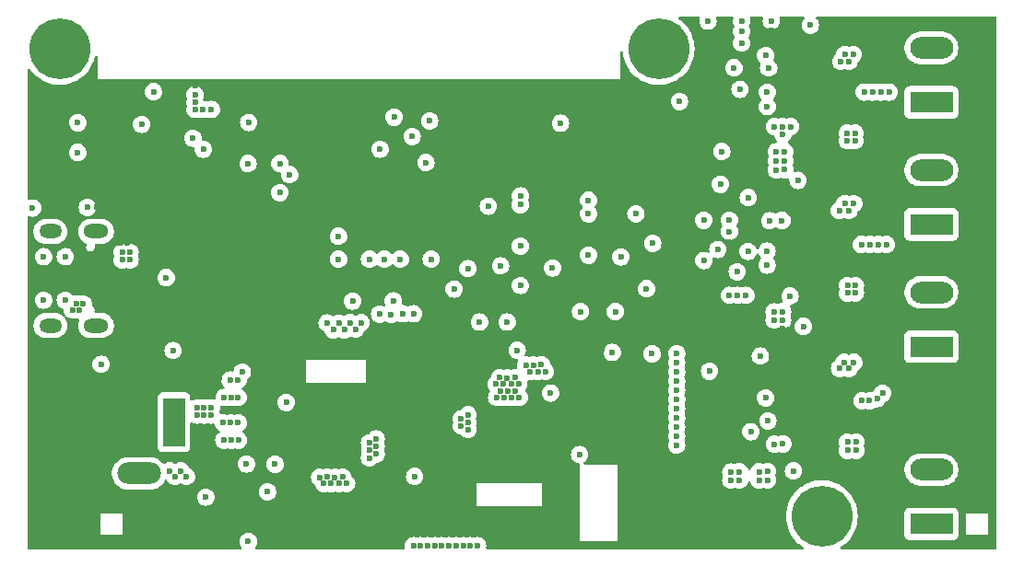
<source format=gbr>
%TF.GenerationSoftware,KiCad,Pcbnew,8.0.4*%
%TF.CreationDate,2025-02-12T03:18:48+01:00*%
%TF.ProjectId,SimpleLedController,53696d70-6c65-44c6-9564-436f6e74726f,A*%
%TF.SameCoordinates,Original*%
%TF.FileFunction,Copper,L2,Inr*%
%TF.FilePolarity,Positive*%
%FSLAX46Y46*%
G04 Gerber Fmt 4.6, Leading zero omitted, Abs format (unit mm)*
G04 Created by KiCad (PCBNEW 8.0.4) date 2025-02-12 03:18:48*
%MOMM*%
%LPD*%
G01*
G04 APERTURE LIST*
%TA.AperFunction,ComponentPad*%
%ADD10C,5.600000*%
%TD*%
%TA.AperFunction,ComponentPad*%
%ADD11C,0.600000*%
%TD*%
%TA.AperFunction,ComponentPad*%
%ADD12C,0.630000*%
%TD*%
%TA.AperFunction,ComponentPad*%
%ADD13R,2.000000X4.500000*%
%TD*%
%TA.AperFunction,ComponentPad*%
%ADD14O,2.000000X4.000000*%
%TD*%
%TA.AperFunction,ComponentPad*%
%ADD15O,4.000000X2.000000*%
%TD*%
%TA.AperFunction,ComponentPad*%
%ADD16R,3.960000X1.980000*%
%TD*%
%TA.AperFunction,ComponentPad*%
%ADD17O,3.960000X1.980000*%
%TD*%
%TA.AperFunction,HeatsinkPad*%
%ADD18C,0.600000*%
%TD*%
%TA.AperFunction,ComponentPad*%
%ADD19O,2.300000X1.300000*%
%TD*%
%TA.AperFunction,ComponentPad*%
%ADD20O,2.100000X1.300000*%
%TD*%
%TA.AperFunction,ViaPad*%
%ADD21C,0.600000*%
%TD*%
G04 APERTURE END LIST*
D10*
%TO.N,GND*%
%TO.C,H1*%
X103000000Y-108317800D03*
%TD*%
D11*
%TO.N,GND*%
%TO.C,U24*%
X171654251Y-97069612D03*
D12*
X171654251Y-98369612D03*
X171654251Y-99669612D03*
X172954251Y-97069612D03*
X172954251Y-98369612D03*
X172954251Y-99669612D03*
%TD*%
D13*
%TO.N,/USB_PD/UVP-OVP/Vin*%
%TO.C,J1*%
X113488600Y-99662000D03*
D14*
%TO.N,GND*%
X107288600Y-99662000D03*
D15*
%TO.N,N/C*%
X110288600Y-104362000D03*
%TD*%
D16*
%TO.N,+12V*%
%TO.C,J5*%
X183071941Y-109024714D03*
D17*
%TO.N,/MCU/5V WS2812 and Servo/5V Data{slash}PWM*%
X183071941Y-104024714D03*
%TO.N,GND*%
X183071941Y-99024714D03*
%TD*%
D18*
%TO.N,GND*%
%TO.C,U22*%
X127562808Y-76592820D03*
X127562808Y-77992820D03*
X128262808Y-75892820D03*
X128262808Y-77292820D03*
X128262808Y-78692820D03*
X128962808Y-76592820D03*
X128962808Y-77992820D03*
X129662808Y-75892820D03*
X129662808Y-77292820D03*
X129662808Y-78692820D03*
X130362808Y-76592820D03*
X130362808Y-77992820D03*
%TD*%
D19*
%TO.N,Net-(J3-SHIELD)*%
%TO.C,J3*%
X106325000Y-82112800D03*
D20*
X102125000Y-82112800D03*
D11*
X103505000Y-84442800D03*
X101505000Y-84442800D03*
X103505000Y-88442800D03*
X101505000Y-88442800D03*
D19*
X106325000Y-90772800D03*
D20*
X102125000Y-90772800D03*
%TD*%
D10*
%TO.N,unconnected-(H4-Pad1)*%
%TO.C,H4*%
X103000000Y-65317800D03*
%TD*%
D16*
%TO.N,Net-(J14-Pin_1)*%
%TO.C,J14*%
X183061941Y-81474898D03*
D17*
%TO.N,Net-(J14-Pin_2)*%
X183061941Y-76474898D03*
%TD*%
D10*
%TO.N,unconnected-(H2-Pad1)*%
%TO.C,H2*%
X158000000Y-65317800D03*
%TD*%
D16*
%TO.N,Net-(J13-Pin_1)*%
%TO.C,J13*%
X183061941Y-70229990D03*
D17*
%TO.N,Net-(J13-Pin_2)*%
X183061941Y-65229990D03*
%TD*%
D16*
%TO.N,Net-(J12-Pin_1)*%
%TO.C,J12*%
X183061941Y-92719806D03*
D17*
%TO.N,Net-(J12-Pin_2)*%
X183061941Y-87719806D03*
%TD*%
D12*
%TO.N,GND*%
%TO.C,U27*%
X171654251Y-68649000D03*
X171654251Y-69949000D03*
X171654251Y-71249000D03*
X172954251Y-68649000D03*
X172954251Y-69949000D03*
X172954251Y-71249000D03*
%TD*%
D10*
%TO.N,unconnected-(H3-Pad1)*%
%TO.C,H3*%
X173000000Y-108317800D03*
%TD*%
D12*
%TO.N,GND*%
%TO.C,U30*%
X171654251Y-82642520D03*
X171654251Y-83942520D03*
X171654251Y-85242520D03*
X172954251Y-82642520D03*
X172954251Y-83942520D03*
X172954251Y-85242520D03*
%TD*%
D21*
%TO.N,GND*%
X132565600Y-92839000D03*
X177396600Y-63375000D03*
X109197600Y-81917000D03*
X156314600Y-95887000D03*
X124920200Y-93016800D03*
X140846000Y-106021600D03*
X172720000Y-100711000D03*
X163375800Y-105710450D03*
X103482600Y-94337600D03*
X159870600Y-88698800D03*
X133327600Y-92839000D03*
X127358600Y-100459000D03*
X140480600Y-92093000D03*
X145722800Y-111000000D03*
X120246600Y-68709000D03*
X148440600Y-68709000D03*
X173532800Y-100711000D03*
X172720000Y-101600000D03*
X114303000Y-91188000D03*
X141252400Y-86819200D03*
X108256600Y-90601800D03*
X156314600Y-93601000D03*
X139880600Y-92693000D03*
X171094400Y-100711000D03*
X148440600Y-99697000D03*
X150879000Y-111000000D03*
X102644400Y-72112600D03*
X175364600Y-89537000D03*
X146408600Y-111000000D03*
X106429000Y-78234000D03*
X172672200Y-72112600D03*
X117681200Y-95607600D03*
X139550600Y-106021600D03*
X164503750Y-83110800D03*
X165430200Y-93970400D03*
X161597800Y-111000000D03*
X108161496Y-89933104D03*
X132972000Y-95760000D03*
X176660000Y-76583000D03*
X153012600Y-99570000D03*
X134572200Y-92813600D03*
X154841400Y-111000000D03*
X160937400Y-92102400D03*
X140211000Y-105386600D03*
X156314600Y-99697000D03*
X138534600Y-100306600D03*
X156314600Y-101221000D03*
X159845200Y-86463600D03*
X159032400Y-88698800D03*
X115420600Y-92966000D03*
X160937400Y-111003200D03*
X146408600Y-99316000D03*
X121607185Y-87595634D03*
X168354200Y-63578200D03*
X172304251Y-83942520D03*
X104879600Y-94337600D03*
X132362400Y-108764800D03*
X160531000Y-77522800D03*
X116665200Y-110898400D03*
X101526800Y-79021400D03*
X159354435Y-73680235D03*
X161521600Y-98046000D03*
X156314600Y-97411000D03*
X120983200Y-92966000D03*
X174729600Y-89537000D03*
X139677600Y-108206000D03*
X153774600Y-98808000D03*
X151564800Y-83034600D03*
X171808600Y-87251000D03*
X117198600Y-92966000D03*
X155501800Y-111000000D03*
X124920200Y-95302800D03*
X159261000Y-92102400D03*
X176634600Y-63375000D03*
X146408600Y-100078000D03*
X158092600Y-75897200D03*
X144122600Y-68709000D03*
X145494200Y-90451400D03*
X144630600Y-100840000D03*
X161547000Y-88698800D03*
X132718000Y-109399800D03*
X153774600Y-76075000D03*
X162537600Y-63756000D03*
X148567600Y-87403400D03*
X173459600Y-96217200D03*
X163375800Y-105005600D03*
X133073600Y-108764800D03*
X145265600Y-100840000D03*
X100434600Y-94337600D03*
X171881800Y-100711000D03*
X162918600Y-111000000D03*
X139566400Y-105386600D03*
X126596600Y-100459000D03*
X176660000Y-75821000D03*
X110416800Y-94337600D03*
X171148200Y-72112600D03*
X175364600Y-90299000D03*
X171173600Y-96217200D03*
X160708800Y-88698800D03*
X171148200Y-67794600D03*
X154181000Y-111003200D03*
X151615600Y-93855000D03*
X108562600Y-82552000D03*
X148440600Y-98173000D03*
X175999600Y-90299000D03*
X147424600Y-100078000D03*
X159692800Y-77522800D03*
X118637200Y-89283000D03*
X151564800Y-76608400D03*
X171935600Y-96217200D03*
X144402000Y-111000000D03*
X140195997Y-106021600D03*
X161369200Y-74144600D03*
X124920200Y-96064800D03*
X161369200Y-77522800D03*
X135486600Y-101602000D03*
X143055800Y-111000000D03*
X159616600Y-111000000D03*
X147424600Y-99316000D03*
X124615400Y-102084600D03*
X137137600Y-108206000D03*
X106429000Y-79908400D03*
X129136600Y-100459000D03*
X131600400Y-95760000D03*
X153774600Y-98046000D03*
X147602400Y-109831600D03*
X152758600Y-92966000D03*
X162207400Y-77522800D03*
X160277000Y-111000000D03*
X139880600Y-91493000D03*
X121939932Y-68709000D03*
X124920200Y-92254800D03*
X124920200Y-94540800D03*
X128120600Y-100459000D03*
X156314600Y-95125000D03*
X132260800Y-95760000D03*
X162899101Y-71572339D03*
X121948400Y-92966000D03*
X172824600Y-87251000D03*
X122786600Y-68709000D03*
X170441398Y-64996202D03*
X131854400Y-111025400D03*
X156314600Y-101983000D03*
X172672200Y-67794600D03*
X163375800Y-107120150D03*
X111051800Y-76583000D03*
X162131200Y-74144600D03*
X161775600Y-92102400D03*
X140480600Y-93293000D03*
X108562600Y-81917000D03*
X151539400Y-111003200D03*
X171910200Y-67794600D03*
X124920200Y-93778800D03*
X121928100Y-101221000D03*
X156162200Y-111000000D03*
X110493000Y-81129600D03*
X165204600Y-79300800D03*
X173434200Y-67794600D03*
X114912600Y-110898400D03*
X121538369Y-95608000D03*
X133200600Y-111025400D03*
X177396600Y-62654000D03*
X109197600Y-82552000D03*
X113693400Y-70233000D03*
X108562600Y-83187000D03*
X143995600Y-100840000D03*
X165478500Y-71655400D03*
X108256600Y-91465400D03*
X133810200Y-108764800D03*
X148897800Y-111003200D03*
X175999600Y-89537000D03*
X109578600Y-76583000D03*
X129898600Y-100459000D03*
X142725600Y-100840000D03*
X138534600Y-68709000D03*
X156314600Y-96649000D03*
X156314600Y-94363000D03*
X152199800Y-111000000D03*
X131600400Y-95099600D03*
X145316400Y-85320600D03*
X149710600Y-93855000D03*
X152834800Y-68709000D03*
X150218600Y-111000000D03*
X143716200Y-111000000D03*
X130660600Y-100459000D03*
X139296600Y-68709000D03*
X172182241Y-91804105D03*
X171910200Y-72112600D03*
X104498600Y-78996000D03*
X108229400Y-92278200D03*
X141455600Y-100840000D03*
X112414759Y-74199554D03*
X156314600Y-100459000D03*
X174729600Y-75821000D03*
X145062400Y-111000000D03*
X147602400Y-111003200D03*
X160099200Y-92102400D03*
X161531565Y-101830235D03*
X159870600Y-82961001D03*
X143360600Y-100840000D03*
X160607200Y-74144600D03*
X114557000Y-68709000D03*
X109197600Y-83187000D03*
X149558200Y-111000000D03*
X124920200Y-97588800D03*
X171935600Y-73222202D03*
X171907200Y-101600000D03*
X137772600Y-68709000D03*
X156314600Y-98935000D03*
X141328600Y-76497200D03*
X142090600Y-100840000D03*
X169395600Y-91073603D03*
X175999600Y-75821000D03*
X137442400Y-100332000D03*
X173434200Y-72112600D03*
X161239200Y-68224400D03*
X176634600Y-62654000D03*
X152860200Y-111000000D03*
X133861000Y-111025400D03*
X153012600Y-98046000D03*
X177142600Y-64137000D03*
X162258200Y-111000000D03*
X148440600Y-98935000D03*
X158956200Y-111000000D03*
X112906000Y-109323600D03*
X163375800Y-107825000D03*
X172697600Y-73222202D03*
X150726600Y-79834200D03*
X175364600Y-75821000D03*
X153774600Y-99570000D03*
X132972000Y-95099600D03*
X153520600Y-111000000D03*
X165712600Y-98935000D03*
X132514800Y-111025400D03*
X135334200Y-92813600D03*
X153012600Y-98808000D03*
X135994600Y-100332000D03*
X121093266Y-68709000D03*
X172542200Y-75996800D03*
X174729600Y-90299000D03*
X132260800Y-95099600D03*
X124920200Y-96826800D03*
X170172283Y-79364861D03*
X133429200Y-109399800D03*
X140861003Y-105386600D03*
X163680600Y-79275400D03*
X163375800Y-106415300D03*
X115420600Y-68709000D03*
X156314600Y-98173000D03*
X113693400Y-68709000D03*
X172697600Y-96217200D03*
%TO.N,+5V*%
X134480600Y-89693000D03*
X127561800Y-90527600D03*
X144097200Y-90451400D03*
X130178000Y-91111800D03*
X128120600Y-91162600D03*
X112779000Y-86362000D03*
X128628600Y-90553000D03*
X130686000Y-90502200D03*
X129670000Y-90502200D03*
X129136600Y-91162600D03*
X132372400Y-89718400D03*
X135496600Y-89693000D03*
X133439200Y-89743800D03*
%TO.N,+3V3*%
X143487600Y-85279400D03*
X166220600Y-83949000D03*
X170815000Y-77419200D03*
X138102800Y-111025400D03*
X168354200Y-62740000D03*
X141379400Y-111025400D03*
X136807400Y-111025400D03*
X138763200Y-111025400D03*
X156898800Y-87378000D03*
X136147000Y-111025400D03*
X115420600Y-70893400D03*
X165636400Y-64772000D03*
X139423600Y-111025400D03*
X135588200Y-104650000D03*
X169421000Y-101652800D03*
X148999400Y-72163400D03*
X169421000Y-73179400D03*
X165277800Y-87985600D03*
X145316400Y-87082800D03*
X164515800Y-87985600D03*
X115420600Y-70233000D03*
X145316400Y-78843600D03*
X170132200Y-72468200D03*
X166246000Y-79005200D03*
X166042800Y-87985600D03*
X165478500Y-69039200D03*
X168659000Y-72468200D03*
X169395600Y-72468200D03*
X166474600Y-100535200D03*
X171300600Y-90857800D03*
X171935600Y-63146400D03*
X167832318Y-97429315D03*
X135486600Y-111025400D03*
X116169900Y-70893400D03*
X168659000Y-101678200D03*
X137467800Y-111025400D03*
X142363100Y-79791178D03*
X163452000Y-83771200D03*
X140084000Y-111025400D03*
X170081400Y-88063800D03*
X140719000Y-111025400D03*
X162537600Y-62765400D03*
X165230000Y-85828600D03*
X115420600Y-69547200D03*
X151564800Y-79250000D03*
X167354000Y-93575600D03*
X162156600Y-81078800D03*
X116919200Y-70893400D03*
%TO.N,/MCU/Buttons/Buttons.BTN1*%
X123218400Y-78538800D03*
X145316400Y-79656400D03*
%TO.N,/USB_PD/UVP-OVP/Vin*%
X113058400Y-104142000D03*
X114125200Y-104142000D03*
X114633200Y-104650000D03*
X122075400Y-106072400D03*
X113591800Y-104650000D03*
X120322800Y-110644400D03*
X116411200Y-106555000D03*
X122776600Y-103532400D03*
X120145000Y-103507000D03*
%TO.N,Net-(Q3-S)*%
X115598400Y-99011200D03*
X109451600Y-84736400D03*
X105156000Y-88773000D03*
X109451600Y-84050600D03*
X116258800Y-99011200D03*
X123802600Y-97842800D03*
X116919200Y-99011200D03*
X116919200Y-98350800D03*
X104505997Y-88773000D03*
X113414000Y-93067600D03*
X116258800Y-98350800D03*
X104165400Y-89331800D03*
X115598400Y-98350800D03*
X119766869Y-95039167D03*
X104825800Y-89331800D03*
X108740400Y-84050600D03*
X108740400Y-84736400D03*
%TO.N,/MCU/ESP32S3/I2C1.SDA*%
X163807600Y-74752200D03*
X124117000Y-76887800D03*
%TO.N,+12V*%
X157406800Y-93372400D03*
X169595800Y-75615800D03*
X175364600Y-102262400D03*
X176050400Y-73763600D03*
X175364600Y-101500400D03*
X168808400Y-74777600D03*
X169595800Y-74752200D03*
X169395600Y-90273600D03*
X153749200Y-93245400D03*
X159667400Y-95023400D03*
X159667400Y-95887000D03*
X168024000Y-104192800D03*
X159667400Y-99239800D03*
X165433200Y-105005600D03*
X169395600Y-89486200D03*
X175364600Y-87784400D03*
X164645800Y-105005600D03*
X159667400Y-94210600D03*
X176075800Y-87098600D03*
X159667400Y-100967000D03*
X175364600Y-87098600D03*
X164645800Y-104243600D03*
X168808400Y-75615800D03*
X176152000Y-102262400D03*
X159667400Y-100103400D03*
X168808400Y-76454000D03*
X168608200Y-90273600D03*
X176152000Y-101475000D03*
X168608200Y-89511600D03*
X167236600Y-104218200D03*
X159667400Y-101779800D03*
X159667400Y-97563400D03*
X175339200Y-73763600D03*
X175339200Y-73077800D03*
X176050400Y-73077800D03*
X165433200Y-104218200D03*
X168024000Y-104980200D03*
X167236600Y-104980200D03*
X169595800Y-76428600D03*
X159667400Y-98376200D03*
X159667400Y-93347000D03*
X159667400Y-96699800D03*
X176075800Y-87784400D03*
%TO.N,/MCU/ESP32S3/I2C1.SCL*%
X163680600Y-77776800D03*
X136629600Y-75770200D03*
%TO.N,/MCU/5V WS2812 and Servo/5V Data{slash}PWM*%
X145011600Y-93042200D03*
X170386200Y-104142000D03*
%TO.N,/MCU/CH340 prog/UART_PROG.RST*%
X111610600Y-69267800D03*
X120348200Y-72087200D03*
%TO.N,/MCU/CH340 prog/UART_PROG.BOOT*%
X110518400Y-72265000D03*
X139220400Y-87413000D03*
%TO.N,/USB_PD/VBUS*%
X139880800Y-100001800D03*
X143817800Y-97385600D03*
X128273000Y-104726200D03*
X144148000Y-96801400D03*
X144529000Y-97385600D03*
X148085000Y-96979200D03*
X146180000Y-95023400D03*
X143462200Y-96776000D03*
X127942800Y-105310400D03*
X106784600Y-94337600D03*
X118709900Y-99722400D03*
X140490400Y-98985800D03*
X144478200Y-96166400D03*
X140490400Y-99671600D03*
X147602400Y-94998000D03*
X128654000Y-105310400D03*
X129339800Y-105310400D03*
X118036800Y-99722400D03*
X118113000Y-97385600D03*
X145214800Y-97385600D03*
X132057600Y-102592600D03*
X104651000Y-72112600D03*
X126876000Y-104726200D03*
X143411400Y-95556800D03*
X150743591Y-102635454D03*
X144097200Y-95582200D03*
X140490400Y-100332000D03*
X143767000Y-96166400D03*
X146535600Y-94413800D03*
X127257000Y-105310400D03*
X143081200Y-96166400D03*
X145824400Y-94413800D03*
X104651000Y-74855800D03*
X147246800Y-94388400D03*
X131473400Y-102262400D03*
X144859200Y-96776000D03*
X131448000Y-102948200D03*
X118062200Y-101322600D03*
X131448000Y-101551200D03*
X128984200Y-104700800D03*
X139880800Y-99341400D03*
X118735300Y-101322600D03*
X119383000Y-99722400D03*
X118748000Y-97385600D03*
X119408400Y-101322600D03*
X132057600Y-101195600D03*
X143132000Y-97385600D03*
X146916600Y-94998000D03*
X119383000Y-97385600D03*
X132057600Y-101881400D03*
X100510800Y-79961200D03*
X118646400Y-95785400D03*
X127587200Y-104700800D03*
X119383000Y-95785400D03*
X105537000Y-79908400D03*
X144808400Y-95556800D03*
X145164000Y-96166400D03*
%TO.N,/MCU/ESP32S3/I2C2.SDA*%
X155920900Y-80494600D03*
X123218400Y-75871800D03*
%TO.N,/MCU/ESP32S3/VSPI.CS*%
X154536600Y-84457000D03*
X128603200Y-82552000D03*
%TO.N,/MCU/ESP32S3/Hbridge2.IN1*%
X167960600Y-85217000D03*
X133632400Y-88493000D03*
%TO.N,/MCU/ESP32S3/VSPI.MISO*%
X131439533Y-84660200D03*
X148262800Y-85473000D03*
%TO.N,/MCU/ESP32S3/I2C2.SCL*%
X120297400Y-75871800D03*
X151564800Y-80494600D03*
%TO.N,/MCU/CH340 prog/UART_PROG.TX*%
X116182600Y-74551000D03*
X132413200Y-74551000D03*
%TO.N,/MCU/ESP32S3/Hbridge1.IN1*%
X136972500Y-71947500D03*
X167989000Y-70639400D03*
%TO.N,/MCU/ESP32S3/Hbridge3.IN2*%
X140489673Y-85533400D03*
X132819600Y-84660200D03*
X162690000Y-94972600D03*
X141557200Y-90451400D03*
%TO.N,/MCU/ESP32S3/Hbridge2.IN2*%
X157457600Y-83212400D03*
X137112200Y-84660200D03*
%TO.N,/MCU/ESP32S3/VSPI.MOSI*%
X128603200Y-84660200D03*
X151564800Y-84304600D03*
%TO.N,/MCU/ESP32S3/Hbridge3.IN1*%
X145316400Y-83466400D03*
X154028600Y-89486200D03*
X168044332Y-99539532D03*
X134275866Y-84660200D03*
%TO.N,/MCU/CH340 prog/UART_PROG.RX*%
X115217400Y-73535000D03*
X135359600Y-73382820D03*
%TO.N,/MCU/ESP32S3/VSPI.SCK*%
X150828200Y-89486200D03*
X129898600Y-88521000D03*
%TO.N,/MCU/ESP32S3/Hbridge1.IN2*%
X133708600Y-71604600D03*
X159921400Y-70156800D03*
%TO.N,/MCU/POWER SECTION/DRV1/IN22*%
X164934100Y-67066900D03*
X167989000Y-69318600D03*
%TO.N,/MCU/POWER SECTION/DRV2/IN22*%
X162156600Y-84787200D03*
X167960600Y-83921600D03*
%TO.N,Net-(U9-A0)*%
X167834865Y-65911265D03*
X165636400Y-62740000D03*
%TO.N,Net-(U10-A0)*%
X164503750Y-81086450D03*
X169341800Y-81105972D03*
%TO.N,Net-(U9-A1)*%
X168118588Y-67058000D03*
X165636400Y-63724385D03*
%TO.N,Net-(U10-A1)*%
X164503750Y-82120200D03*
X168224200Y-81127600D03*
%TO.N,Net-(U24-ISEN)*%
X178580600Y-96993000D03*
X174628000Y-94718600D03*
X175491600Y-94718600D03*
X176680600Y-97693000D03*
X177380600Y-97693000D03*
X178080600Y-97493000D03*
X175948800Y-94159800D03*
X175034400Y-94159800D03*
%TO.N,Net-(U27-ISEN)*%
X176888600Y-69293000D03*
X175110600Y-65838800D03*
X174729600Y-66473800D03*
X178412600Y-69293000D03*
X177650600Y-69293000D03*
X179174600Y-69293000D03*
X175491600Y-66473800D03*
X175872600Y-65838800D03*
%TO.N,Net-(U30-ISEN)*%
X176634600Y-83314000D03*
X178158600Y-83314000D03*
X175929600Y-79554800D03*
X178920600Y-83314000D03*
X177396600Y-83314000D03*
X175110600Y-79554800D03*
X174602600Y-80189800D03*
X175491600Y-80189800D03*
%TD*%
%TA.AperFunction,Conductor*%
%TO.N,GND*%
G36*
X161725565Y-62374185D02*
G01*
X161771320Y-62426989D01*
X161781264Y-62496147D01*
X161775567Y-62519455D01*
X161752233Y-62586137D01*
X161752230Y-62586150D01*
X161732035Y-62765396D01*
X161732035Y-62765403D01*
X161752230Y-62944649D01*
X161752231Y-62944654D01*
X161811811Y-63114923D01*
X161844043Y-63166219D01*
X161907784Y-63267662D01*
X162035338Y-63395216D01*
X162125680Y-63451982D01*
X162147652Y-63465788D01*
X162188078Y-63491189D01*
X162285756Y-63525368D01*
X162358345Y-63550768D01*
X162358350Y-63550769D01*
X162537596Y-63570965D01*
X162537600Y-63570965D01*
X162537604Y-63570965D01*
X162716849Y-63550769D01*
X162716852Y-63550768D01*
X162716855Y-63550768D01*
X162887122Y-63491189D01*
X163039862Y-63395216D01*
X163167416Y-63267662D01*
X163263389Y-63114922D01*
X163322968Y-62944655D01*
X163339426Y-62798589D01*
X163343165Y-62765403D01*
X163343165Y-62765396D01*
X163322969Y-62586150D01*
X163322966Y-62586137D01*
X163299633Y-62519455D01*
X163296071Y-62449676D01*
X163330799Y-62389049D01*
X163392793Y-62356821D01*
X163416674Y-62354500D01*
X164748438Y-62354500D01*
X164815477Y-62374185D01*
X164861232Y-62426989D01*
X164871176Y-62496147D01*
X164865480Y-62519455D01*
X164851031Y-62560745D01*
X164851030Y-62560750D01*
X164830835Y-62739996D01*
X164830835Y-62740003D01*
X164851030Y-62919249D01*
X164851033Y-62919262D01*
X164910609Y-63089520D01*
X164958803Y-63166221D01*
X164977803Y-63233458D01*
X164958804Y-63298163D01*
X164910608Y-63374867D01*
X164851033Y-63545122D01*
X164851030Y-63545135D01*
X164830835Y-63724381D01*
X164830835Y-63724388D01*
X164851030Y-63903634D01*
X164851031Y-63903639D01*
X164910612Y-64073911D01*
X164978668Y-64182220D01*
X164997669Y-64249456D01*
X164978669Y-64314164D01*
X164910611Y-64422476D01*
X164851031Y-64592745D01*
X164851030Y-64592750D01*
X164830835Y-64771996D01*
X164830835Y-64772003D01*
X164851030Y-64951249D01*
X164851031Y-64951254D01*
X164910611Y-65121523D01*
X164921006Y-65138066D01*
X165006584Y-65274262D01*
X165134138Y-65401816D01*
X165224480Y-65458582D01*
X165284662Y-65496397D01*
X165286878Y-65497789D01*
X165457145Y-65557368D01*
X165457150Y-65557369D01*
X165636396Y-65577565D01*
X165636400Y-65577565D01*
X165636404Y-65577565D01*
X165815649Y-65557369D01*
X165815652Y-65557368D01*
X165815655Y-65557368D01*
X165985922Y-65497789D01*
X166138662Y-65401816D01*
X166266216Y-65274262D01*
X166362189Y-65121522D01*
X166421768Y-64951255D01*
X166441965Y-64772000D01*
X166429945Y-64665321D01*
X166421769Y-64592750D01*
X166421768Y-64592745D01*
X166362188Y-64422475D01*
X166294131Y-64314165D01*
X166275130Y-64246928D01*
X166294131Y-64182220D01*
X166350129Y-64093100D01*
X166362188Y-64073909D01*
X166362189Y-64073907D01*
X166421768Y-63903640D01*
X166425312Y-63872188D01*
X166441965Y-63724388D01*
X166441965Y-63724381D01*
X166421769Y-63545135D01*
X166421766Y-63545122D01*
X166362190Y-63374866D01*
X166362189Y-63374862D01*
X166313996Y-63298164D01*
X166294996Y-63230927D01*
X166313997Y-63166219D01*
X166362188Y-63089524D01*
X166362189Y-63089522D01*
X166421768Y-62919255D01*
X166435365Y-62798581D01*
X166441965Y-62740003D01*
X166441965Y-62739996D01*
X166421769Y-62560750D01*
X166421768Y-62560745D01*
X166407320Y-62519455D01*
X166403759Y-62449676D01*
X166438488Y-62389048D01*
X166500481Y-62356821D01*
X166524362Y-62354500D01*
X167466238Y-62354500D01*
X167533277Y-62374185D01*
X167579032Y-62426989D01*
X167588976Y-62496147D01*
X167583280Y-62519455D01*
X167568831Y-62560745D01*
X167568830Y-62560750D01*
X167548635Y-62739996D01*
X167548635Y-62740003D01*
X167568830Y-62919249D01*
X167568831Y-62919254D01*
X167628411Y-63089523D01*
X167676603Y-63166219D01*
X167724384Y-63242262D01*
X167851938Y-63369816D01*
X168004678Y-63465789D01*
X168174945Y-63525368D01*
X168174950Y-63525369D01*
X168354196Y-63545565D01*
X168354200Y-63545565D01*
X168354204Y-63545565D01*
X168533449Y-63525369D01*
X168533452Y-63525368D01*
X168533455Y-63525368D01*
X168703722Y-63465789D01*
X168856462Y-63369816D01*
X168984016Y-63242262D01*
X169079989Y-63089522D01*
X169139568Y-62919255D01*
X169153165Y-62798581D01*
X169159765Y-62740003D01*
X169159765Y-62739996D01*
X169139569Y-62560750D01*
X169139568Y-62560745D01*
X169125120Y-62519455D01*
X169121559Y-62449676D01*
X169156288Y-62389048D01*
X169218281Y-62356821D01*
X169242162Y-62354500D01*
X171296060Y-62354500D01*
X171363099Y-62374185D01*
X171408854Y-62426989D01*
X171418798Y-62496147D01*
X171389773Y-62559703D01*
X171383741Y-62566181D01*
X171305784Y-62644137D01*
X171209811Y-62796876D01*
X171150231Y-62967145D01*
X171150230Y-62967150D01*
X171130035Y-63146396D01*
X171130035Y-63146403D01*
X171150230Y-63325649D01*
X171150231Y-63325654D01*
X171209811Y-63495923D01*
X171283824Y-63613713D01*
X171305784Y-63648662D01*
X171433338Y-63776216D01*
X171586078Y-63872189D01*
X171675943Y-63903634D01*
X171756345Y-63931768D01*
X171756350Y-63931769D01*
X171935596Y-63951965D01*
X171935600Y-63951965D01*
X171935604Y-63951965D01*
X172114849Y-63931769D01*
X172114852Y-63931768D01*
X172114855Y-63931768D01*
X172285122Y-63872189D01*
X172437862Y-63776216D01*
X172565416Y-63648662D01*
X172661389Y-63495922D01*
X172720968Y-63325655D01*
X172721889Y-63317480D01*
X172741165Y-63146403D01*
X172741165Y-63146396D01*
X172720969Y-62967150D01*
X172720968Y-62967145D01*
X172704213Y-62919262D01*
X172661389Y-62796878D01*
X172565416Y-62644138D01*
X172487459Y-62566181D01*
X172453974Y-62504858D01*
X172458958Y-62435166D01*
X172500830Y-62379233D01*
X172566294Y-62354816D01*
X172575140Y-62354500D01*
X188921100Y-62354500D01*
X188988139Y-62374185D01*
X189033894Y-62426989D01*
X189045100Y-62478500D01*
X189045100Y-111229500D01*
X189025415Y-111296539D01*
X188972611Y-111342294D01*
X188921100Y-111353500D01*
X174803088Y-111353500D01*
X174736049Y-111333815D01*
X174690294Y-111281011D01*
X174680350Y-111211853D01*
X174709375Y-111148297D01*
X174739156Y-111123251D01*
X174854919Y-111053600D01*
X175139837Y-110837011D01*
X175399668Y-110590886D01*
X175631365Y-110318111D01*
X175832211Y-110021885D01*
X175999853Y-109705680D01*
X176132324Y-109373203D01*
X176228071Y-109028352D01*
X176285972Y-108675171D01*
X176305348Y-108317800D01*
X176287404Y-107986849D01*
X180591441Y-107986849D01*
X180591441Y-110062584D01*
X180591442Y-110062590D01*
X180597849Y-110122197D01*
X180648143Y-110257042D01*
X180648147Y-110257049D01*
X180734393Y-110372258D01*
X180734396Y-110372261D01*
X180849605Y-110458507D01*
X180849612Y-110458511D01*
X180984458Y-110508805D01*
X180984457Y-110508805D01*
X180991385Y-110509549D01*
X181044068Y-110515214D01*
X185099813Y-110515213D01*
X185159424Y-110508805D01*
X185294272Y-110458510D01*
X185409487Y-110372260D01*
X185495737Y-110257045D01*
X185546032Y-110122197D01*
X185552441Y-110062587D01*
X185552441Y-110042200D01*
X186274200Y-110042200D01*
X188274200Y-110042200D01*
X188274200Y-108042200D01*
X186274200Y-108042200D01*
X186274200Y-110042200D01*
X185552441Y-110042200D01*
X185552440Y-107986842D01*
X185546032Y-107927231D01*
X185495737Y-107792383D01*
X185495736Y-107792382D01*
X185495734Y-107792378D01*
X185409488Y-107677169D01*
X185409485Y-107677166D01*
X185294276Y-107590920D01*
X185294269Y-107590916D01*
X185159423Y-107540622D01*
X185159424Y-107540622D01*
X185099824Y-107534215D01*
X185099822Y-107534214D01*
X185099814Y-107534214D01*
X185099805Y-107534214D01*
X181044070Y-107534214D01*
X181044064Y-107534215D01*
X180984457Y-107540622D01*
X180849612Y-107590916D01*
X180849605Y-107590920D01*
X180734396Y-107677166D01*
X180734393Y-107677169D01*
X180648147Y-107792378D01*
X180648143Y-107792385D01*
X180597849Y-107927231D01*
X180594280Y-107960431D01*
X180591442Y-107986837D01*
X180591441Y-107986849D01*
X176287404Y-107986849D01*
X176285972Y-107960429D01*
X176280529Y-107927231D01*
X176228073Y-107607260D01*
X176228072Y-107607259D01*
X176228071Y-107607248D01*
X176153973Y-107340369D01*
X176132327Y-107262407D01*
X176132325Y-107262400D01*
X175999857Y-106929929D01*
X175999848Y-106929911D01*
X175832215Y-106613722D01*
X175832213Y-106613719D01*
X175832211Y-106613715D01*
X175631365Y-106317489D01*
X175631361Y-106317484D01*
X175631358Y-106317480D01*
X175399668Y-106044714D01*
X175390667Y-106036188D01*
X175139837Y-105798589D01*
X175139830Y-105798583D01*
X175139827Y-105798581D01*
X175051437Y-105731389D01*
X174854919Y-105582000D01*
X174548253Y-105397485D01*
X174548252Y-105397484D01*
X174548248Y-105397482D01*
X174548244Y-105397480D01*
X174223447Y-105247214D01*
X174223441Y-105247211D01*
X174223435Y-105247209D01*
X174053854Y-105190070D01*
X173884273Y-105132931D01*
X173534744Y-105055994D01*
X173178949Y-105017300D01*
X173178948Y-105017300D01*
X172821052Y-105017300D01*
X172821050Y-105017300D01*
X172465255Y-105055994D01*
X172115726Y-105132931D01*
X171859970Y-105219106D01*
X171776565Y-105247209D01*
X171776563Y-105247210D01*
X171776552Y-105247214D01*
X171451755Y-105397480D01*
X171451751Y-105397482D01*
X171268299Y-105507862D01*
X171145081Y-105582000D01*
X171061756Y-105645342D01*
X170860172Y-105798581D01*
X170860163Y-105798589D01*
X170600331Y-106044714D01*
X170368641Y-106317480D01*
X170368634Y-106317490D01*
X170167790Y-106613713D01*
X170167784Y-106613722D01*
X170000151Y-106929911D01*
X170000142Y-106929929D01*
X169867674Y-107262400D01*
X169867672Y-107262407D01*
X169771932Y-107607234D01*
X169771926Y-107607260D01*
X169714029Y-107960414D01*
X169714028Y-107960431D01*
X169694652Y-108317797D01*
X169694652Y-108317802D01*
X169714028Y-108675168D01*
X169714029Y-108675185D01*
X169771926Y-109028339D01*
X169771932Y-109028365D01*
X169867672Y-109373192D01*
X169867674Y-109373199D01*
X170000142Y-109705670D01*
X170000151Y-109705688D01*
X170167784Y-110021877D01*
X170167787Y-110021882D01*
X170167789Y-110021885D01*
X170352881Y-110294876D01*
X170368634Y-110318109D01*
X170368641Y-110318119D01*
X170542786Y-110523138D01*
X170600332Y-110590886D01*
X170860163Y-110837011D01*
X170860170Y-110837016D01*
X170860172Y-110837018D01*
X170872185Y-110846150D01*
X171145081Y-111053600D01*
X171260842Y-111123251D01*
X171308135Y-111174679D01*
X171320118Y-111243514D01*
X171292983Y-111307899D01*
X171235346Y-111347393D01*
X171196912Y-111353500D01*
X142286287Y-111353500D01*
X142219248Y-111333815D01*
X142173493Y-111281011D01*
X142163549Y-111211853D01*
X142164589Y-111206249D01*
X142184965Y-111025403D01*
X142184965Y-111025396D01*
X142164769Y-110846150D01*
X142164768Y-110846145D01*
X142105188Y-110675876D01*
X142009215Y-110523137D01*
X141881662Y-110395584D01*
X141728923Y-110299611D01*
X141558654Y-110240031D01*
X141558649Y-110240030D01*
X141379404Y-110219835D01*
X141379396Y-110219835D01*
X141200146Y-110240031D01*
X141200145Y-110240031D01*
X141090153Y-110278518D01*
X141020374Y-110282079D01*
X141008247Y-110278518D01*
X140898254Y-110240031D01*
X140719004Y-110219835D01*
X140718996Y-110219835D01*
X140539750Y-110240030D01*
X140539742Y-110240032D01*
X140442454Y-110274075D01*
X140372676Y-110277636D01*
X140360546Y-110274075D01*
X140263257Y-110240032D01*
X140263249Y-110240030D01*
X140084004Y-110219835D01*
X140083996Y-110219835D01*
X139904746Y-110240031D01*
X139904745Y-110240031D01*
X139794753Y-110278518D01*
X139724974Y-110282079D01*
X139712847Y-110278518D01*
X139602854Y-110240031D01*
X139423604Y-110219835D01*
X139423596Y-110219835D01*
X139244346Y-110240031D01*
X139244345Y-110240031D01*
X139134353Y-110278518D01*
X139064574Y-110282079D01*
X139052447Y-110278518D01*
X138942454Y-110240031D01*
X138763204Y-110219835D01*
X138763196Y-110219835D01*
X138583946Y-110240031D01*
X138583945Y-110240031D01*
X138473953Y-110278518D01*
X138404174Y-110282079D01*
X138392047Y-110278518D01*
X138282054Y-110240031D01*
X138102804Y-110219835D01*
X138102796Y-110219835D01*
X137923550Y-110240030D01*
X137923542Y-110240032D01*
X137826254Y-110274075D01*
X137756476Y-110277636D01*
X137744346Y-110274075D01*
X137647057Y-110240032D01*
X137647049Y-110240030D01*
X137467804Y-110219835D01*
X137467796Y-110219835D01*
X137288546Y-110240031D01*
X137288545Y-110240031D01*
X137178553Y-110278518D01*
X137108774Y-110282079D01*
X137096647Y-110278518D01*
X136986654Y-110240031D01*
X136807404Y-110219835D01*
X136807396Y-110219835D01*
X136628146Y-110240031D01*
X136628145Y-110240031D01*
X136518153Y-110278518D01*
X136448374Y-110282079D01*
X136436247Y-110278518D01*
X136326254Y-110240031D01*
X136147004Y-110219835D01*
X136146996Y-110219835D01*
X135967746Y-110240031D01*
X135967745Y-110240031D01*
X135857753Y-110278518D01*
X135787974Y-110282079D01*
X135775847Y-110278518D01*
X135665854Y-110240031D01*
X135486604Y-110219835D01*
X135486596Y-110219835D01*
X135307350Y-110240030D01*
X135307345Y-110240031D01*
X135137076Y-110299611D01*
X134984337Y-110395584D01*
X134856784Y-110523137D01*
X134760811Y-110675876D01*
X134701231Y-110846145D01*
X134701230Y-110846150D01*
X134681035Y-111025396D01*
X134681035Y-111025403D01*
X134702011Y-111211575D01*
X134700001Y-111211801D01*
X134696325Y-111271662D01*
X134655019Y-111328014D01*
X134589804Y-111353089D01*
X134579713Y-111353500D01*
X121045140Y-111353500D01*
X120978101Y-111333815D01*
X120932346Y-111281011D01*
X120922402Y-111211853D01*
X120949310Y-111152930D01*
X120948275Y-111152105D01*
X120952611Y-111146666D01*
X120952616Y-111146662D01*
X121048589Y-110993922D01*
X121108168Y-110823655D01*
X121128365Y-110644400D01*
X121122335Y-110590886D01*
X121108169Y-110465150D01*
X121108168Y-110465145D01*
X121105845Y-110458507D01*
X121048589Y-110294878D01*
X121044522Y-110288406D01*
X121001436Y-110219835D01*
X120952616Y-110142138D01*
X120825062Y-110014584D01*
X120672323Y-109918611D01*
X120502054Y-109859031D01*
X120502049Y-109859030D01*
X120322804Y-109838835D01*
X120322796Y-109838835D01*
X120143550Y-109859030D01*
X120143545Y-109859031D01*
X119973276Y-109918611D01*
X119820537Y-110014584D01*
X119692984Y-110142137D01*
X119597011Y-110294876D01*
X119537431Y-110465145D01*
X119537430Y-110465150D01*
X119517235Y-110644396D01*
X119517235Y-110644400D01*
X119537430Y-110823649D01*
X119537431Y-110823654D01*
X119597011Y-110993923D01*
X119692984Y-111146662D01*
X119697325Y-111152105D01*
X119694839Y-111154086D01*
X119721626Y-111203142D01*
X119716642Y-111272834D01*
X119674770Y-111328767D01*
X119609306Y-111353184D01*
X119600460Y-111353500D01*
X100170100Y-111353500D01*
X100103061Y-111333815D01*
X100057306Y-111281011D01*
X100046100Y-111229500D01*
X100046100Y-110042200D01*
X106772200Y-110042200D01*
X108772200Y-110042200D01*
X108772200Y-108042200D01*
X106772200Y-108042200D01*
X106772200Y-110042200D01*
X100046100Y-110042200D01*
X100046100Y-106554996D01*
X115605635Y-106554996D01*
X115605635Y-106555003D01*
X115625830Y-106734249D01*
X115625831Y-106734254D01*
X115685411Y-106904523D01*
X115701375Y-106929929D01*
X115781384Y-107057262D01*
X115908938Y-107184816D01*
X116061678Y-107280789D01*
X116231945Y-107340368D01*
X116231950Y-107340369D01*
X116411196Y-107360565D01*
X116411200Y-107360565D01*
X116411204Y-107360565D01*
X116590449Y-107340369D01*
X116590452Y-107340368D01*
X116590455Y-107340368D01*
X116760722Y-107280789D01*
X116913462Y-107184816D01*
X117041016Y-107057262D01*
X117136989Y-106904522D01*
X117196568Y-106734255D01*
X117210149Y-106613722D01*
X117216765Y-106555003D01*
X117216765Y-106554996D01*
X117196569Y-106375750D01*
X117196568Y-106375745D01*
X117153147Y-106251655D01*
X117136989Y-106205478D01*
X117053368Y-106072396D01*
X121269835Y-106072396D01*
X121269835Y-106072403D01*
X121290030Y-106251649D01*
X121290031Y-106251654D01*
X121349611Y-106421923D01*
X121433231Y-106555003D01*
X121445584Y-106574662D01*
X121573138Y-106702216D01*
X121725878Y-106798189D01*
X121896145Y-106857768D01*
X121896150Y-106857769D01*
X122075396Y-106877965D01*
X122075400Y-106877965D01*
X122075404Y-106877965D01*
X122254649Y-106857769D01*
X122254652Y-106857768D01*
X122254655Y-106857768D01*
X122424922Y-106798189D01*
X122577662Y-106702216D01*
X122705216Y-106574662D01*
X122801189Y-106421922D01*
X122860768Y-106251655D01*
X122865971Y-106205476D01*
X122880965Y-106072403D01*
X122880965Y-106072396D01*
X122860769Y-105893150D01*
X122860768Y-105893145D01*
X122850045Y-105862500D01*
X122801189Y-105722878D01*
X122705216Y-105570138D01*
X122577662Y-105442584D01*
X122561763Y-105432594D01*
X122424923Y-105346611D01*
X122254654Y-105287031D01*
X122254649Y-105287030D01*
X122075404Y-105266835D01*
X122075396Y-105266835D01*
X121896150Y-105287030D01*
X121896145Y-105287031D01*
X121725876Y-105346611D01*
X121573137Y-105442584D01*
X121445584Y-105570137D01*
X121349611Y-105722876D01*
X121290031Y-105893145D01*
X121290030Y-105893150D01*
X121269835Y-106072396D01*
X117053368Y-106072396D01*
X117041016Y-106052738D01*
X116913462Y-105925184D01*
X116760723Y-105829211D01*
X116590454Y-105769631D01*
X116590449Y-105769630D01*
X116411204Y-105749435D01*
X116411196Y-105749435D01*
X116231950Y-105769630D01*
X116231945Y-105769631D01*
X116061676Y-105829211D01*
X115908937Y-105925184D01*
X115781384Y-106052737D01*
X115685411Y-106205476D01*
X115625831Y-106375745D01*
X115625830Y-106375750D01*
X115605635Y-106554996D01*
X100046100Y-106554996D01*
X100046100Y-104243902D01*
X107788100Y-104243902D01*
X107788100Y-104480097D01*
X107825046Y-104713368D01*
X107898033Y-104937996D01*
X107979835Y-105098540D01*
X108005257Y-105148433D01*
X108144083Y-105339510D01*
X108311090Y-105506517D01*
X108502167Y-105645343D01*
X108601591Y-105696002D01*
X108712603Y-105752566D01*
X108712605Y-105752566D01*
X108712608Y-105752568D01*
X108814778Y-105785765D01*
X108937231Y-105825553D01*
X109170503Y-105862500D01*
X109170508Y-105862500D01*
X111406697Y-105862500D01*
X111639968Y-105825553D01*
X111679642Y-105812662D01*
X111864592Y-105752568D01*
X112075033Y-105645343D01*
X112266110Y-105506517D01*
X112433117Y-105339510D01*
X112571943Y-105148433D01*
X112646371Y-105002358D01*
X112694345Y-104951562D01*
X112762166Y-104934767D01*
X112828301Y-104957304D01*
X112860209Y-104994943D01*
X112862306Y-104993626D01*
X112949838Y-105132932D01*
X112961984Y-105152262D01*
X113089538Y-105279816D01*
X113179880Y-105336582D01*
X113209386Y-105355122D01*
X113242278Y-105375789D01*
X113304282Y-105397485D01*
X113412545Y-105435368D01*
X113412550Y-105435369D01*
X113591796Y-105455565D01*
X113591800Y-105455565D01*
X113591804Y-105455565D01*
X113771049Y-105435369D01*
X113771052Y-105435368D01*
X113771055Y-105435368D01*
X113941322Y-105375789D01*
X113987759Y-105346611D01*
X113999060Y-105339510D01*
X114046527Y-105309683D01*
X114113764Y-105290683D01*
X114178473Y-105309684D01*
X114283675Y-105375788D01*
X114453945Y-105435368D01*
X114453950Y-105435369D01*
X114633196Y-105455565D01*
X114633200Y-105455565D01*
X114633204Y-105455565D01*
X114812449Y-105435369D01*
X114812452Y-105435368D01*
X114812455Y-105435368D01*
X114982722Y-105375789D01*
X115135462Y-105279816D01*
X115263016Y-105152262D01*
X115358989Y-104999522D01*
X115418568Y-104829255D01*
X115418569Y-104829249D01*
X115430180Y-104726196D01*
X126070435Y-104726196D01*
X126070435Y-104726203D01*
X126090630Y-104905449D01*
X126090631Y-104905454D01*
X126150211Y-105075723D01*
X126214654Y-105178282D01*
X126246184Y-105228462D01*
X126373738Y-105356016D01*
X126412323Y-105380260D01*
X126458614Y-105432594D01*
X126469571Y-105471369D01*
X126471631Y-105489651D01*
X126471631Y-105489654D01*
X126531211Y-105659923D01*
X126597593Y-105765568D01*
X126627184Y-105812662D01*
X126754738Y-105940216D01*
X126845080Y-105996982D01*
X126901398Y-106032369D01*
X126907478Y-106036189D01*
X127010952Y-106072396D01*
X127077745Y-106095768D01*
X127077750Y-106095769D01*
X127256996Y-106115965D01*
X127257000Y-106115965D01*
X127257004Y-106115965D01*
X127436246Y-106095769D01*
X127436248Y-106095769D01*
X127436248Y-106095768D01*
X127436255Y-106095768D01*
X127558947Y-106052835D01*
X127628724Y-106049275D01*
X127640840Y-106052831D01*
X127763545Y-106095768D01*
X127763551Y-106095768D01*
X127763552Y-106095769D01*
X127942796Y-106115965D01*
X127942800Y-106115965D01*
X127942804Y-106115965D01*
X128122049Y-106095769D01*
X128122051Y-106095768D01*
X128122055Y-106095768D01*
X128122058Y-106095766D01*
X128122062Y-106095766D01*
X128257445Y-106048393D01*
X128327223Y-106044830D01*
X128339355Y-106048393D01*
X128474737Y-106095766D01*
X128474743Y-106095767D01*
X128474745Y-106095768D01*
X128474746Y-106095768D01*
X128474750Y-106095769D01*
X128653996Y-106115965D01*
X128654000Y-106115965D01*
X128654004Y-106115965D01*
X128833246Y-106095769D01*
X128833248Y-106095769D01*
X128833248Y-106095768D01*
X128833255Y-106095768D01*
X128955947Y-106052835D01*
X129025724Y-106049275D01*
X129037840Y-106052831D01*
X129160545Y-106095768D01*
X129160551Y-106095768D01*
X129160552Y-106095769D01*
X129339796Y-106115965D01*
X129339800Y-106115965D01*
X129339804Y-106115965D01*
X129519049Y-106095769D01*
X129519052Y-106095768D01*
X129519055Y-106095768D01*
X129689322Y-106036189D01*
X129842062Y-105940216D01*
X129969616Y-105812662D01*
X130065589Y-105659922D01*
X130125168Y-105489655D01*
X130125168Y-105489652D01*
X130125169Y-105489649D01*
X130145365Y-105310403D01*
X130145365Y-105310396D01*
X130125169Y-105131150D01*
X130125168Y-105131145D01*
X130098872Y-105055995D01*
X130065589Y-104960878D01*
X130063343Y-104957304D01*
X130007097Y-104867789D01*
X129969616Y-104808138D01*
X129842062Y-104680584D01*
X129842061Y-104680583D01*
X129833888Y-104675448D01*
X129811377Y-104649996D01*
X134782635Y-104649996D01*
X134782635Y-104650003D01*
X134802830Y-104829249D01*
X134802831Y-104829254D01*
X134862411Y-104999523D01*
X134955977Y-105148431D01*
X134958384Y-105152262D01*
X135085938Y-105279816D01*
X135176280Y-105336582D01*
X135205786Y-105355122D01*
X135238678Y-105375789D01*
X135300682Y-105397485D01*
X135408945Y-105435368D01*
X135408950Y-105435369D01*
X135588196Y-105455565D01*
X135588200Y-105455565D01*
X135588204Y-105455565D01*
X135767449Y-105435369D01*
X135767452Y-105435368D01*
X135767455Y-105435368D01*
X135937722Y-105375789D01*
X136089813Y-105280224D01*
X141274799Y-105280224D01*
X141277800Y-107393200D01*
X147272200Y-107393200D01*
X147272200Y-105285000D01*
X146964400Y-105285000D01*
X141313554Y-105285000D01*
X141292991Y-105283283D01*
X141274800Y-105280224D01*
X141274799Y-105280224D01*
X136089813Y-105280224D01*
X136090462Y-105279816D01*
X136218016Y-105152262D01*
X136313989Y-104999522D01*
X136373568Y-104829255D01*
X136373569Y-104829249D01*
X136393765Y-104650003D01*
X136393765Y-104649996D01*
X136373569Y-104470750D01*
X136373568Y-104470745D01*
X136356813Y-104422862D01*
X136313989Y-104300478D01*
X136218016Y-104147738D01*
X136090462Y-104020184D01*
X136073080Y-104009262D01*
X135937723Y-103924211D01*
X135767454Y-103864631D01*
X135767449Y-103864630D01*
X135588204Y-103844435D01*
X135588196Y-103844435D01*
X135408950Y-103864630D01*
X135408945Y-103864631D01*
X135238676Y-103924211D01*
X135085937Y-104020184D01*
X134958384Y-104147737D01*
X134862411Y-104300476D01*
X134802831Y-104470745D01*
X134802830Y-104470750D01*
X134782635Y-104649996D01*
X129811377Y-104649996D01*
X129787599Y-104623112D01*
X129776643Y-104584338D01*
X129769569Y-104521550D01*
X129769568Y-104521545D01*
X129717849Y-104373740D01*
X129709989Y-104351278D01*
X129614016Y-104198538D01*
X129486462Y-104070984D01*
X129465152Y-104057594D01*
X129333723Y-103975011D01*
X129163454Y-103915431D01*
X129163449Y-103915430D01*
X128984204Y-103895235D01*
X128984196Y-103895235D01*
X128804950Y-103915430D01*
X128804937Y-103915433D01*
X128633261Y-103975506D01*
X128563482Y-103979068D01*
X128551352Y-103975507D01*
X128452252Y-103940831D01*
X128273004Y-103920635D01*
X128272996Y-103920635D01*
X128093747Y-103940831D01*
X128007347Y-103971063D01*
X127937568Y-103974624D01*
X127925438Y-103971062D01*
X127766462Y-103915433D01*
X127766449Y-103915430D01*
X127587204Y-103895235D01*
X127587196Y-103895235D01*
X127407950Y-103915430D01*
X127407937Y-103915433D01*
X127236261Y-103975506D01*
X127166482Y-103979068D01*
X127154352Y-103975507D01*
X127055252Y-103940831D01*
X126876004Y-103920635D01*
X126875996Y-103920635D01*
X126696750Y-103940830D01*
X126696745Y-103940831D01*
X126526476Y-104000411D01*
X126373737Y-104096384D01*
X126246184Y-104223937D01*
X126150211Y-104376676D01*
X126090631Y-104546945D01*
X126090630Y-104546950D01*
X126070435Y-104726196D01*
X115430180Y-104726196D01*
X115438765Y-104650003D01*
X115438765Y-104649996D01*
X115418569Y-104470750D01*
X115418568Y-104470745D01*
X115401813Y-104422862D01*
X115358989Y-104300478D01*
X115263016Y-104147738D01*
X115135462Y-104020184D01*
X115118080Y-104009262D01*
X114982723Y-103924211D01*
X114941500Y-103909787D01*
X114884724Y-103869065D01*
X114865412Y-103833698D01*
X114850989Y-103792478D01*
X114755016Y-103639738D01*
X114627462Y-103512184D01*
X114619958Y-103507469D01*
X114619205Y-103506996D01*
X119339435Y-103506996D01*
X119339435Y-103507003D01*
X119359630Y-103686249D01*
X119359631Y-103686254D01*
X119419211Y-103856523D01*
X119491181Y-103971062D01*
X119515184Y-104009262D01*
X119642738Y-104136816D01*
X119683162Y-104162216D01*
X119781391Y-104223938D01*
X119795478Y-104232789D01*
X119965745Y-104292368D01*
X119965750Y-104292369D01*
X120144996Y-104312565D01*
X120145000Y-104312565D01*
X120145004Y-104312565D01*
X120324249Y-104292369D01*
X120324252Y-104292368D01*
X120324255Y-104292368D01*
X120494522Y-104232789D01*
X120647262Y-104136816D01*
X120774816Y-104009262D01*
X120870789Y-103856522D01*
X120930368Y-103686255D01*
X120935609Y-103639738D01*
X120947704Y-103532396D01*
X121971035Y-103532396D01*
X121971035Y-103532403D01*
X121991230Y-103711649D01*
X121991231Y-103711654D01*
X122050811Y-103881923D01*
X122109303Y-103975011D01*
X122146784Y-104034662D01*
X122274338Y-104162216D01*
X122332144Y-104198538D01*
X122403864Y-104243603D01*
X122427078Y-104258189D01*
X122547933Y-104300478D01*
X122597345Y-104317768D01*
X122597350Y-104317769D01*
X122776596Y-104337965D01*
X122776600Y-104337965D01*
X122776604Y-104337965D01*
X122955849Y-104317769D01*
X122955852Y-104317768D01*
X122955855Y-104317768D01*
X123126122Y-104258189D01*
X123278862Y-104162216D01*
X123406416Y-104034662D01*
X123502389Y-103881922D01*
X123561968Y-103711655D01*
X123561969Y-103711649D01*
X123582165Y-103532403D01*
X123582165Y-103532396D01*
X123561969Y-103353150D01*
X123561968Y-103353145D01*
X123516224Y-103222416D01*
X123502389Y-103182878D01*
X123406416Y-103030138D01*
X123278862Y-102902584D01*
X123272276Y-102898446D01*
X123126123Y-102806611D01*
X122955854Y-102747031D01*
X122955849Y-102747030D01*
X122776604Y-102726835D01*
X122776596Y-102726835D01*
X122597350Y-102747030D01*
X122597345Y-102747031D01*
X122427076Y-102806611D01*
X122274337Y-102902584D01*
X122146784Y-103030137D01*
X122050811Y-103182876D01*
X121991231Y-103353145D01*
X121991230Y-103353150D01*
X121971035Y-103532396D01*
X120947704Y-103532396D01*
X120950565Y-103507003D01*
X120950565Y-103506996D01*
X120930369Y-103327750D01*
X120930368Y-103327745D01*
X120891786Y-103217485D01*
X120870789Y-103157478D01*
X120774816Y-103004738D01*
X120647262Y-102877184D01*
X120547834Y-102814709D01*
X120494523Y-102781211D01*
X120324254Y-102721631D01*
X120324249Y-102721630D01*
X120145004Y-102701435D01*
X120144996Y-102701435D01*
X119965750Y-102721630D01*
X119965745Y-102721631D01*
X119795476Y-102781211D01*
X119642737Y-102877184D01*
X119515184Y-103004737D01*
X119419211Y-103157476D01*
X119359631Y-103327745D01*
X119359630Y-103327750D01*
X119339435Y-103506996D01*
X114619205Y-103506996D01*
X114474723Y-103416211D01*
X114304454Y-103356631D01*
X114304449Y-103356630D01*
X114125204Y-103336435D01*
X114125196Y-103336435D01*
X113945950Y-103356630D01*
X113945945Y-103356631D01*
X113775676Y-103416211D01*
X113657772Y-103490296D01*
X113590535Y-103509296D01*
X113525828Y-103490296D01*
X113407923Y-103416211D01*
X113237654Y-103356631D01*
X113237649Y-103356630D01*
X113058404Y-103336435D01*
X113058396Y-103336435D01*
X112879150Y-103356630D01*
X112879145Y-103356631D01*
X112708876Y-103416211D01*
X112633525Y-103463558D01*
X112566288Y-103482558D01*
X112499453Y-103462190D01*
X112467237Y-103431452D01*
X112433117Y-103384490D01*
X112266110Y-103217483D01*
X112075033Y-103078657D01*
X112054049Y-103067965D01*
X111864596Y-102971433D01*
X111639968Y-102898446D01*
X111406697Y-102861500D01*
X111406692Y-102861500D01*
X109170508Y-102861500D01*
X109170503Y-102861500D01*
X108937231Y-102898446D01*
X108712603Y-102971433D01*
X108502166Y-103078657D01*
X108393682Y-103157476D01*
X108311090Y-103217483D01*
X108311088Y-103217485D01*
X108311087Y-103217485D01*
X108144085Y-103384487D01*
X108144085Y-103384488D01*
X108144083Y-103384490D01*
X108096151Y-103450462D01*
X108005257Y-103575566D01*
X107898033Y-103786003D01*
X107825046Y-104010631D01*
X107788100Y-104243902D01*
X100046100Y-104243902D01*
X100046100Y-97364135D01*
X111988100Y-97364135D01*
X111988100Y-101959870D01*
X111988101Y-101959876D01*
X111994508Y-102019483D01*
X112044802Y-102154328D01*
X112044806Y-102154335D01*
X112131052Y-102269544D01*
X112131055Y-102269547D01*
X112246264Y-102355793D01*
X112246271Y-102355797D01*
X112381117Y-102406091D01*
X112381116Y-102406091D01*
X112388044Y-102406835D01*
X112440727Y-102412500D01*
X114536472Y-102412499D01*
X114596083Y-102406091D01*
X114730931Y-102355796D01*
X114846146Y-102269546D01*
X114932396Y-102154331D01*
X114982691Y-102019483D01*
X114989100Y-101959873D01*
X114989099Y-99798119D01*
X115008784Y-99731081D01*
X115061587Y-99685326D01*
X115130746Y-99675382D01*
X115179072Y-99693127D01*
X115248875Y-99736988D01*
X115419145Y-99796568D01*
X115419150Y-99796569D01*
X115598396Y-99816765D01*
X115598400Y-99816765D01*
X115598404Y-99816765D01*
X115777646Y-99796569D01*
X115777645Y-99796569D01*
X115777655Y-99796568D01*
X115887647Y-99758079D01*
X115957424Y-99754519D01*
X115969546Y-99758077D01*
X116079545Y-99796568D01*
X116079551Y-99796568D01*
X116079553Y-99796569D01*
X116258796Y-99816765D01*
X116258800Y-99816765D01*
X116258804Y-99816765D01*
X116438046Y-99796569D01*
X116438045Y-99796569D01*
X116438055Y-99796568D01*
X116548047Y-99758079D01*
X116617824Y-99754519D01*
X116629946Y-99758077D01*
X116739945Y-99796568D01*
X116739951Y-99796568D01*
X116739953Y-99796569D01*
X116919196Y-99816765D01*
X116919200Y-99816765D01*
X116919204Y-99816765D01*
X117098442Y-99796570D01*
X117098446Y-99796568D01*
X117098455Y-99796568D01*
X117098462Y-99796565D01*
X117100760Y-99796041D01*
X117102302Y-99796135D01*
X117105376Y-99795789D01*
X117105436Y-99796327D01*
X117170499Y-99800306D01*
X117226862Y-99841598D01*
X117248431Y-99895189D01*
X117249880Y-99894859D01*
X117251429Y-99901646D01*
X117311010Y-100071921D01*
X117372227Y-100169347D01*
X117406984Y-100224662D01*
X117534538Y-100352216D01*
X117651147Y-100425486D01*
X117697437Y-100477819D01*
X117708086Y-100546873D01*
X117679710Y-100610721D01*
X117651147Y-100635472D01*
X117559940Y-100692782D01*
X117559937Y-100692784D01*
X117432384Y-100820337D01*
X117336411Y-100973076D01*
X117276831Y-101143345D01*
X117276830Y-101143350D01*
X117256635Y-101322596D01*
X117256635Y-101322603D01*
X117276830Y-101501849D01*
X117276831Y-101501854D01*
X117336411Y-101672123D01*
X117432170Y-101824522D01*
X117432384Y-101824862D01*
X117559938Y-101952416D01*
X117644640Y-102005638D01*
X117679786Y-102027722D01*
X117712678Y-102048389D01*
X117882945Y-102107968D01*
X117882950Y-102107969D01*
X118062196Y-102128165D01*
X118062200Y-102128165D01*
X118062204Y-102128165D01*
X118241446Y-102107969D01*
X118241448Y-102107969D01*
X118241448Y-102107968D01*
X118241455Y-102107968D01*
X118357797Y-102067257D01*
X118427574Y-102063697D01*
X118439690Y-102067253D01*
X118556045Y-102107968D01*
X118556051Y-102107968D01*
X118556052Y-102107969D01*
X118735296Y-102128165D01*
X118735300Y-102128165D01*
X118735304Y-102128165D01*
X118914546Y-102107969D01*
X118914548Y-102107969D01*
X118914548Y-102107968D01*
X118914555Y-102107968D01*
X119030897Y-102067257D01*
X119100674Y-102063697D01*
X119112790Y-102067253D01*
X119229145Y-102107968D01*
X119229151Y-102107968D01*
X119229152Y-102107969D01*
X119408396Y-102128165D01*
X119408400Y-102128165D01*
X119408404Y-102128165D01*
X119587649Y-102107969D01*
X119587652Y-102107968D01*
X119587655Y-102107968D01*
X119757922Y-102048389D01*
X119910662Y-101952416D01*
X120038216Y-101824862D01*
X120134189Y-101672122D01*
X120176503Y-101551196D01*
X130642435Y-101551196D01*
X130642435Y-101551203D01*
X130662630Y-101730449D01*
X130662633Y-101730462D01*
X130722706Y-101902138D01*
X130726268Y-101971917D01*
X130722707Y-101984047D01*
X130688031Y-102083147D01*
X130667835Y-102262396D01*
X130667835Y-102262403D01*
X130688031Y-102441652D01*
X130718263Y-102528052D01*
X130721824Y-102597831D01*
X130718263Y-102609961D01*
X130662631Y-102768945D01*
X130662630Y-102768950D01*
X130642435Y-102948196D01*
X130642435Y-102948203D01*
X130662630Y-103127449D01*
X130662631Y-103127454D01*
X130722211Y-103297723D01*
X130805878Y-103430877D01*
X130818184Y-103450462D01*
X130945738Y-103578016D01*
X131098478Y-103673989D01*
X131268745Y-103733568D01*
X131268750Y-103733569D01*
X131447996Y-103753765D01*
X131448000Y-103753765D01*
X131448004Y-103753765D01*
X131627249Y-103733569D01*
X131627252Y-103733568D01*
X131627255Y-103733568D01*
X131797522Y-103673989D01*
X131950262Y-103578016D01*
X132077816Y-103450462D01*
X132082948Y-103442294D01*
X132135279Y-103396002D01*
X132174054Y-103385043D01*
X132236855Y-103377968D01*
X132407122Y-103318389D01*
X132559862Y-103222416D01*
X132687416Y-103094862D01*
X132783389Y-102942122D01*
X132842968Y-102771855D01*
X132842969Y-102771849D01*
X132858337Y-102635450D01*
X149938026Y-102635450D01*
X149938026Y-102635457D01*
X149958221Y-102814703D01*
X149958222Y-102814708D01*
X150017802Y-102984977D01*
X150086848Y-103094862D01*
X150113775Y-103137716D01*
X150241329Y-103265270D01*
X150292976Y-103297722D01*
X150386730Y-103356632D01*
X150394069Y-103361243D01*
X150540939Y-103412635D01*
X150564336Y-103420822D01*
X150564341Y-103420823D01*
X150617940Y-103426861D01*
X150653580Y-103430877D01*
X150717994Y-103457943D01*
X150757550Y-103515537D01*
X150763698Y-103554097D01*
X150763698Y-110154258D01*
X150763609Y-110158934D01*
X150745291Y-110644400D01*
X150745292Y-110644400D01*
X154206400Y-110644400D01*
X154206400Y-104243596D01*
X163840235Y-104243596D01*
X163840235Y-104243603D01*
X163860430Y-104422849D01*
X163860433Y-104422862D01*
X163916694Y-104583645D01*
X163920256Y-104653424D01*
X163916694Y-104665555D01*
X163860433Y-104826337D01*
X163860430Y-104826350D01*
X163840235Y-105005596D01*
X163840235Y-105005603D01*
X163860430Y-105184849D01*
X163860431Y-105184854D01*
X163920011Y-105355123D01*
X163993054Y-105471369D01*
X164015984Y-105507862D01*
X164143538Y-105635416D01*
X164159337Y-105645343D01*
X164288815Y-105726700D01*
X164296278Y-105731389D01*
X164451676Y-105785765D01*
X164466545Y-105790968D01*
X164466550Y-105790969D01*
X164645796Y-105811165D01*
X164645800Y-105811165D01*
X164645804Y-105811165D01*
X164825049Y-105790969D01*
X164825051Y-105790968D01*
X164825055Y-105790968D01*
X164825058Y-105790966D01*
X164825062Y-105790966D01*
X164998545Y-105730262D01*
X165068324Y-105726700D01*
X165080455Y-105730262D01*
X165253937Y-105790966D01*
X165253943Y-105790967D01*
X165253945Y-105790968D01*
X165253946Y-105790968D01*
X165253950Y-105790969D01*
X165433196Y-105811165D01*
X165433200Y-105811165D01*
X165433204Y-105811165D01*
X165612449Y-105790969D01*
X165612452Y-105790968D01*
X165612455Y-105790968D01*
X165782722Y-105731389D01*
X165935462Y-105635416D01*
X166063016Y-105507862D01*
X166158989Y-105355122D01*
X166218568Y-105184855D01*
X166218568Y-105184854D01*
X166220868Y-105178282D01*
X166222527Y-105178862D01*
X166252254Y-105125710D01*
X166313914Y-105092849D01*
X166383551Y-105098540D01*
X166439057Y-105140976D01*
X166456083Y-105173320D01*
X166460120Y-105184855D01*
X166510811Y-105329723D01*
X166562529Y-105412031D01*
X166606784Y-105482462D01*
X166734338Y-105610016D01*
X166824680Y-105666782D01*
X166883323Y-105703630D01*
X166887078Y-105705989D01*
X167020193Y-105752568D01*
X167057345Y-105765568D01*
X167057350Y-105765569D01*
X167236596Y-105785765D01*
X167236600Y-105785765D01*
X167236604Y-105785765D01*
X167415849Y-105765569D01*
X167415851Y-105765568D01*
X167415855Y-105765568D01*
X167415858Y-105765566D01*
X167415862Y-105765566D01*
X167589345Y-105704862D01*
X167659124Y-105701300D01*
X167671255Y-105704862D01*
X167844737Y-105765566D01*
X167844743Y-105765567D01*
X167844745Y-105765568D01*
X167844746Y-105765568D01*
X167844750Y-105765569D01*
X168023996Y-105785765D01*
X168024000Y-105785765D01*
X168024004Y-105785765D01*
X168203249Y-105765569D01*
X168203252Y-105765568D01*
X168203255Y-105765568D01*
X168373522Y-105705989D01*
X168526262Y-105610016D01*
X168653816Y-105482462D01*
X168749789Y-105329722D01*
X168809368Y-105159455D01*
X168809369Y-105159449D01*
X168829565Y-104980203D01*
X168829565Y-104980196D01*
X168809369Y-104800950D01*
X168809366Y-104800937D01*
X168748662Y-104627455D01*
X168745100Y-104557676D01*
X168748662Y-104545545D01*
X168809366Y-104372062D01*
X168809369Y-104372049D01*
X168829565Y-104192803D01*
X168829565Y-104192796D01*
X168823841Y-104141996D01*
X169580635Y-104141996D01*
X169580635Y-104142003D01*
X169600830Y-104321249D01*
X169600831Y-104321254D01*
X169660411Y-104491523D01*
X169745823Y-104627455D01*
X169756384Y-104644262D01*
X169883938Y-104771816D01*
X170036678Y-104867789D01*
X170163206Y-104912063D01*
X170206945Y-104927368D01*
X170206950Y-104927369D01*
X170386196Y-104947565D01*
X170386200Y-104947565D01*
X170386204Y-104947565D01*
X170565449Y-104927369D01*
X170565452Y-104927368D01*
X170565455Y-104927368D01*
X170735722Y-104867789D01*
X170888462Y-104771816D01*
X171016016Y-104644262D01*
X171111989Y-104491522D01*
X171171568Y-104321255D01*
X171173909Y-104300478D01*
X171191765Y-104142003D01*
X171191765Y-104141996D01*
X171171569Y-103962750D01*
X171171568Y-103962745D01*
X171152205Y-103907409D01*
X180591441Y-103907409D01*
X180591441Y-104142018D01*
X180628142Y-104373741D01*
X180700638Y-104596864D01*
X180743296Y-104680584D01*
X180804623Y-104800945D01*
X180807153Y-104805909D01*
X180945045Y-104995703D01*
X180945049Y-104995708D01*
X181110946Y-105161605D01*
X181110951Y-105161609D01*
X181248273Y-105261378D01*
X181300749Y-105299504D01*
X181493037Y-105397480D01*
X181509790Y-105406016D01*
X181600131Y-105435369D01*
X181732915Y-105478513D01*
X181964636Y-105515214D01*
X181964637Y-105515214D01*
X184179245Y-105515214D01*
X184179246Y-105515214D01*
X184410967Y-105478513D01*
X184634094Y-105406015D01*
X184843133Y-105299504D01*
X185032937Y-105161604D01*
X185198831Y-104995710D01*
X185336731Y-104805906D01*
X185443242Y-104596867D01*
X185515740Y-104373740D01*
X185552441Y-104142019D01*
X185552441Y-103907409D01*
X185515740Y-103675688D01*
X185464443Y-103517811D01*
X185443243Y-103452563D01*
X185442173Y-103450463D01*
X185336731Y-103243522D01*
X185252403Y-103127454D01*
X185198836Y-103053724D01*
X185198832Y-103053719D01*
X185032935Y-102887822D01*
X185032930Y-102887818D01*
X184843136Y-102749926D01*
X184843135Y-102749925D01*
X184843133Y-102749924D01*
X184738613Y-102696668D01*
X184634091Y-102643411D01*
X184410968Y-102570915D01*
X184295106Y-102552564D01*
X184179246Y-102534214D01*
X181964636Y-102534214D01*
X181887395Y-102546447D01*
X181732913Y-102570915D01*
X181509790Y-102643411D01*
X181300745Y-102749926D01*
X181110951Y-102887818D01*
X181110946Y-102887822D01*
X180945049Y-103053719D01*
X180945045Y-103053724D01*
X180807153Y-103243518D01*
X180700638Y-103452563D01*
X180628142Y-103675686D01*
X180591441Y-103907409D01*
X171152205Y-103907409D01*
X171138653Y-103868680D01*
X171111989Y-103792478D01*
X171107920Y-103786003D01*
X171047935Y-103690537D01*
X171016016Y-103639738D01*
X170888462Y-103512184D01*
X170880958Y-103507469D01*
X170735723Y-103416211D01*
X170565454Y-103356631D01*
X170565449Y-103356630D01*
X170386204Y-103336435D01*
X170386196Y-103336435D01*
X170206950Y-103356630D01*
X170206945Y-103356631D01*
X170036676Y-103416211D01*
X169883937Y-103512184D01*
X169756384Y-103639737D01*
X169660411Y-103792476D01*
X169600831Y-103962745D01*
X169600830Y-103962750D01*
X169580635Y-104141996D01*
X168823841Y-104141996D01*
X168809369Y-104013550D01*
X168809368Y-104013545D01*
X168794503Y-103971063D01*
X168749789Y-103843278D01*
X168743769Y-103833698D01*
X168680854Y-103733569D01*
X168653816Y-103690538D01*
X168526262Y-103562984D01*
X168518012Y-103557800D01*
X168373523Y-103467011D01*
X168203254Y-103407431D01*
X168203249Y-103407430D01*
X168024004Y-103387235D01*
X168023996Y-103387235D01*
X167844750Y-103407430D01*
X167844737Y-103407433D01*
X167674478Y-103467010D01*
X167674477Y-103467010D01*
X167667464Y-103471417D01*
X167600227Y-103490412D01*
X167560544Y-103483460D01*
X167415862Y-103432833D01*
X167415849Y-103432830D01*
X167236604Y-103412635D01*
X167236596Y-103412635D01*
X167057350Y-103432830D01*
X167057345Y-103432831D01*
X166887076Y-103492411D01*
X166734337Y-103588384D01*
X166606784Y-103715937D01*
X166510809Y-103868680D01*
X166451941Y-104036915D01*
X166411220Y-104093691D01*
X166346267Y-104119438D01*
X166277705Y-104105982D01*
X166227303Y-104057594D01*
X166217859Y-104036915D01*
X166158990Y-103868680D01*
X166158989Y-103868678D01*
X166063016Y-103715938D01*
X165935462Y-103588384D01*
X165782723Y-103492411D01*
X165612454Y-103432831D01*
X165612449Y-103432830D01*
X165433204Y-103412635D01*
X165433196Y-103412635D01*
X165253950Y-103432830D01*
X165253937Y-103432833D01*
X165083678Y-103492410D01*
X165083677Y-103492410D01*
X165076664Y-103496817D01*
X165009427Y-103515812D01*
X164969744Y-103508860D01*
X164825062Y-103458233D01*
X164825049Y-103458230D01*
X164645804Y-103438035D01*
X164645796Y-103438035D01*
X164466550Y-103458230D01*
X164466545Y-103458231D01*
X164296276Y-103517811D01*
X164143537Y-103613784D01*
X164015984Y-103741337D01*
X163920011Y-103894076D01*
X163860431Y-104064345D01*
X163860430Y-104064350D01*
X163840235Y-104243596D01*
X154206400Y-104243596D01*
X154206400Y-103557800D01*
X151210708Y-103557800D01*
X151143669Y-103538115D01*
X151097914Y-103485311D01*
X151087970Y-103416153D01*
X151116995Y-103352597D01*
X151144736Y-103328806D01*
X151146425Y-103327745D01*
X151245853Y-103265270D01*
X151373407Y-103137716D01*
X151469380Y-102984976D01*
X151528959Y-102814709D01*
X151528960Y-102814703D01*
X151549156Y-102635457D01*
X151549156Y-102635450D01*
X151528960Y-102456204D01*
X151528959Y-102456199D01*
X151512659Y-102409616D01*
X151469380Y-102285932D01*
X151467296Y-102282616D01*
X151386692Y-102154335D01*
X151373407Y-102133192D01*
X151245853Y-102005638D01*
X151211491Y-101984047D01*
X151093114Y-101909665D01*
X150922845Y-101850085D01*
X150922840Y-101850084D01*
X150743595Y-101829889D01*
X150743587Y-101829889D01*
X150564341Y-101850084D01*
X150564336Y-101850085D01*
X150394067Y-101909665D01*
X150241328Y-102005638D01*
X150113775Y-102133191D01*
X150017802Y-102285930D01*
X149958222Y-102456199D01*
X149958221Y-102456204D01*
X149938026Y-102635450D01*
X132858337Y-102635450D01*
X132863165Y-102592603D01*
X132863165Y-102592596D01*
X132842969Y-102413350D01*
X132842966Y-102413337D01*
X132795593Y-102277955D01*
X132792030Y-102208177D01*
X132795593Y-102196045D01*
X132842966Y-102060662D01*
X132842969Y-102060649D01*
X132863165Y-101881403D01*
X132863165Y-101881396D01*
X132842969Y-101702153D01*
X132842969Y-101702151D01*
X132842968Y-101702149D01*
X132842968Y-101702145D01*
X132800035Y-101579452D01*
X132796475Y-101509676D01*
X132800031Y-101497559D01*
X132842968Y-101374855D01*
X132849540Y-101316525D01*
X132863165Y-101195603D01*
X132863165Y-101195596D01*
X132842969Y-101016350D01*
X132842968Y-101016345D01*
X132827828Y-100973078D01*
X132783389Y-100846078D01*
X132782827Y-100845184D01*
X132708937Y-100727589D01*
X132687416Y-100693338D01*
X132559862Y-100565784D01*
X132559860Y-100565783D01*
X132407123Y-100469811D01*
X132236854Y-100410231D01*
X132236849Y-100410230D01*
X132057604Y-100390035D01*
X132057596Y-100390035D01*
X131878350Y-100410230D01*
X131878345Y-100410231D01*
X131708076Y-100469811D01*
X131555339Y-100565783D01*
X131427783Y-100693338D01*
X131427782Y-100693339D01*
X131422644Y-100701516D01*
X131370305Y-100747803D01*
X131331541Y-100758755D01*
X131268750Y-100765830D01*
X131098478Y-100825410D01*
X130945737Y-100921384D01*
X130818184Y-101048937D01*
X130722211Y-101201676D01*
X130662631Y-101371945D01*
X130662630Y-101371950D01*
X130642435Y-101551196D01*
X120176503Y-101551196D01*
X120193768Y-101501855D01*
X120193932Y-101500400D01*
X120213965Y-101322603D01*
X120213965Y-101322596D01*
X120193769Y-101143350D01*
X120193768Y-101143345D01*
X120163830Y-101057788D01*
X120134189Y-100973078D01*
X120133975Y-100972738D01*
X120067807Y-100867432D01*
X120038216Y-100820338D01*
X119910662Y-100692784D01*
X119794052Y-100619513D01*
X119747762Y-100567179D01*
X119737114Y-100498126D01*
X119765489Y-100434277D01*
X119794051Y-100409527D01*
X119885262Y-100352216D01*
X120012816Y-100224662D01*
X120108789Y-100071922D01*
X120168368Y-99901655D01*
X120174092Y-99850855D01*
X120188565Y-99722403D01*
X120188565Y-99722396D01*
X120168369Y-99543150D01*
X120168368Y-99543145D01*
X120124947Y-99419055D01*
X120108789Y-99372878D01*
X120100874Y-99360282D01*
X120089007Y-99341396D01*
X139075235Y-99341396D01*
X139075235Y-99341403D01*
X139095431Y-99520653D01*
X139095431Y-99520654D01*
X139133918Y-99630647D01*
X139137479Y-99700426D01*
X139133918Y-99712553D01*
X139095431Y-99822545D01*
X139095431Y-99822546D01*
X139075235Y-100001796D01*
X139075235Y-100001803D01*
X139095430Y-100181049D01*
X139095431Y-100181054D01*
X139155011Y-100351323D01*
X139229095Y-100469226D01*
X139250984Y-100504062D01*
X139378538Y-100631616D01*
X139468880Y-100688382D01*
X139511293Y-100715032D01*
X139531278Y-100727589D01*
X139701545Y-100787168D01*
X139784589Y-100796524D01*
X139849000Y-100823589D01*
X139858385Y-100832063D01*
X139860584Y-100834262D01*
X139988138Y-100961816D01*
X140045944Y-100998138D01*
X140126791Y-101048938D01*
X140140878Y-101057789D01*
X140311145Y-101117368D01*
X140311150Y-101117369D01*
X140490396Y-101137565D01*
X140490400Y-101137565D01*
X140490404Y-101137565D01*
X140669649Y-101117369D01*
X140669652Y-101117368D01*
X140669655Y-101117368D01*
X140839922Y-101057789D01*
X140992662Y-100961816D01*
X141120216Y-100834262D01*
X141216189Y-100681522D01*
X141275768Y-100511255D01*
X141276161Y-100507768D01*
X141295965Y-100332003D01*
X141295965Y-100331996D01*
X141275769Y-100152753D01*
X141275768Y-100152748D01*
X141275768Y-100152745D01*
X141237279Y-100042752D01*
X141233719Y-99972976D01*
X141237280Y-99960846D01*
X141275768Y-99850855D01*
X141280438Y-99809411D01*
X141295965Y-99671603D01*
X141295965Y-99671596D01*
X141275769Y-99492353D01*
X141275769Y-99492351D01*
X141275768Y-99492349D01*
X141275768Y-99492345D01*
X141232835Y-99369652D01*
X141229275Y-99299876D01*
X141232831Y-99287759D01*
X141275768Y-99165055D01*
X141276574Y-99157894D01*
X141295965Y-98985803D01*
X141295965Y-98985796D01*
X141275769Y-98806550D01*
X141275768Y-98806545D01*
X141231838Y-98681000D01*
X141216189Y-98636278D01*
X141203202Y-98615610D01*
X141173657Y-98568589D01*
X141120216Y-98483538D01*
X140992662Y-98355984D01*
X140992660Y-98355983D01*
X140839923Y-98260011D01*
X140669654Y-98200431D01*
X140669649Y-98200430D01*
X140490404Y-98180235D01*
X140490396Y-98180235D01*
X140311150Y-98200430D01*
X140311145Y-98200431D01*
X140140876Y-98260011D01*
X139988139Y-98355983D01*
X139860583Y-98483538D01*
X139860582Y-98483539D01*
X139855444Y-98491716D01*
X139803105Y-98538003D01*
X139764341Y-98548955D01*
X139701550Y-98556030D01*
X139531278Y-98615610D01*
X139378537Y-98711584D01*
X139250984Y-98839137D01*
X139155011Y-98991876D01*
X139095431Y-99162145D01*
X139095430Y-99162150D01*
X139075235Y-99341396D01*
X120089007Y-99341396D01*
X120012815Y-99220137D01*
X119885262Y-99092584D01*
X119732523Y-98996611D01*
X119562254Y-98937031D01*
X119562249Y-98937030D01*
X119383004Y-98916835D01*
X119382996Y-98916835D01*
X119203746Y-98937031D01*
X119203745Y-98937031D01*
X119087403Y-98977740D01*
X119017624Y-98981301D01*
X119005497Y-98977740D01*
X118889153Y-98937031D01*
X118709904Y-98916835D01*
X118709896Y-98916835D01*
X118530646Y-98937031D01*
X118530645Y-98937031D01*
X118414303Y-98977740D01*
X118344524Y-98981301D01*
X118332397Y-98977740D01*
X118216053Y-98937031D01*
X118036804Y-98916835D01*
X118036796Y-98916835D01*
X117857549Y-98937030D01*
X117855217Y-98937563D01*
X117853668Y-98937468D01*
X117850625Y-98937811D01*
X117850564Y-98937277D01*
X117785478Y-98933285D01*
X117729123Y-98891984D01*
X117707572Y-98838399D01*
X117706117Y-98838732D01*
X117704566Y-98831937D01*
X117666081Y-98721954D01*
X117662519Y-98652175D01*
X117666081Y-98640044D01*
X117667399Y-98636278D01*
X117704568Y-98530055D01*
X117717105Y-98418788D01*
X117724765Y-98350803D01*
X117724765Y-98350798D01*
X117721123Y-98318475D01*
X117717189Y-98283563D01*
X117729243Y-98214744D01*
X117776591Y-98163364D01*
X117844202Y-98145739D01*
X117881364Y-98152640D01*
X117933737Y-98170966D01*
X117933743Y-98170967D01*
X117933745Y-98170968D01*
X117933746Y-98170968D01*
X117933750Y-98170969D01*
X118112996Y-98191165D01*
X118113000Y-98191165D01*
X118113004Y-98191165D01*
X118292251Y-98170969D01*
X118292253Y-98170968D01*
X118292255Y-98170968D01*
X118389545Y-98136923D01*
X118459323Y-98133361D01*
X118471453Y-98136923D01*
X118568739Y-98170966D01*
X118568748Y-98170969D01*
X118747996Y-98191165D01*
X118748000Y-98191165D01*
X118748004Y-98191165D01*
X118927251Y-98170969D01*
X118927253Y-98170968D01*
X118927255Y-98170968D01*
X119024545Y-98136923D01*
X119094323Y-98133361D01*
X119106453Y-98136923D01*
X119203739Y-98170966D01*
X119203748Y-98170969D01*
X119382996Y-98191165D01*
X119383000Y-98191165D01*
X119383004Y-98191165D01*
X119562249Y-98170969D01*
X119562252Y-98170968D01*
X119562255Y-98170968D01*
X119732522Y-98111389D01*
X119885262Y-98015416D01*
X120012816Y-97887862D01*
X120041133Y-97842796D01*
X122997035Y-97842796D01*
X122997035Y-97842803D01*
X123017230Y-98022049D01*
X123017231Y-98022054D01*
X123076811Y-98192323D01*
X123093441Y-98218789D01*
X123172784Y-98345062D01*
X123300338Y-98472616D01*
X123341636Y-98498565D01*
X123433093Y-98556032D01*
X123453078Y-98568589D01*
X123587456Y-98615610D01*
X123623345Y-98628168D01*
X123623350Y-98628169D01*
X123802596Y-98648365D01*
X123802600Y-98648365D01*
X123802604Y-98648365D01*
X123981849Y-98628169D01*
X123981852Y-98628168D01*
X123981855Y-98628168D01*
X124152122Y-98568589D01*
X124304862Y-98472616D01*
X124432416Y-98345062D01*
X124528389Y-98192322D01*
X124587968Y-98022055D01*
X124593856Y-97969800D01*
X124608165Y-97842803D01*
X124608165Y-97842796D01*
X124587969Y-97663550D01*
X124587968Y-97663545D01*
X124560050Y-97583760D01*
X124528389Y-97493278D01*
X124432416Y-97340538D01*
X124304862Y-97212984D01*
X124269456Y-97190737D01*
X124152123Y-97117011D01*
X123981854Y-97057431D01*
X123981849Y-97057430D01*
X123802604Y-97037235D01*
X123802596Y-97037235D01*
X123623350Y-97057430D01*
X123623345Y-97057431D01*
X123453076Y-97117011D01*
X123300337Y-97212984D01*
X123172784Y-97340537D01*
X123076811Y-97493276D01*
X123017231Y-97663545D01*
X123017230Y-97663550D01*
X122997035Y-97842796D01*
X120041133Y-97842796D01*
X120108789Y-97735122D01*
X120168368Y-97564855D01*
X120168532Y-97563400D01*
X120188565Y-97385603D01*
X120188565Y-97385596D01*
X120168369Y-97206350D01*
X120168368Y-97206345D01*
X120162907Y-97190738D01*
X120108789Y-97036078D01*
X120012816Y-96883338D01*
X119885262Y-96755784D01*
X119781352Y-96690493D01*
X119735062Y-96638159D01*
X119724414Y-96569106D01*
X119752789Y-96505257D01*
X119781351Y-96480507D01*
X119885262Y-96415216D01*
X120012816Y-96287662D01*
X120089013Y-96166396D01*
X142275635Y-96166396D01*
X142275635Y-96166403D01*
X142295830Y-96345649D01*
X142295831Y-96345654D01*
X142355411Y-96515923D01*
X142451384Y-96668662D01*
X142496532Y-96713810D01*
X142530017Y-96775133D01*
X142525033Y-96844825D01*
X142505808Y-96878792D01*
X142502186Y-96883333D01*
X142406211Y-97036076D01*
X142346631Y-97206345D01*
X142346630Y-97206350D01*
X142326435Y-97385596D01*
X142326435Y-97385603D01*
X142346630Y-97564849D01*
X142346631Y-97564854D01*
X142406211Y-97735123D01*
X142492374Y-97872249D01*
X142502184Y-97887862D01*
X142629738Y-98015416D01*
X142679983Y-98046987D01*
X142776398Y-98107569D01*
X142782478Y-98111389D01*
X142931014Y-98163364D01*
X142952745Y-98170968D01*
X142952750Y-98170969D01*
X143131996Y-98191165D01*
X143132000Y-98191165D01*
X143132004Y-98191165D01*
X143311246Y-98170969D01*
X143311248Y-98170969D01*
X143311248Y-98170968D01*
X143311255Y-98170968D01*
X143433947Y-98128035D01*
X143503724Y-98124475D01*
X143515840Y-98128031D01*
X143638545Y-98170968D01*
X143638551Y-98170968D01*
X143638552Y-98170969D01*
X143817796Y-98191165D01*
X143817800Y-98191165D01*
X143817804Y-98191165D01*
X143997049Y-98170969D01*
X143997051Y-98170968D01*
X143997055Y-98170968D01*
X143997058Y-98170966D01*
X143997062Y-98170966D01*
X144132445Y-98123593D01*
X144202223Y-98120030D01*
X144214355Y-98123593D01*
X144349737Y-98170966D01*
X144349743Y-98170967D01*
X144349745Y-98170968D01*
X144349746Y-98170968D01*
X144349750Y-98170969D01*
X144528996Y-98191165D01*
X144529000Y-98191165D01*
X144529004Y-98191165D01*
X144708246Y-98170969D01*
X144708248Y-98170969D01*
X144708248Y-98170968D01*
X144708255Y-98170968D01*
X144830947Y-98128035D01*
X144900724Y-98124475D01*
X144912840Y-98128031D01*
X145035545Y-98170968D01*
X145035551Y-98170968D01*
X145035552Y-98170969D01*
X145214796Y-98191165D01*
X145214800Y-98191165D01*
X145214804Y-98191165D01*
X145394049Y-98170969D01*
X145394052Y-98170968D01*
X145394055Y-98170968D01*
X145564322Y-98111389D01*
X145717062Y-98015416D01*
X145844616Y-97887862D01*
X145940589Y-97735122D01*
X146000168Y-97564855D01*
X146000332Y-97563400D01*
X146020365Y-97385603D01*
X146020365Y-97385596D01*
X146000169Y-97206350D01*
X146000168Y-97206345D01*
X145994707Y-97190738D01*
X145940589Y-97036078D01*
X145904848Y-96979196D01*
X147279435Y-96979196D01*
X147279435Y-96979203D01*
X147299630Y-97158449D01*
X147299631Y-97158454D01*
X147359211Y-97328723D01*
X147422415Y-97429311D01*
X147455184Y-97481462D01*
X147582738Y-97609016D01*
X147604699Y-97622815D01*
X147716397Y-97693000D01*
X147735478Y-97704989D01*
X147865401Y-97750451D01*
X147905745Y-97764568D01*
X147905750Y-97764569D01*
X148084996Y-97784765D01*
X148085000Y-97784765D01*
X148085004Y-97784765D01*
X148264249Y-97764569D01*
X148264252Y-97764568D01*
X148264255Y-97764568D01*
X148434522Y-97704989D01*
X148587262Y-97609016D01*
X148714816Y-97481462D01*
X148810789Y-97328722D01*
X148870368Y-97158455D01*
X148879231Y-97079793D01*
X148890565Y-96979203D01*
X148890565Y-96979196D01*
X148870369Y-96799950D01*
X148870368Y-96799945D01*
X148853515Y-96751783D01*
X148810789Y-96629678D01*
X148714816Y-96476938D01*
X148587262Y-96349384D01*
X148578095Y-96343624D01*
X148434523Y-96253411D01*
X148264254Y-96193831D01*
X148264249Y-96193830D01*
X148085004Y-96173635D01*
X148084996Y-96173635D01*
X147905750Y-96193830D01*
X147905745Y-96193831D01*
X147735476Y-96253411D01*
X147582737Y-96349384D01*
X147455184Y-96476937D01*
X147359211Y-96629676D01*
X147299631Y-96799945D01*
X147299630Y-96799950D01*
X147279435Y-96979196D01*
X145904848Y-96979196D01*
X145844616Y-96883338D01*
X145799467Y-96838189D01*
X145765982Y-96776866D01*
X145770966Y-96707174D01*
X145790200Y-96673196D01*
X145793807Y-96668670D01*
X145793816Y-96668662D01*
X145889789Y-96515922D01*
X145949368Y-96345655D01*
X145955256Y-96293400D01*
X145969565Y-96166403D01*
X145969565Y-96166396D01*
X145949369Y-95987150D01*
X145949368Y-95987146D01*
X145947461Y-95981696D01*
X145943896Y-95911917D01*
X145978623Y-95851288D01*
X146040615Y-95819058D01*
X146078385Y-95817516D01*
X146179997Y-95828965D01*
X146180000Y-95828965D01*
X146180004Y-95828965D01*
X146359249Y-95808769D01*
X146359251Y-95808768D01*
X146359255Y-95808768D01*
X146359258Y-95808766D01*
X146359262Y-95808766D01*
X146529513Y-95749192D01*
X146529511Y-95749192D01*
X146529522Y-95749189D01*
X146529530Y-95749183D01*
X146529584Y-95749158D01*
X146529634Y-95749149D01*
X146536095Y-95746889D01*
X146536490Y-95748019D01*
X146598524Y-95737797D01*
X146624346Y-95743827D01*
X146737345Y-95783368D01*
X146737349Y-95783368D01*
X146737353Y-95783369D01*
X146916596Y-95803565D01*
X146916600Y-95803565D01*
X146916604Y-95803565D01*
X147095846Y-95783369D01*
X147095848Y-95783369D01*
X147095848Y-95783368D01*
X147095855Y-95783368D01*
X147218547Y-95740435D01*
X147288324Y-95736875D01*
X147300440Y-95740431D01*
X147423145Y-95783368D01*
X147423151Y-95783368D01*
X147423152Y-95783369D01*
X147602396Y-95803565D01*
X147602400Y-95803565D01*
X147602404Y-95803565D01*
X147781649Y-95783369D01*
X147781652Y-95783368D01*
X147781655Y-95783368D01*
X147951922Y-95723789D01*
X148104662Y-95627816D01*
X148232216Y-95500262D01*
X148328189Y-95347522D01*
X148387768Y-95177255D01*
X148400064Y-95068123D01*
X148407965Y-94998003D01*
X148407965Y-94997996D01*
X148387769Y-94818750D01*
X148387768Y-94818745D01*
X148334777Y-94667305D01*
X148328189Y-94648478D01*
X148317924Y-94632142D01*
X148258082Y-94536904D01*
X148232216Y-94495738D01*
X148104662Y-94368184D01*
X148104661Y-94368183D01*
X148096488Y-94363048D01*
X148050199Y-94310712D01*
X148039243Y-94271938D01*
X148032169Y-94209150D01*
X148032168Y-94209145D01*
X147972588Y-94038876D01*
X147930057Y-93971189D01*
X147876616Y-93886138D01*
X147749062Y-93758584D01*
X147731680Y-93747662D01*
X147596323Y-93662611D01*
X147426054Y-93603031D01*
X147426049Y-93603030D01*
X147246804Y-93582835D01*
X147246796Y-93582835D01*
X147067550Y-93603030D01*
X147067537Y-93603033D01*
X146895861Y-93663106D01*
X146826082Y-93666668D01*
X146813952Y-93663107D01*
X146714852Y-93628431D01*
X146535604Y-93608235D01*
X146535596Y-93608235D01*
X146356350Y-93628430D01*
X146356345Y-93628431D01*
X146220955Y-93675807D01*
X146151176Y-93679368D01*
X146139045Y-93675807D01*
X146003654Y-93628431D01*
X146003649Y-93628430D01*
X145817481Y-93607455D01*
X145817659Y-93605872D01*
X145758667Y-93588550D01*
X145712912Y-93535746D01*
X145702968Y-93466588D01*
X145720713Y-93418262D01*
X145737388Y-93391724D01*
X145737389Y-93391722D01*
X145788591Y-93245396D01*
X152943635Y-93245396D01*
X152943635Y-93245403D01*
X152963830Y-93424649D01*
X152963831Y-93424654D01*
X153023411Y-93594923D01*
X153087812Y-93697416D01*
X153119384Y-93747662D01*
X153246938Y-93875216D01*
X153399678Y-93971189D01*
X153488348Y-94002216D01*
X153569945Y-94030768D01*
X153569950Y-94030769D01*
X153749196Y-94050965D01*
X153749200Y-94050965D01*
X153749204Y-94050965D01*
X153928449Y-94030769D01*
X153928452Y-94030768D01*
X153928455Y-94030768D01*
X154098722Y-93971189D01*
X154251462Y-93875216D01*
X154379016Y-93747662D01*
X154474989Y-93594922D01*
X154534568Y-93424655D01*
X154534569Y-93424649D01*
X154540456Y-93372396D01*
X156601235Y-93372396D01*
X156601235Y-93372403D01*
X156621430Y-93551649D01*
X156621431Y-93551654D01*
X156681011Y-93721923D01*
X156761568Y-93850127D01*
X156776984Y-93874662D01*
X156904538Y-94002216D01*
X157057278Y-94098189D01*
X157215631Y-94153599D01*
X157227545Y-94157768D01*
X157227550Y-94157769D01*
X157406796Y-94177965D01*
X157406800Y-94177965D01*
X157406804Y-94177965D01*
X157586049Y-94157769D01*
X157586052Y-94157768D01*
X157586055Y-94157768D01*
X157756322Y-94098189D01*
X157909062Y-94002216D01*
X158036616Y-93874662D01*
X158132589Y-93721922D01*
X158192168Y-93551655D01*
X158192169Y-93551649D01*
X158212365Y-93372403D01*
X158212365Y-93372396D01*
X158209503Y-93346996D01*
X158861835Y-93346996D01*
X158861835Y-93347003D01*
X158882030Y-93526249D01*
X158882033Y-93526262D01*
X158941610Y-93696521D01*
X158951858Y-93712832D01*
X158970856Y-93780069D01*
X158951858Y-93844768D01*
X158941610Y-93861078D01*
X158882033Y-94031337D01*
X158882030Y-94031350D01*
X158861835Y-94210596D01*
X158861835Y-94210603D01*
X158882030Y-94389849D01*
X158882033Y-94389862D01*
X158941609Y-94560118D01*
X158943093Y-94563200D01*
X158943453Y-94565389D01*
X158943910Y-94566694D01*
X158943681Y-94566773D01*
X158954444Y-94632142D01*
X158943093Y-94670800D01*
X158941609Y-94673881D01*
X158882033Y-94844137D01*
X158882030Y-94844150D01*
X158861835Y-95023396D01*
X158861835Y-95023403D01*
X158882030Y-95202649D01*
X158882033Y-95202662D01*
X158941610Y-95372921D01*
X158951858Y-95389232D01*
X158970856Y-95456469D01*
X158951858Y-95521168D01*
X158941610Y-95537478D01*
X158882033Y-95707737D01*
X158882030Y-95707750D01*
X158861835Y-95886996D01*
X158861835Y-95887003D01*
X158882030Y-96066249D01*
X158882033Y-96066262D01*
X158941609Y-96236518D01*
X158943093Y-96239600D01*
X158943453Y-96241789D01*
X158943910Y-96243094D01*
X158943681Y-96243173D01*
X158954444Y-96308542D01*
X158943093Y-96347200D01*
X158941609Y-96350281D01*
X158882033Y-96520537D01*
X158882030Y-96520550D01*
X158861835Y-96699796D01*
X158861835Y-96699803D01*
X158882030Y-96879049D01*
X158882033Y-96879062D01*
X158941610Y-97049321D01*
X158951858Y-97065632D01*
X158970856Y-97132869D01*
X158951858Y-97197568D01*
X158941610Y-97213878D01*
X158882033Y-97384137D01*
X158882030Y-97384150D01*
X158861835Y-97563396D01*
X158861835Y-97563403D01*
X158882030Y-97742649D01*
X158882033Y-97742662D01*
X158941609Y-97912918D01*
X158943093Y-97916000D01*
X158943453Y-97918189D01*
X158943910Y-97919494D01*
X158943681Y-97919573D01*
X158954444Y-97984942D01*
X158943093Y-98023600D01*
X158941609Y-98026681D01*
X158882033Y-98196937D01*
X158882030Y-98196950D01*
X158861835Y-98376196D01*
X158861835Y-98376203D01*
X158882030Y-98555449D01*
X158882033Y-98555462D01*
X158941610Y-98725721D01*
X158951858Y-98742032D01*
X158970856Y-98809269D01*
X158951858Y-98873968D01*
X158941610Y-98890278D01*
X158882033Y-99060537D01*
X158882030Y-99060550D01*
X158861835Y-99239796D01*
X158861835Y-99239803D01*
X158882030Y-99419049D01*
X158882033Y-99419062D01*
X158941610Y-99589321D01*
X158951858Y-99605632D01*
X158970856Y-99672869D01*
X158951858Y-99737568D01*
X158941610Y-99753878D01*
X158882033Y-99924137D01*
X158882030Y-99924150D01*
X158861835Y-100103396D01*
X158861835Y-100103403D01*
X158882030Y-100282649D01*
X158882033Y-100282662D01*
X158941610Y-100452921D01*
X158951858Y-100469232D01*
X158970856Y-100536469D01*
X158951858Y-100601168D01*
X158941610Y-100617478D01*
X158882033Y-100787737D01*
X158882030Y-100787750D01*
X158861835Y-100966996D01*
X158861835Y-100967003D01*
X158882030Y-101146249D01*
X158882033Y-101146262D01*
X158941609Y-101316518D01*
X158943093Y-101319600D01*
X158943453Y-101321789D01*
X158943910Y-101323094D01*
X158943681Y-101323173D01*
X158954444Y-101388542D01*
X158943093Y-101427200D01*
X158941609Y-101430281D01*
X158882033Y-101600537D01*
X158882030Y-101600550D01*
X158861835Y-101779796D01*
X158861835Y-101779803D01*
X158882030Y-101959049D01*
X158882031Y-101959054D01*
X158941611Y-102129323D01*
X159025231Y-102262403D01*
X159037584Y-102282062D01*
X159165138Y-102409616D01*
X159317878Y-102505589D01*
X159382074Y-102528052D01*
X159488145Y-102565168D01*
X159488150Y-102565169D01*
X159667396Y-102585365D01*
X159667400Y-102585365D01*
X159667404Y-102585365D01*
X159846649Y-102565169D01*
X159846652Y-102565168D01*
X159846655Y-102565168D01*
X160016922Y-102505589D01*
X160169662Y-102409616D01*
X160297216Y-102282062D01*
X160393189Y-102129322D01*
X160452768Y-101959055D01*
X160453516Y-101952415D01*
X160472965Y-101779803D01*
X160472965Y-101779796D01*
X160461518Y-101678196D01*
X167853435Y-101678196D01*
X167853435Y-101678203D01*
X167873630Y-101857449D01*
X167873631Y-101857454D01*
X167933211Y-102027723D01*
X167999482Y-102133192D01*
X168029184Y-102180462D01*
X168156738Y-102308016D01*
X168232775Y-102355793D01*
X168307426Y-102402700D01*
X168309478Y-102403989D01*
X168458686Y-102456199D01*
X168479745Y-102463568D01*
X168479750Y-102463569D01*
X168658996Y-102483765D01*
X168659000Y-102483765D01*
X168659004Y-102483765D01*
X168838249Y-102463569D01*
X168838251Y-102463568D01*
X168838255Y-102463568D01*
X168838258Y-102463566D01*
X168838262Y-102463566D01*
X168933987Y-102430069D01*
X169008522Y-102403989D01*
X169008525Y-102403986D01*
X169014795Y-102400968D01*
X169015629Y-102402700D01*
X169073673Y-102386295D01*
X169113369Y-102393248D01*
X169241737Y-102438166D01*
X169241743Y-102438167D01*
X169241745Y-102438168D01*
X169241746Y-102438168D01*
X169241750Y-102438169D01*
X169420996Y-102458365D01*
X169421000Y-102458365D01*
X169421004Y-102458365D01*
X169600249Y-102438169D01*
X169600252Y-102438168D01*
X169600255Y-102438168D01*
X169770522Y-102378589D01*
X169923262Y-102282616D01*
X170050816Y-102155062D01*
X170146789Y-102002322D01*
X170206368Y-101832055D01*
X170206854Y-101827745D01*
X170226565Y-101652803D01*
X170226565Y-101652796D01*
X170209394Y-101500396D01*
X174559035Y-101500396D01*
X174559035Y-101500403D01*
X174579230Y-101679649D01*
X174579233Y-101679662D01*
X174635494Y-101840445D01*
X174639056Y-101910224D01*
X174635494Y-101922355D01*
X174579233Y-102083137D01*
X174579230Y-102083150D01*
X174559035Y-102262396D01*
X174559035Y-102262403D01*
X174579230Y-102441649D01*
X174579231Y-102441654D01*
X174638811Y-102611923D01*
X174658598Y-102643413D01*
X174734784Y-102764662D01*
X174862338Y-102892216D01*
X174951430Y-102948196D01*
X175009964Y-102984976D01*
X175015078Y-102988189D01*
X175185339Y-103047766D01*
X175185345Y-103047768D01*
X175185350Y-103047769D01*
X175364596Y-103067965D01*
X175364600Y-103067965D01*
X175364604Y-103067965D01*
X175543849Y-103047769D01*
X175543851Y-103047768D01*
X175543855Y-103047768D01*
X175543858Y-103047766D01*
X175543862Y-103047766D01*
X175717345Y-102987062D01*
X175787124Y-102983500D01*
X175799255Y-102987062D01*
X175972737Y-103047766D01*
X175972743Y-103047767D01*
X175972745Y-103047768D01*
X175972746Y-103047768D01*
X175972750Y-103047769D01*
X176151996Y-103067965D01*
X176152000Y-103067965D01*
X176152004Y-103067965D01*
X176331249Y-103047769D01*
X176331252Y-103047768D01*
X176331255Y-103047768D01*
X176501522Y-102988189D01*
X176654262Y-102892216D01*
X176781816Y-102764662D01*
X176877789Y-102611922D01*
X176937368Y-102441655D01*
X176937761Y-102438166D01*
X176957565Y-102262403D01*
X176957565Y-102262396D01*
X176937369Y-102083150D01*
X176937366Y-102083137D01*
X176876662Y-101909655D01*
X176873100Y-101839876D01*
X176876662Y-101827745D01*
X176937366Y-101654262D01*
X176937369Y-101654249D01*
X176957565Y-101475003D01*
X176957565Y-101474996D01*
X176937369Y-101295750D01*
X176937368Y-101295745D01*
X176925206Y-101260988D01*
X176877789Y-101125478D01*
X176781816Y-100972738D01*
X176654262Y-100845184D01*
X176633380Y-100832063D01*
X176501523Y-100749211D01*
X176331254Y-100689631D01*
X176331249Y-100689630D01*
X176152004Y-100669435D01*
X176151996Y-100669435D01*
X175972750Y-100689630D01*
X175972737Y-100689633D01*
X175802478Y-100749210D01*
X175802477Y-100749210D01*
X175795464Y-100753617D01*
X175728227Y-100772612D01*
X175688544Y-100765660D01*
X175543862Y-100715033D01*
X175543849Y-100715030D01*
X175364604Y-100694835D01*
X175364596Y-100694835D01*
X175185350Y-100715030D01*
X175185345Y-100715031D01*
X175015076Y-100774611D01*
X174862337Y-100870584D01*
X174734784Y-100998137D01*
X174638811Y-101150876D01*
X174579231Y-101321145D01*
X174579230Y-101321150D01*
X174559035Y-101500396D01*
X170209394Y-101500396D01*
X170206369Y-101473550D01*
X170206368Y-101473545D01*
X170170818Y-101371950D01*
X170146789Y-101303278D01*
X170050816Y-101150538D01*
X169923262Y-101022984D01*
X169883720Y-100998138D01*
X169770523Y-100927011D01*
X169600254Y-100867431D01*
X169600249Y-100867430D01*
X169421004Y-100847235D01*
X169420996Y-100847235D01*
X169241750Y-100867430D01*
X169241737Y-100867433D01*
X169071478Y-100927010D01*
X169065206Y-100930031D01*
X169064374Y-100928303D01*
X169006297Y-100944703D01*
X168966631Y-100937752D01*
X168838257Y-100892832D01*
X168838249Y-100892830D01*
X168659004Y-100872635D01*
X168658996Y-100872635D01*
X168479750Y-100892830D01*
X168479745Y-100892831D01*
X168309476Y-100952411D01*
X168156737Y-101048384D01*
X168029184Y-101175937D01*
X167933211Y-101328676D01*
X167873631Y-101498945D01*
X167873630Y-101498950D01*
X167853435Y-101678196D01*
X160461518Y-101678196D01*
X160452769Y-101600550D01*
X160452768Y-101600545D01*
X160435500Y-101551196D01*
X160393189Y-101430278D01*
X160393187Y-101430275D01*
X160393187Y-101430274D01*
X160391709Y-101427204D01*
X160391349Y-101425020D01*
X160390889Y-101423705D01*
X160391119Y-101423624D01*
X160380355Y-101358263D01*
X160391709Y-101319596D01*
X160393187Y-101316525D01*
X160393186Y-101316525D01*
X160393189Y-101316522D01*
X160452768Y-101146255D01*
X160452769Y-101146249D01*
X160472965Y-100967003D01*
X160472965Y-100966996D01*
X160452769Y-100787750D01*
X160452768Y-100787745D01*
X160393189Y-100617478D01*
X160382944Y-100601174D01*
X160364299Y-100535196D01*
X165669035Y-100535196D01*
X165669035Y-100535203D01*
X165689230Y-100714449D01*
X165689231Y-100714454D01*
X165748811Y-100884723D01*
X165804329Y-100973078D01*
X165844784Y-101037462D01*
X165972338Y-101165016D01*
X166125078Y-101260989D01*
X166245933Y-101303278D01*
X166295345Y-101320568D01*
X166295350Y-101320569D01*
X166474596Y-101340765D01*
X166474600Y-101340765D01*
X166474604Y-101340765D01*
X166653849Y-101320569D01*
X166653852Y-101320568D01*
X166653855Y-101320568D01*
X166824122Y-101260989D01*
X166976862Y-101165016D01*
X167104416Y-101037462D01*
X167200389Y-100884722D01*
X167259968Y-100714455D01*
X167262179Y-100694835D01*
X167280165Y-100535203D01*
X167280165Y-100535196D01*
X167259969Y-100355950D01*
X167259968Y-100355945D01*
X167234322Y-100282654D01*
X167200389Y-100185678D01*
X167197480Y-100181049D01*
X167128911Y-100071922D01*
X167104416Y-100032938D01*
X166976862Y-99905384D01*
X166890080Y-99850855D01*
X166824123Y-99809411D01*
X166653854Y-99749831D01*
X166653849Y-99749830D01*
X166474604Y-99729635D01*
X166474596Y-99729635D01*
X166295350Y-99749830D01*
X166295345Y-99749831D01*
X166125076Y-99809411D01*
X165972337Y-99905384D01*
X165844784Y-100032937D01*
X165748811Y-100185676D01*
X165689231Y-100355945D01*
X165689230Y-100355950D01*
X165669035Y-100535196D01*
X160364299Y-100535196D01*
X160363943Y-100533937D01*
X160382944Y-100469226D01*
X160393189Y-100452922D01*
X160452768Y-100282655D01*
X160454721Y-100265320D01*
X160472965Y-100103403D01*
X160472965Y-100103396D01*
X160452769Y-99924150D01*
X160452768Y-99924145D01*
X160393189Y-99753878D01*
X160382944Y-99737574D01*
X160363943Y-99670337D01*
X160382944Y-99605626D01*
X160393189Y-99589322D01*
X160410613Y-99539528D01*
X167238767Y-99539528D01*
X167238767Y-99539535D01*
X167258962Y-99718781D01*
X167258963Y-99718786D01*
X167318543Y-99889055D01*
X167389386Y-100001800D01*
X167414516Y-100041794D01*
X167542070Y-100169348D01*
X167694810Y-100265321D01*
X167744331Y-100282649D01*
X167865077Y-100324900D01*
X167865082Y-100324901D01*
X168044328Y-100345097D01*
X168044332Y-100345097D01*
X168044336Y-100345097D01*
X168223581Y-100324901D01*
X168223584Y-100324900D01*
X168223587Y-100324900D01*
X168393854Y-100265321D01*
X168546594Y-100169348D01*
X168674148Y-100041794D01*
X168770121Y-99889054D01*
X168829700Y-99718787D01*
X168829701Y-99718781D01*
X168849897Y-99539535D01*
X168849897Y-99539528D01*
X168829701Y-99360282D01*
X168829700Y-99360277D01*
X168770120Y-99190008D01*
X168688776Y-99060550D01*
X168674148Y-99037270D01*
X168546594Y-98909716D01*
X168489711Y-98873974D01*
X168393855Y-98813743D01*
X168223586Y-98754163D01*
X168223581Y-98754162D01*
X168044336Y-98733967D01*
X168044328Y-98733967D01*
X167865082Y-98754162D01*
X167865077Y-98754163D01*
X167694808Y-98813743D01*
X167542069Y-98909716D01*
X167414516Y-99037269D01*
X167318543Y-99190008D01*
X167258963Y-99360277D01*
X167258962Y-99360282D01*
X167238767Y-99539528D01*
X160410613Y-99539528D01*
X160452768Y-99419055D01*
X160459391Y-99360277D01*
X160472965Y-99239803D01*
X160472965Y-99239796D01*
X160452769Y-99060550D01*
X160452768Y-99060545D01*
X160393189Y-98890278D01*
X160382944Y-98873974D01*
X160363943Y-98806737D01*
X160382944Y-98742026D01*
X160388008Y-98733967D01*
X160393189Y-98725722D01*
X160452768Y-98555455D01*
X160452769Y-98555449D01*
X160472965Y-98376203D01*
X160472965Y-98376196D01*
X160452769Y-98196950D01*
X160452768Y-98196945D01*
X160443678Y-98170968D01*
X160393189Y-98026678D01*
X160393187Y-98026675D01*
X160393187Y-98026674D01*
X160391709Y-98023604D01*
X160391349Y-98021420D01*
X160390889Y-98020105D01*
X160391119Y-98020024D01*
X160380355Y-97954663D01*
X160391709Y-97915996D01*
X160393187Y-97912925D01*
X160393186Y-97912925D01*
X160393189Y-97912922D01*
X160452768Y-97742655D01*
X160457012Y-97704988D01*
X160472965Y-97563403D01*
X160472965Y-97563396D01*
X160457857Y-97429311D01*
X167026753Y-97429311D01*
X167026753Y-97429318D01*
X167046948Y-97608564D01*
X167046949Y-97608569D01*
X167106529Y-97778838D01*
X167165227Y-97872254D01*
X167202502Y-97931577D01*
X167330056Y-98059131D01*
X167413224Y-98111389D01*
X167478874Y-98152640D01*
X167482796Y-98155104D01*
X167589159Y-98192322D01*
X167653063Y-98214683D01*
X167653068Y-98214684D01*
X167832314Y-98234880D01*
X167832318Y-98234880D01*
X167832322Y-98234880D01*
X168011567Y-98214684D01*
X168011570Y-98214683D01*
X168011573Y-98214683D01*
X168181840Y-98155104D01*
X168334580Y-98059131D01*
X168462134Y-97931577D01*
X168558107Y-97778837D01*
X168588144Y-97692996D01*
X175875035Y-97692996D01*
X175875035Y-97693003D01*
X175895230Y-97872249D01*
X175895231Y-97872254D01*
X175954811Y-98042523D01*
X176024003Y-98152640D01*
X176050784Y-98195262D01*
X176178338Y-98322816D01*
X176331078Y-98418789D01*
X176484904Y-98472615D01*
X176501345Y-98478368D01*
X176501350Y-98478369D01*
X176680596Y-98498565D01*
X176680600Y-98498565D01*
X176680604Y-98498565D01*
X176859849Y-98478369D01*
X176859851Y-98478368D01*
X176859855Y-98478368D01*
X176859858Y-98478366D01*
X176859862Y-98478366D01*
X176989645Y-98432953D01*
X177059424Y-98429391D01*
X177071555Y-98432953D01*
X177201337Y-98478366D01*
X177201343Y-98478367D01*
X177201345Y-98478368D01*
X177201346Y-98478368D01*
X177201350Y-98478369D01*
X177380596Y-98498565D01*
X177380600Y-98498565D01*
X177380604Y-98498565D01*
X177559849Y-98478369D01*
X177559852Y-98478368D01*
X177559855Y-98478368D01*
X177730122Y-98418789D01*
X177882862Y-98322816D01*
X177882863Y-98322815D01*
X177888306Y-98318475D01*
X177889170Y-98319558D01*
X177943765Y-98289740D01*
X177984020Y-98287683D01*
X178020755Y-98291822D01*
X178080598Y-98298565D01*
X178080600Y-98298565D01*
X178080604Y-98298565D01*
X178259849Y-98278369D01*
X178259852Y-98278368D01*
X178259855Y-98278368D01*
X178430122Y-98218789D01*
X178582862Y-98122816D01*
X178710416Y-97995262D01*
X178806389Y-97842522D01*
X178818739Y-97807226D01*
X178859461Y-97750451D01*
X178894827Y-97731139D01*
X178930122Y-97718789D01*
X179082862Y-97622816D01*
X179210416Y-97495262D01*
X179306389Y-97342522D01*
X179365968Y-97172255D01*
X179366259Y-97169671D01*
X179386165Y-96993003D01*
X179386165Y-96992996D01*
X179365969Y-96813750D01*
X179365968Y-96813745D01*
X179349685Y-96767211D01*
X179306389Y-96643478D01*
X179279214Y-96600230D01*
X179219539Y-96505257D01*
X179210416Y-96490738D01*
X179082862Y-96363184D01*
X179062316Y-96350274D01*
X178930123Y-96267211D01*
X178759854Y-96207631D01*
X178759849Y-96207630D01*
X178580604Y-96187435D01*
X178580596Y-96187435D01*
X178401350Y-96207630D01*
X178401345Y-96207631D01*
X178231076Y-96267211D01*
X178078337Y-96363184D01*
X177950784Y-96490737D01*
X177854812Y-96643475D01*
X177854811Y-96643477D01*
X177842458Y-96678777D01*
X177801734Y-96735551D01*
X177766377Y-96754858D01*
X177731077Y-96767211D01*
X177731075Y-96767212D01*
X177578338Y-96863184D01*
X177572895Y-96867525D01*
X177572033Y-96866445D01*
X177517408Y-96896265D01*
X177477180Y-96898316D01*
X177380603Y-96887435D01*
X177380596Y-96887435D01*
X177201350Y-96907630D01*
X177201342Y-96907632D01*
X177071554Y-96953047D01*
X177001775Y-96956608D01*
X176989646Y-96953047D01*
X176859857Y-96907632D01*
X176859849Y-96907630D01*
X176680604Y-96887435D01*
X176680596Y-96887435D01*
X176501350Y-96907630D01*
X176501345Y-96907631D01*
X176331076Y-96967211D01*
X176178337Y-97063184D01*
X176050784Y-97190737D01*
X175954811Y-97343476D01*
X175895231Y-97513745D01*
X175895230Y-97513750D01*
X175875035Y-97692996D01*
X168588144Y-97692996D01*
X168617686Y-97608570D01*
X168619704Y-97590660D01*
X168637883Y-97429318D01*
X168637883Y-97429311D01*
X168617687Y-97250065D01*
X168617686Y-97250060D01*
X168605025Y-97213878D01*
X168558107Y-97079793D01*
X168544055Y-97057430D01*
X168494900Y-96979200D01*
X168462134Y-96927053D01*
X168334580Y-96799499D01*
X168283194Y-96767211D01*
X168181841Y-96703526D01*
X168011572Y-96643946D01*
X168011567Y-96643945D01*
X167832322Y-96623750D01*
X167832314Y-96623750D01*
X167653068Y-96643945D01*
X167653063Y-96643946D01*
X167482794Y-96703526D01*
X167330055Y-96799499D01*
X167202502Y-96927052D01*
X167106529Y-97079791D01*
X167046949Y-97250060D01*
X167046948Y-97250065D01*
X167026753Y-97429311D01*
X160457857Y-97429311D01*
X160452769Y-97384150D01*
X160452768Y-97384145D01*
X160393189Y-97213878D01*
X160388459Y-97206350D01*
X160382943Y-97197572D01*
X160363943Y-97130337D01*
X160382944Y-97065626D01*
X160393189Y-97049322D01*
X160452768Y-96879055D01*
X160454189Y-96866445D01*
X160472965Y-96699803D01*
X160472965Y-96699796D01*
X160452769Y-96520550D01*
X160452768Y-96520545D01*
X160424389Y-96439442D01*
X160393189Y-96350278D01*
X160393187Y-96350275D01*
X160393187Y-96350274D01*
X160391709Y-96347204D01*
X160391349Y-96345020D01*
X160390889Y-96343705D01*
X160391119Y-96343624D01*
X160380355Y-96278263D01*
X160391709Y-96239596D01*
X160393187Y-96236525D01*
X160393186Y-96236525D01*
X160393189Y-96236522D01*
X160452768Y-96066255D01*
X160461681Y-95987150D01*
X160472965Y-95887003D01*
X160472965Y-95886996D01*
X160452769Y-95707750D01*
X160452768Y-95707745D01*
X160393189Y-95537478D01*
X160392627Y-95536584D01*
X160382943Y-95521172D01*
X160363943Y-95453937D01*
X160382944Y-95389226D01*
X160383281Y-95388690D01*
X160393189Y-95372922D01*
X160452768Y-95202655D01*
X160458492Y-95151854D01*
X160472965Y-95023403D01*
X160472965Y-95023396D01*
X160467241Y-94972596D01*
X161884435Y-94972596D01*
X161884435Y-94972603D01*
X161904630Y-95151849D01*
X161904631Y-95151854D01*
X161964211Y-95322123D01*
X162048627Y-95456469D01*
X162060184Y-95474862D01*
X162187738Y-95602416D01*
X162340478Y-95698389D01*
X162485656Y-95749189D01*
X162510745Y-95757968D01*
X162510750Y-95757969D01*
X162689996Y-95778165D01*
X162690000Y-95778165D01*
X162690004Y-95778165D01*
X162869249Y-95757969D01*
X162869252Y-95757968D01*
X162869255Y-95757968D01*
X163039522Y-95698389D01*
X163192262Y-95602416D01*
X163319816Y-95474862D01*
X163415789Y-95322122D01*
X163475368Y-95151855D01*
X163478623Y-95122968D01*
X163495565Y-94972603D01*
X163495565Y-94972596D01*
X163475369Y-94793350D01*
X163475368Y-94793345D01*
X163449215Y-94718603D01*
X163449213Y-94718596D01*
X173822435Y-94718596D01*
X173822435Y-94718603D01*
X173842630Y-94897849D01*
X173842631Y-94897854D01*
X173902211Y-95068123D01*
X173954820Y-95151849D01*
X173998184Y-95220862D01*
X174125738Y-95348416D01*
X174189832Y-95388689D01*
X174264929Y-95435876D01*
X174278478Y-95444389D01*
X174365565Y-95474862D01*
X174448745Y-95503968D01*
X174448750Y-95503969D01*
X174627996Y-95524165D01*
X174628000Y-95524165D01*
X174628004Y-95524165D01*
X174807249Y-95503969D01*
X174807252Y-95503968D01*
X174807255Y-95503968D01*
X174977522Y-95444389D01*
X174993827Y-95434143D01*
X175061063Y-95415143D01*
X175125772Y-95434143D01*
X175142076Y-95444388D01*
X175142078Y-95444389D01*
X175312345Y-95503968D01*
X175312350Y-95503969D01*
X175491596Y-95524165D01*
X175491600Y-95524165D01*
X175491604Y-95524165D01*
X175670849Y-95503969D01*
X175670852Y-95503968D01*
X175670855Y-95503968D01*
X175841122Y-95444389D01*
X175993862Y-95348416D01*
X176121416Y-95220862D01*
X176217389Y-95068122D01*
X176262121Y-94940283D01*
X176302841Y-94883510D01*
X176313179Y-94876253D01*
X176451062Y-94789616D01*
X176578616Y-94662062D01*
X176674589Y-94509322D01*
X176734168Y-94339055D01*
X176734332Y-94337600D01*
X176754365Y-94159803D01*
X176754365Y-94159796D01*
X176734169Y-93980550D01*
X176734168Y-93980545D01*
X176710021Y-93911538D01*
X176674589Y-93810278D01*
X176658067Y-93783984D01*
X176619071Y-93721922D01*
X176578616Y-93657538D01*
X176451062Y-93529984D01*
X176298323Y-93434011D01*
X176128054Y-93374431D01*
X176128049Y-93374430D01*
X175948804Y-93354235D01*
X175948796Y-93354235D01*
X175769550Y-93374430D01*
X175769537Y-93374433D01*
X175599280Y-93434009D01*
X175557570Y-93460217D01*
X175490333Y-93479216D01*
X175425630Y-93460217D01*
X175383919Y-93434009D01*
X175213662Y-93374433D01*
X175213649Y-93374430D01*
X175034404Y-93354235D01*
X175034396Y-93354235D01*
X174855150Y-93374430D01*
X174855145Y-93374431D01*
X174684876Y-93434011D01*
X174532137Y-93529984D01*
X174404584Y-93657537D01*
X174308610Y-93810278D01*
X174249563Y-93979028D01*
X174208841Y-94035804D01*
X174198494Y-94043067D01*
X174125741Y-94088781D01*
X174125739Y-94088782D01*
X173998184Y-94216337D01*
X173902211Y-94369076D01*
X173842631Y-94539345D01*
X173842630Y-94539350D01*
X173822435Y-94718596D01*
X163449213Y-94718596D01*
X163415789Y-94623078D01*
X163319816Y-94470338D01*
X163192262Y-94342784D01*
X163186318Y-94339049D01*
X163039523Y-94246811D01*
X162869254Y-94187231D01*
X162869249Y-94187230D01*
X162690004Y-94167035D01*
X162689996Y-94167035D01*
X162510750Y-94187230D01*
X162510745Y-94187231D01*
X162340476Y-94246811D01*
X162187737Y-94342784D01*
X162060184Y-94470337D01*
X161964211Y-94623076D01*
X161904631Y-94793345D01*
X161904630Y-94793350D01*
X161884435Y-94972596D01*
X160467241Y-94972596D01*
X160452769Y-94844150D01*
X160452768Y-94844145D01*
X160427325Y-94771433D01*
X160393189Y-94673878D01*
X160393187Y-94673875D01*
X160393187Y-94673874D01*
X160391709Y-94670804D01*
X160391349Y-94668620D01*
X160390889Y-94667305D01*
X160391119Y-94667224D01*
X160380355Y-94601863D01*
X160391709Y-94563196D01*
X160393187Y-94560125D01*
X160393186Y-94560125D01*
X160393189Y-94560122D01*
X160452768Y-94389855D01*
X160455109Y-94369078D01*
X160472965Y-94210603D01*
X160472965Y-94210596D01*
X160452769Y-94031350D01*
X160452768Y-94031345D01*
X160393189Y-93861078D01*
X160385314Y-93848545D01*
X160382943Y-93844772D01*
X160363943Y-93777537D01*
X160382944Y-93712826D01*
X160393189Y-93696522D01*
X160435503Y-93575596D01*
X166548435Y-93575596D01*
X166548435Y-93575603D01*
X166568630Y-93754849D01*
X166568631Y-93754854D01*
X166628211Y-93925123D01*
X166697757Y-94035804D01*
X166724184Y-94077862D01*
X166851738Y-94205416D01*
X167004478Y-94301389D01*
X167122778Y-94342784D01*
X167174745Y-94360968D01*
X167174750Y-94360969D01*
X167353996Y-94381165D01*
X167354000Y-94381165D01*
X167354004Y-94381165D01*
X167533249Y-94360969D01*
X167533252Y-94360968D01*
X167533255Y-94360968D01*
X167703522Y-94301389D01*
X167856262Y-94205416D01*
X167983816Y-94077862D01*
X168079789Y-93925122D01*
X168139368Y-93754855D01*
X168139369Y-93754849D01*
X168159565Y-93575603D01*
X168159565Y-93575596D01*
X168139369Y-93396350D01*
X168139368Y-93396345D01*
X168086550Y-93245400D01*
X168079789Y-93226078D01*
X168076880Y-93221449D01*
X167983815Y-93073337D01*
X167856262Y-92945784D01*
X167703523Y-92849811D01*
X167533254Y-92790231D01*
X167533249Y-92790230D01*
X167354004Y-92770035D01*
X167353996Y-92770035D01*
X167174750Y-92790230D01*
X167174745Y-92790231D01*
X167004476Y-92849811D01*
X166851737Y-92945784D01*
X166724184Y-93073337D01*
X166628211Y-93226076D01*
X166568631Y-93396345D01*
X166568630Y-93396350D01*
X166548435Y-93575596D01*
X160435503Y-93575596D01*
X160452768Y-93526255D01*
X160460209Y-93460217D01*
X160472965Y-93347003D01*
X160472965Y-93346996D01*
X160452769Y-93167750D01*
X160452768Y-93167745D01*
X160393189Y-92997478D01*
X160360707Y-92945784D01*
X160308656Y-92862945D01*
X160297216Y-92844738D01*
X160169662Y-92717184D01*
X160130658Y-92692676D01*
X160016923Y-92621211D01*
X159846654Y-92561631D01*
X159846649Y-92561630D01*
X159667404Y-92541435D01*
X159667396Y-92541435D01*
X159488150Y-92561630D01*
X159488145Y-92561631D01*
X159317876Y-92621211D01*
X159165137Y-92717184D01*
X159037584Y-92844737D01*
X158941611Y-92997476D01*
X158882031Y-93167745D01*
X158882030Y-93167750D01*
X158861835Y-93346996D01*
X158209503Y-93346996D01*
X158192169Y-93193150D01*
X158192168Y-93193145D01*
X158148238Y-93067600D01*
X158132589Y-93022878D01*
X158036616Y-92870138D01*
X157909062Y-92742584D01*
X157868638Y-92717184D01*
X157756323Y-92646611D01*
X157586054Y-92587031D01*
X157586049Y-92587030D01*
X157406804Y-92566835D01*
X157406796Y-92566835D01*
X157227550Y-92587030D01*
X157227545Y-92587031D01*
X157057276Y-92646611D01*
X156904537Y-92742584D01*
X156776984Y-92870137D01*
X156681011Y-93022876D01*
X156621431Y-93193145D01*
X156621430Y-93193150D01*
X156601235Y-93372396D01*
X154540456Y-93372396D01*
X154554765Y-93245403D01*
X154554765Y-93245396D01*
X154534569Y-93066150D01*
X154534568Y-93066145D01*
X154519428Y-93022878D01*
X154474989Y-92895878D01*
X154458815Y-92870138D01*
X154408607Y-92790232D01*
X154379016Y-92743138D01*
X154251462Y-92615584D01*
X154206022Y-92587032D01*
X154098723Y-92519611D01*
X153928454Y-92460031D01*
X153928449Y-92460030D01*
X153749204Y-92439835D01*
X153749196Y-92439835D01*
X153569950Y-92460030D01*
X153569945Y-92460031D01*
X153399676Y-92519611D01*
X153246937Y-92615584D01*
X153119384Y-92743137D01*
X153023411Y-92895876D01*
X152963831Y-93066145D01*
X152963830Y-93066150D01*
X152943635Y-93245396D01*
X145788591Y-93245396D01*
X145796968Y-93221455D01*
X145796969Y-93221449D01*
X145817165Y-93042203D01*
X145817165Y-93042196D01*
X145796969Y-92862950D01*
X145796968Y-92862945D01*
X145790597Y-92844737D01*
X145737389Y-92692678D01*
X145641416Y-92539938D01*
X145513862Y-92412384D01*
X145361123Y-92316411D01*
X145190854Y-92256831D01*
X145190849Y-92256830D01*
X145011604Y-92236635D01*
X145011596Y-92236635D01*
X144832350Y-92256830D01*
X144832345Y-92256831D01*
X144662076Y-92316411D01*
X144509337Y-92412384D01*
X144381784Y-92539937D01*
X144285811Y-92692676D01*
X144226231Y-92862945D01*
X144226230Y-92862950D01*
X144206035Y-93042196D01*
X144206035Y-93042203D01*
X144226230Y-93221449D01*
X144226231Y-93221454D01*
X144285811Y-93391723D01*
X144312383Y-93434011D01*
X144381784Y-93544462D01*
X144509338Y-93672016D01*
X144599680Y-93728782D01*
X144645685Y-93757689D01*
X144662078Y-93767989D01*
X144802969Y-93817289D01*
X144832345Y-93827568D01*
X144832350Y-93827569D01*
X145018519Y-93848545D01*
X145018340Y-93850127D01*
X145077333Y-93867450D01*
X145123088Y-93920254D01*
X145133032Y-93989412D01*
X145115287Y-94037738D01*
X145098611Y-94064275D01*
X145039031Y-94234545D01*
X145039030Y-94234550D01*
X145018835Y-94413796D01*
X145018835Y-94413803D01*
X145039030Y-94593049D01*
X145039032Y-94593057D01*
X145040940Y-94598509D01*
X145044501Y-94668288D01*
X145009772Y-94728915D01*
X144947778Y-94761142D01*
X144910015Y-94762683D01*
X144808404Y-94751235D01*
X144808396Y-94751235D01*
X144629150Y-94771430D01*
X144629137Y-94771433D01*
X144457461Y-94831506D01*
X144387682Y-94835068D01*
X144375552Y-94831507D01*
X144276452Y-94796831D01*
X144097204Y-94776635D01*
X144097196Y-94776635D01*
X143917947Y-94796831D01*
X143831547Y-94827063D01*
X143761768Y-94830624D01*
X143749638Y-94827062D01*
X143590662Y-94771433D01*
X143590649Y-94771430D01*
X143411404Y-94751235D01*
X143411396Y-94751235D01*
X143232150Y-94771430D01*
X143232145Y-94771431D01*
X143061876Y-94831011D01*
X142909137Y-94926984D01*
X142781584Y-95054537D01*
X142685610Y-95207278D01*
X142626030Y-95377550D01*
X142616674Y-95460588D01*
X142589607Y-95525002D01*
X142581136Y-95534385D01*
X142451383Y-95664139D01*
X142355411Y-95816876D01*
X142295831Y-95987145D01*
X142295830Y-95987150D01*
X142275635Y-96166396D01*
X120089013Y-96166396D01*
X120108789Y-96134922D01*
X120168368Y-95964655D01*
X120177118Y-95887003D01*
X120189345Y-95778480D01*
X120191334Y-95778704D01*
X120208250Y-95721098D01*
X120246591Y-95683145D01*
X120269131Y-95668983D01*
X120396685Y-95541429D01*
X120492658Y-95388689D01*
X120552237Y-95218422D01*
X120554013Y-95202662D01*
X120572434Y-95039170D01*
X120572434Y-95039163D01*
X120552238Y-94859917D01*
X120552237Y-94859912D01*
X120521277Y-94771433D01*
X120492658Y-94689645D01*
X120491073Y-94687123D01*
X120415452Y-94566773D01*
X120396685Y-94536905D01*
X120269131Y-94409351D01*
X120116392Y-94313378D01*
X119946123Y-94253798D01*
X119946118Y-94253797D01*
X119766873Y-94233602D01*
X119766865Y-94233602D01*
X119587619Y-94253797D01*
X119587614Y-94253798D01*
X119417345Y-94313378D01*
X119264606Y-94409351D01*
X119137053Y-94536904D01*
X119041080Y-94689643D01*
X118981500Y-94859912D01*
X118981500Y-94859915D01*
X118977736Y-94893316D01*
X118950668Y-94957730D01*
X118893072Y-94997283D01*
X118832659Y-95000058D01*
X118832575Y-95000811D01*
X118827855Y-95000279D01*
X118826926Y-95000322D01*
X118825649Y-95000030D01*
X118646404Y-94979835D01*
X118646396Y-94979835D01*
X118467150Y-95000030D01*
X118467145Y-95000031D01*
X118296876Y-95059611D01*
X118144137Y-95155584D01*
X118016584Y-95283137D01*
X117920611Y-95435876D01*
X117861031Y-95606145D01*
X117861030Y-95606150D01*
X117840835Y-95785396D01*
X117840835Y-95785403D01*
X117861030Y-95964649D01*
X117861031Y-95964654D01*
X117920611Y-96134923D01*
X118016584Y-96287662D01*
X118107041Y-96378119D01*
X118140526Y-96439442D01*
X118135542Y-96509134D01*
X118093670Y-96565067D01*
X118033244Y-96589020D01*
X117933749Y-96600230D01*
X117933745Y-96600231D01*
X117763476Y-96659811D01*
X117610737Y-96755784D01*
X117483184Y-96883337D01*
X117387211Y-97036076D01*
X117327631Y-97206345D01*
X117327630Y-97206350D01*
X117307435Y-97385596D01*
X117307435Y-97385603D01*
X117315010Y-97452835D01*
X117302955Y-97521657D01*
X117255606Y-97573036D01*
X117187996Y-97590660D01*
X117150836Y-97583760D01*
X117098457Y-97565432D01*
X117098449Y-97565430D01*
X116919204Y-97545235D01*
X116919196Y-97545235D01*
X116739946Y-97565431D01*
X116739945Y-97565431D01*
X116629953Y-97603918D01*
X116560174Y-97607479D01*
X116548047Y-97603918D01*
X116438054Y-97565431D01*
X116258804Y-97545235D01*
X116258796Y-97545235D01*
X116079546Y-97565431D01*
X116079545Y-97565431D01*
X115969553Y-97603918D01*
X115899774Y-97607479D01*
X115887647Y-97603918D01*
X115777654Y-97565431D01*
X115598404Y-97545235D01*
X115598396Y-97545235D01*
X115419150Y-97565430D01*
X115419145Y-97565431D01*
X115248876Y-97625011D01*
X115179071Y-97668873D01*
X115111834Y-97687873D01*
X115044999Y-97667505D01*
X114999785Y-97614237D01*
X114989099Y-97563879D01*
X114989099Y-97364129D01*
X114989098Y-97364123D01*
X114989097Y-97364116D01*
X114982691Y-97304517D01*
X114948551Y-97212984D01*
X114932397Y-97169671D01*
X114932393Y-97169664D01*
X114846147Y-97054455D01*
X114846144Y-97054452D01*
X114730935Y-96968206D01*
X114730928Y-96968202D01*
X114596082Y-96917908D01*
X114596083Y-96917908D01*
X114536483Y-96911501D01*
X114536481Y-96911500D01*
X114536473Y-96911500D01*
X114536464Y-96911500D01*
X112440729Y-96911500D01*
X112440723Y-96911501D01*
X112381116Y-96917908D01*
X112246271Y-96968202D01*
X112246264Y-96968206D01*
X112131055Y-97054452D01*
X112131052Y-97054455D01*
X112044806Y-97169664D01*
X112044802Y-97169671D01*
X111994508Y-97304517D01*
X111990320Y-97343476D01*
X111988101Y-97364123D01*
X111988100Y-97364135D01*
X100046100Y-97364135D01*
X100046100Y-94337596D01*
X105979035Y-94337596D01*
X105979035Y-94337603D01*
X105999230Y-94516849D01*
X105999231Y-94516854D01*
X106058811Y-94687123D01*
X106127746Y-94796831D01*
X106154784Y-94839862D01*
X106282338Y-94967416D01*
X106334639Y-95000279D01*
X106420991Y-95054538D01*
X106435078Y-95063389D01*
X106605345Y-95122968D01*
X106605350Y-95122969D01*
X106784596Y-95143165D01*
X106784600Y-95143165D01*
X106784604Y-95143165D01*
X106963849Y-95122969D01*
X106963852Y-95122968D01*
X106963855Y-95122968D01*
X107134122Y-95063389D01*
X107286862Y-94967416D01*
X107414416Y-94839862D01*
X107510389Y-94687122D01*
X107569968Y-94516855D01*
X107570817Y-94509322D01*
X107590165Y-94337603D01*
X107590165Y-94337596D01*
X107569969Y-94158350D01*
X107569968Y-94158345D01*
X107568307Y-94153599D01*
X107510389Y-93988078D01*
X107474650Y-93931200D01*
X125656800Y-93931200D01*
X125656800Y-96064800D01*
X131117800Y-96064800D01*
X131117800Y-93982000D01*
X131092400Y-93956600D01*
X125733562Y-93956600D01*
X125666523Y-93936915D01*
X125658537Y-93930480D01*
X125656800Y-93931200D01*
X107474650Y-93931200D01*
X107414416Y-93835338D01*
X107286862Y-93707784D01*
X107134123Y-93611811D01*
X106963854Y-93552231D01*
X106963849Y-93552230D01*
X106784604Y-93532035D01*
X106784596Y-93532035D01*
X106605350Y-93552230D01*
X106605345Y-93552231D01*
X106435076Y-93611811D01*
X106282337Y-93707784D01*
X106154784Y-93835337D01*
X106058811Y-93988076D01*
X105999231Y-94158345D01*
X105999230Y-94158350D01*
X105979035Y-94337596D01*
X100046100Y-94337596D01*
X100046100Y-93067596D01*
X112608435Y-93067596D01*
X112608435Y-93067603D01*
X112628630Y-93246849D01*
X112628631Y-93246854D01*
X112688211Y-93417123D01*
X112727227Y-93479216D01*
X112784184Y-93569862D01*
X112911738Y-93697416D01*
X112950739Y-93721922D01*
X113039249Y-93777537D01*
X113064478Y-93793389D01*
X113211311Y-93844768D01*
X113234745Y-93852968D01*
X113234750Y-93852969D01*
X113413996Y-93873165D01*
X113414000Y-93873165D01*
X113414004Y-93873165D01*
X113593249Y-93852969D01*
X113593252Y-93852968D01*
X113593255Y-93852968D01*
X113763522Y-93793389D01*
X113916262Y-93697416D01*
X114043816Y-93569862D01*
X114139789Y-93417122D01*
X114199368Y-93246855D01*
X114199532Y-93245400D01*
X114219565Y-93067603D01*
X114219565Y-93067596D01*
X114199369Y-92888350D01*
X114199368Y-92888345D01*
X114165036Y-92790230D01*
X114139789Y-92718078D01*
X114139227Y-92717184D01*
X114057447Y-92587032D01*
X114043816Y-92565338D01*
X113916262Y-92437784D01*
X113875838Y-92412384D01*
X113763523Y-92341811D01*
X113593254Y-92282231D01*
X113593249Y-92282230D01*
X113414004Y-92262035D01*
X113413996Y-92262035D01*
X113234750Y-92282230D01*
X113234745Y-92282231D01*
X113064476Y-92341811D01*
X112911737Y-92437784D01*
X112784184Y-92565337D01*
X112688211Y-92718076D01*
X112628631Y-92888345D01*
X112628630Y-92888350D01*
X112608435Y-93067596D01*
X100046100Y-93067596D01*
X100046100Y-90682248D01*
X100574500Y-90682248D01*
X100574500Y-90863351D01*
X100602829Y-91042210D01*
X100658787Y-91214436D01*
X100658788Y-91214439D01*
X100695255Y-91286008D01*
X100739203Y-91372260D01*
X100741006Y-91375797D01*
X100847441Y-91522294D01*
X100847445Y-91522299D01*
X100975500Y-91650354D01*
X100975505Y-91650358D01*
X101018968Y-91681935D01*
X101122006Y-91756796D01*
X101191912Y-91792415D01*
X101283360Y-91839011D01*
X101283363Y-91839012D01*
X101369476Y-91866991D01*
X101455591Y-91894971D01*
X101538429Y-91908091D01*
X101634449Y-91923300D01*
X101634454Y-91923300D01*
X102615551Y-91923300D01*
X102702259Y-91909565D01*
X102794409Y-91894971D01*
X102966639Y-91839011D01*
X103127994Y-91756796D01*
X103274501Y-91650353D01*
X103402553Y-91522301D01*
X103508996Y-91375794D01*
X103591211Y-91214439D01*
X103647171Y-91042209D01*
X103669154Y-90903415D01*
X103675500Y-90863351D01*
X103675500Y-90682248D01*
X103659019Y-90578197D01*
X103647171Y-90503391D01*
X103600283Y-90359083D01*
X103591212Y-90331163D01*
X103591211Y-90331160D01*
X103538639Y-90227984D01*
X103508996Y-90169806D01*
X103496552Y-90152678D01*
X103472422Y-90119465D01*
X103448942Y-90053659D01*
X103464768Y-89985605D01*
X103514873Y-89936910D01*
X103583352Y-89923035D01*
X103648461Y-89948384D01*
X103660421Y-89958899D01*
X103663138Y-89961616D01*
X103724127Y-89999938D01*
X103791900Y-90042523D01*
X103815878Y-90057589D01*
X103865976Y-90075119D01*
X103986145Y-90117168D01*
X103986150Y-90117169D01*
X104165396Y-90137365D01*
X104165400Y-90137365D01*
X104165404Y-90137365D01*
X104344646Y-90117169D01*
X104344645Y-90117169D01*
X104344655Y-90117168D01*
X104454647Y-90078679D01*
X104524424Y-90075119D01*
X104536546Y-90078677D01*
X104646545Y-90117168D01*
X104646550Y-90117168D01*
X104646552Y-90117169D01*
X104677951Y-90120707D01*
X104742365Y-90147773D01*
X104781920Y-90205367D01*
X104784059Y-90275204D01*
X104774553Y-90300222D01*
X104758789Y-90331160D01*
X104758787Y-90331163D01*
X104702829Y-90503389D01*
X104674500Y-90682248D01*
X104674500Y-90863351D01*
X104702829Y-91042210D01*
X104758787Y-91214436D01*
X104758788Y-91214439D01*
X104795255Y-91286008D01*
X104839203Y-91372260D01*
X104841006Y-91375797D01*
X104947441Y-91522294D01*
X104947445Y-91522299D01*
X105075500Y-91650354D01*
X105075505Y-91650358D01*
X105118968Y-91681935D01*
X105222006Y-91756796D01*
X105291912Y-91792415D01*
X105383360Y-91839011D01*
X105383363Y-91839012D01*
X105469476Y-91866991D01*
X105555591Y-91894971D01*
X105638429Y-91908091D01*
X105734449Y-91923300D01*
X105734454Y-91923300D01*
X106915551Y-91923300D01*
X107002259Y-91909565D01*
X107094409Y-91894971D01*
X107266639Y-91839011D01*
X107427994Y-91756796D01*
X107574501Y-91650353D01*
X107702553Y-91522301D01*
X107808996Y-91375794D01*
X107891211Y-91214439D01*
X107947171Y-91042209D01*
X107969154Y-90903415D01*
X107975500Y-90863351D01*
X107975500Y-90682248D01*
X107959019Y-90578197D01*
X107951005Y-90527596D01*
X126756235Y-90527596D01*
X126756235Y-90527603D01*
X126776430Y-90706849D01*
X126776431Y-90706854D01*
X126836011Y-90877123D01*
X126916024Y-91004462D01*
X126931984Y-91029862D01*
X127059538Y-91157416D01*
X127149880Y-91214182D01*
X127209564Y-91251684D01*
X127212278Y-91253389D01*
X127260748Y-91270349D01*
X127317524Y-91311071D01*
X127336834Y-91346433D01*
X127345872Y-91372261D01*
X127394810Y-91512121D01*
X127489843Y-91663365D01*
X127490784Y-91664862D01*
X127618338Y-91792416D01*
X127771078Y-91888389D01*
X127853887Y-91917365D01*
X127941345Y-91947968D01*
X127941350Y-91947969D01*
X128120596Y-91968165D01*
X128120600Y-91968165D01*
X128120604Y-91968165D01*
X128299849Y-91947969D01*
X128299852Y-91947968D01*
X128299855Y-91947968D01*
X128470122Y-91888389D01*
X128562627Y-91830263D01*
X128629864Y-91811263D01*
X128694573Y-91830264D01*
X128787075Y-91888388D01*
X128957345Y-91947968D01*
X128957350Y-91947969D01*
X129136596Y-91968165D01*
X129136600Y-91968165D01*
X129136604Y-91968165D01*
X129315849Y-91947969D01*
X129315852Y-91947968D01*
X129315855Y-91947968D01*
X129486122Y-91888389D01*
X129631753Y-91796882D01*
X129698988Y-91777883D01*
X129763695Y-91796882D01*
X129828478Y-91837589D01*
X129992466Y-91894971D01*
X129998745Y-91897168D01*
X129998750Y-91897169D01*
X130177996Y-91917365D01*
X130178000Y-91917365D01*
X130178004Y-91917365D01*
X130357249Y-91897169D01*
X130357252Y-91897168D01*
X130357255Y-91897168D01*
X130527522Y-91837589D01*
X130680262Y-91741616D01*
X130739937Y-91681941D01*
X180581441Y-91681941D01*
X180581441Y-93757676D01*
X180581442Y-93757682D01*
X180587849Y-93817289D01*
X180638143Y-93952134D01*
X180638147Y-93952141D01*
X180724393Y-94067350D01*
X180724396Y-94067353D01*
X180839605Y-94153599D01*
X180839612Y-94153603D01*
X180974458Y-94203897D01*
X180974457Y-94203897D01*
X180981385Y-94204641D01*
X181034068Y-94210306D01*
X185089813Y-94210305D01*
X185149424Y-94203897D01*
X185284272Y-94153602D01*
X185399487Y-94067352D01*
X185485737Y-93952137D01*
X185536032Y-93817289D01*
X185542441Y-93757679D01*
X185542440Y-91681934D01*
X185536032Y-91622323D01*
X185521585Y-91583589D01*
X185485738Y-91487477D01*
X185485734Y-91487470D01*
X185399488Y-91372261D01*
X185399485Y-91372258D01*
X185284276Y-91286012D01*
X185284269Y-91286008D01*
X185149423Y-91235714D01*
X185149424Y-91235714D01*
X185089824Y-91229307D01*
X185089822Y-91229306D01*
X185089814Y-91229306D01*
X185089805Y-91229306D01*
X181034070Y-91229306D01*
X181034064Y-91229307D01*
X180974457Y-91235714D01*
X180839612Y-91286008D01*
X180839605Y-91286012D01*
X180724396Y-91372258D01*
X180724393Y-91372261D01*
X180638147Y-91487470D01*
X180638143Y-91487477D01*
X180587849Y-91622323D01*
X180583437Y-91663365D01*
X180581442Y-91681929D01*
X180581441Y-91681941D01*
X130739937Y-91681941D01*
X130807816Y-91614062D01*
X130903789Y-91461322D01*
X130958725Y-91304323D01*
X130999446Y-91247549D01*
X131029347Y-91231222D01*
X131029246Y-91231012D01*
X131033365Y-91229027D01*
X131034816Y-91228235D01*
X131035522Y-91227989D01*
X131188262Y-91132016D01*
X131315816Y-91004462D01*
X131411789Y-90851722D01*
X131471368Y-90681455D01*
X131471369Y-90681449D01*
X131491565Y-90502203D01*
X131491565Y-90502196D01*
X131471369Y-90322950D01*
X131471368Y-90322945D01*
X131438140Y-90227984D01*
X131411789Y-90152678D01*
X131315816Y-89999938D01*
X131188262Y-89872384D01*
X131154351Y-89851076D01*
X131035523Y-89776411D01*
X130869726Y-89718396D01*
X131566835Y-89718396D01*
X131566835Y-89718403D01*
X131587030Y-89897649D01*
X131587031Y-89897654D01*
X131646611Y-90067923D01*
X131737134Y-90211988D01*
X131742584Y-90220662D01*
X131870138Y-90348216D01*
X131960480Y-90404982D01*
X131982452Y-90418788D01*
X132022878Y-90444189D01*
X132192062Y-90503389D01*
X132193145Y-90503768D01*
X132193150Y-90503769D01*
X132372396Y-90523965D01*
X132372400Y-90523965D01*
X132372404Y-90523965D01*
X132551649Y-90503769D01*
X132551652Y-90503768D01*
X132551655Y-90503768D01*
X132721922Y-90444189D01*
X132819616Y-90382803D01*
X132886852Y-90363803D01*
X132951561Y-90382804D01*
X133089675Y-90469588D01*
X133259945Y-90529168D01*
X133259950Y-90529169D01*
X133439196Y-90549365D01*
X133439200Y-90549365D01*
X133439204Y-90549365D01*
X133618449Y-90529169D01*
X133618452Y-90529168D01*
X133618455Y-90529168D01*
X133788722Y-90469589D01*
X133934353Y-90378082D01*
X134001588Y-90359083D01*
X134066295Y-90378082D01*
X134131078Y-90418789D01*
X134276253Y-90469588D01*
X134301345Y-90478368D01*
X134301350Y-90478369D01*
X134480596Y-90498565D01*
X134480600Y-90498565D01*
X134480604Y-90498565D01*
X134659849Y-90478369D01*
X134659852Y-90478368D01*
X134659855Y-90478368D01*
X134830122Y-90418789D01*
X134922627Y-90360663D01*
X134989864Y-90341663D01*
X135054572Y-90360663D01*
X135071435Y-90371259D01*
X135147075Y-90418788D01*
X135317345Y-90478368D01*
X135317350Y-90478369D01*
X135496596Y-90498565D01*
X135496600Y-90498565D01*
X135496604Y-90498565D01*
X135675849Y-90478369D01*
X135675852Y-90478368D01*
X135675855Y-90478368D01*
X135752937Y-90451396D01*
X140751635Y-90451396D01*
X140751635Y-90451403D01*
X140771830Y-90630649D01*
X140771831Y-90630654D01*
X140831411Y-90800923D01*
X140895812Y-90903416D01*
X140927384Y-90953662D01*
X141054938Y-91081216D01*
X141207678Y-91177189D01*
X141374933Y-91235714D01*
X141377945Y-91236768D01*
X141377950Y-91236769D01*
X141557196Y-91256965D01*
X141557200Y-91256965D01*
X141557204Y-91256965D01*
X141736449Y-91236769D01*
X141736452Y-91236768D01*
X141736455Y-91236768D01*
X141906722Y-91177189D01*
X142059462Y-91081216D01*
X142187016Y-90953662D01*
X142282989Y-90800922D01*
X142342568Y-90630655D01*
X142354179Y-90527603D01*
X142362765Y-90451403D01*
X142362765Y-90451396D01*
X143291635Y-90451396D01*
X143291635Y-90451403D01*
X143311830Y-90630649D01*
X143311831Y-90630654D01*
X143371411Y-90800923D01*
X143435812Y-90903416D01*
X143467384Y-90953662D01*
X143594938Y-91081216D01*
X143747678Y-91177189D01*
X143914933Y-91235714D01*
X143917945Y-91236768D01*
X143917950Y-91236769D01*
X144097196Y-91256965D01*
X144097200Y-91256965D01*
X144097204Y-91256965D01*
X144276449Y-91236769D01*
X144276452Y-91236768D01*
X144276455Y-91236768D01*
X144446722Y-91177189D01*
X144599462Y-91081216D01*
X144727016Y-90953662D01*
X144822989Y-90800922D01*
X144882568Y-90630655D01*
X144894179Y-90527603D01*
X144902765Y-90451403D01*
X144902765Y-90451396D01*
X144882569Y-90272150D01*
X144882568Y-90272145D01*
X144864553Y-90220662D01*
X144822989Y-90101878D01*
X144727016Y-89949138D01*
X144599462Y-89821584D01*
X144446723Y-89725611D01*
X144276454Y-89666031D01*
X144276449Y-89666030D01*
X144097204Y-89645835D01*
X144097196Y-89645835D01*
X143917950Y-89666030D01*
X143917945Y-89666031D01*
X143747676Y-89725611D01*
X143594937Y-89821584D01*
X143467384Y-89949137D01*
X143371411Y-90101876D01*
X143311831Y-90272145D01*
X143311830Y-90272150D01*
X143291635Y-90451396D01*
X142362765Y-90451396D01*
X142342569Y-90272150D01*
X142342568Y-90272145D01*
X142324553Y-90220662D01*
X142282989Y-90101878D01*
X142187016Y-89949138D01*
X142059462Y-89821584D01*
X141906723Y-89725611D01*
X141736454Y-89666031D01*
X141736449Y-89666030D01*
X141557204Y-89645835D01*
X141557196Y-89645835D01*
X141377950Y-89666030D01*
X141377945Y-89666031D01*
X141207676Y-89725611D01*
X141054937Y-89821584D01*
X140927384Y-89949137D01*
X140831411Y-90101876D01*
X140771831Y-90272145D01*
X140771830Y-90272150D01*
X140751635Y-90451396D01*
X135752937Y-90451396D01*
X135846122Y-90418789D01*
X135998862Y-90322816D01*
X136126416Y-90195262D01*
X136222389Y-90042522D01*
X136281968Y-89872255D01*
X136282457Y-89867916D01*
X136302165Y-89693003D01*
X136302165Y-89692996D01*
X136281969Y-89513750D01*
X136281968Y-89513745D01*
X136272328Y-89486196D01*
X150022635Y-89486196D01*
X150022635Y-89486203D01*
X150042830Y-89665449D01*
X150042831Y-89665454D01*
X150102411Y-89835723D01*
X150196589Y-89985605D01*
X150198384Y-89988462D01*
X150325938Y-90116016D01*
X150478678Y-90211989D01*
X150648945Y-90271568D01*
X150648950Y-90271569D01*
X150828196Y-90291765D01*
X150828200Y-90291765D01*
X150828204Y-90291765D01*
X151007449Y-90271569D01*
X151007452Y-90271568D01*
X151007455Y-90271568D01*
X151177722Y-90211989D01*
X151330462Y-90116016D01*
X151458016Y-89988462D01*
X151553989Y-89835722D01*
X151613568Y-89665455D01*
X151613569Y-89665449D01*
X151633765Y-89486203D01*
X151633765Y-89486196D01*
X153223035Y-89486196D01*
X153223035Y-89486203D01*
X153243230Y-89665449D01*
X153243231Y-89665454D01*
X153302811Y-89835723D01*
X153396989Y-89985605D01*
X153398784Y-89988462D01*
X153526338Y-90116016D01*
X153679078Y-90211989D01*
X153849345Y-90271568D01*
X153849350Y-90271569D01*
X154028596Y-90291765D01*
X154028600Y-90291765D01*
X154028604Y-90291765D01*
X154207849Y-90271569D01*
X154207852Y-90271568D01*
X154207855Y-90271568D01*
X154378122Y-90211989D01*
X154530862Y-90116016D01*
X154658416Y-89988462D01*
X154754389Y-89835722D01*
X154813968Y-89665455D01*
X154813969Y-89665449D01*
X154831304Y-89511596D01*
X167802635Y-89511596D01*
X167802635Y-89511603D01*
X167822830Y-89690849D01*
X167822833Y-89690862D01*
X167879094Y-89851645D01*
X167882656Y-89921424D01*
X167879094Y-89933555D01*
X167822833Y-90094337D01*
X167822830Y-90094350D01*
X167802635Y-90273596D01*
X167802635Y-90273603D01*
X167822830Y-90452849D01*
X167822831Y-90452854D01*
X167882411Y-90623123D01*
X167919060Y-90681449D01*
X167978384Y-90775862D01*
X168105938Y-90903416D01*
X168185904Y-90953662D01*
X168251215Y-90994700D01*
X168258678Y-90999389D01*
X168428939Y-91058966D01*
X168428945Y-91058968D01*
X168428950Y-91058969D01*
X168608196Y-91079165D01*
X168608200Y-91079165D01*
X168608204Y-91079165D01*
X168787449Y-91058969D01*
X168787451Y-91058968D01*
X168787455Y-91058968D01*
X168787458Y-91058966D01*
X168787462Y-91058966D01*
X168960945Y-90998262D01*
X169030724Y-90994700D01*
X169042855Y-90998262D01*
X169216337Y-91058966D01*
X169216343Y-91058967D01*
X169216345Y-91058968D01*
X169216346Y-91058968D01*
X169216350Y-91058969D01*
X169395596Y-91079165D01*
X169395600Y-91079165D01*
X169395604Y-91079165D01*
X169574849Y-91058969D01*
X169574852Y-91058968D01*
X169574855Y-91058968D01*
X169745122Y-90999389D01*
X169897862Y-90903416D01*
X169943482Y-90857796D01*
X170495035Y-90857796D01*
X170495035Y-90857803D01*
X170515230Y-91037049D01*
X170515231Y-91037054D01*
X170574811Y-91207323D01*
X170624254Y-91286010D01*
X170670784Y-91360062D01*
X170798338Y-91487616D01*
X170951078Y-91583589D01*
X171121345Y-91643168D01*
X171121350Y-91643169D01*
X171300596Y-91663365D01*
X171300600Y-91663365D01*
X171300604Y-91663365D01*
X171479849Y-91643169D01*
X171479852Y-91643168D01*
X171479855Y-91643168D01*
X171650122Y-91583589D01*
X171802862Y-91487616D01*
X171930416Y-91360062D01*
X172026389Y-91207322D01*
X172085968Y-91037055D01*
X172085969Y-91037049D01*
X172106165Y-90857803D01*
X172106165Y-90857796D01*
X172085969Y-90678550D01*
X172085968Y-90678545D01*
X172026389Y-90508278D01*
X172023318Y-90503391D01*
X171930415Y-90355537D01*
X171802862Y-90227984D01*
X171650123Y-90132011D01*
X171479854Y-90072431D01*
X171479849Y-90072430D01*
X171300604Y-90052235D01*
X171300596Y-90052235D01*
X171121350Y-90072430D01*
X171121345Y-90072431D01*
X170951076Y-90132011D01*
X170798337Y-90227984D01*
X170670784Y-90355537D01*
X170574811Y-90508276D01*
X170515231Y-90678545D01*
X170515230Y-90678550D01*
X170495035Y-90857796D01*
X169943482Y-90857796D01*
X170025416Y-90775862D01*
X170121389Y-90623122D01*
X170180968Y-90452855D01*
X170181132Y-90451400D01*
X170201165Y-90273603D01*
X170201165Y-90273596D01*
X170180969Y-90094350D01*
X170180966Y-90094337D01*
X170120262Y-89920855D01*
X170116700Y-89851076D01*
X170120262Y-89838945D01*
X170180966Y-89665462D01*
X170180969Y-89665449D01*
X170201165Y-89486203D01*
X170201165Y-89486196D01*
X170180969Y-89306950D01*
X170180968Y-89306945D01*
X170171565Y-89280073D01*
X170121389Y-89136678D01*
X170118715Y-89132422D01*
X170066880Y-89049927D01*
X170047880Y-88982690D01*
X170068248Y-88915855D01*
X170121516Y-88870641D01*
X170157990Y-88860735D01*
X170201091Y-88855879D01*
X170260649Y-88849169D01*
X170260652Y-88849168D01*
X170260655Y-88849168D01*
X170430922Y-88789589D01*
X170583662Y-88693616D01*
X170711216Y-88566062D01*
X170807189Y-88413322D01*
X170866768Y-88243055D01*
X170866769Y-88243049D01*
X170886965Y-88063803D01*
X170886965Y-88063796D01*
X170866769Y-87884550D01*
X170866768Y-87884545D01*
X170839406Y-87806350D01*
X170807189Y-87714278D01*
X170803012Y-87707631D01*
X170711215Y-87561537D01*
X170583662Y-87433984D01*
X170430923Y-87338011D01*
X170260654Y-87278431D01*
X170260649Y-87278430D01*
X170081404Y-87258235D01*
X170081396Y-87258235D01*
X169902150Y-87278430D01*
X169902145Y-87278431D01*
X169731876Y-87338011D01*
X169579137Y-87433984D01*
X169451584Y-87561537D01*
X169355611Y-87714276D01*
X169296031Y-87884545D01*
X169296030Y-87884550D01*
X169275835Y-88063796D01*
X169275835Y-88063803D01*
X169296030Y-88243049D01*
X169296031Y-88243054D01*
X169355611Y-88413323D01*
X169410119Y-88500072D01*
X169429119Y-88567309D01*
X169408751Y-88634144D01*
X169355483Y-88679358D01*
X169319009Y-88689264D01*
X169216349Y-88700830D01*
X169216337Y-88700833D01*
X169046078Y-88760410D01*
X169046077Y-88760410D01*
X169039064Y-88764817D01*
X168971827Y-88783812D01*
X168932144Y-88776860D01*
X168787462Y-88726233D01*
X168787449Y-88726230D01*
X168608204Y-88706035D01*
X168608196Y-88706035D01*
X168428950Y-88726230D01*
X168428945Y-88726231D01*
X168258676Y-88785811D01*
X168105937Y-88881784D01*
X167978384Y-89009337D01*
X167882411Y-89162076D01*
X167822831Y-89332345D01*
X167822830Y-89332350D01*
X167802635Y-89511596D01*
X154831304Y-89511596D01*
X154834165Y-89486203D01*
X154834165Y-89486196D01*
X154813969Y-89306950D01*
X154813968Y-89306945D01*
X154804565Y-89280073D01*
X154754389Y-89136678D01*
X154740129Y-89113984D01*
X154699880Y-89049927D01*
X154658416Y-88983938D01*
X154530862Y-88856384D01*
X154499562Y-88836717D01*
X154378123Y-88760411D01*
X154207854Y-88700831D01*
X154207849Y-88700830D01*
X154028604Y-88680635D01*
X154028596Y-88680635D01*
X153849350Y-88700830D01*
X153849345Y-88700831D01*
X153679076Y-88760411D01*
X153526337Y-88856384D01*
X153398784Y-88983937D01*
X153302811Y-89136676D01*
X153243231Y-89306945D01*
X153243230Y-89306950D01*
X153223035Y-89486196D01*
X151633765Y-89486196D01*
X151613569Y-89306950D01*
X151613568Y-89306945D01*
X151604165Y-89280073D01*
X151553989Y-89136678D01*
X151539729Y-89113984D01*
X151499480Y-89049927D01*
X151458016Y-88983938D01*
X151330462Y-88856384D01*
X151299162Y-88836717D01*
X151177723Y-88760411D01*
X151007454Y-88700831D01*
X151007449Y-88700830D01*
X150828204Y-88680635D01*
X150828196Y-88680635D01*
X150648950Y-88700830D01*
X150648945Y-88700831D01*
X150478676Y-88760411D01*
X150325937Y-88856384D01*
X150198384Y-88983937D01*
X150102411Y-89136676D01*
X150042831Y-89306945D01*
X150042830Y-89306950D01*
X150022635Y-89486196D01*
X136272328Y-89486196D01*
X136265334Y-89466207D01*
X136222389Y-89343478D01*
X136126416Y-89190738D01*
X135998862Y-89063184D01*
X135966485Y-89042840D01*
X135846123Y-88967211D01*
X135675854Y-88907631D01*
X135675849Y-88907630D01*
X135496604Y-88887435D01*
X135496596Y-88887435D01*
X135317350Y-88907630D01*
X135317345Y-88907631D01*
X135147076Y-88967211D01*
X135054572Y-89025336D01*
X134987335Y-89044336D01*
X134922628Y-89025336D01*
X134830123Y-88967211D01*
X134659854Y-88907631D01*
X134659849Y-88907630D01*
X134502226Y-88889871D01*
X134437812Y-88862805D01*
X134398256Y-88805210D01*
X134396119Y-88735373D01*
X134399062Y-88725713D01*
X134417768Y-88672255D01*
X134423424Y-88622055D01*
X134437965Y-88493003D01*
X134437965Y-88492996D01*
X134417769Y-88313750D01*
X134417768Y-88313745D01*
X134372216Y-88183565D01*
X134358189Y-88143478D01*
X134358004Y-88143184D01*
X134294938Y-88042815D01*
X134262216Y-87990738D01*
X134134662Y-87863184D01*
X134093166Y-87837110D01*
X133981923Y-87767211D01*
X133811654Y-87707631D01*
X133811649Y-87707630D01*
X133632404Y-87687435D01*
X133632396Y-87687435D01*
X133453150Y-87707630D01*
X133453145Y-87707631D01*
X133282876Y-87767211D01*
X133130137Y-87863184D01*
X133002584Y-87990737D01*
X132906611Y-88143476D01*
X132847031Y-88313745D01*
X132847030Y-88313750D01*
X132826835Y-88492996D01*
X132826835Y-88493003D01*
X132847030Y-88672249D01*
X132847031Y-88672254D01*
X132908911Y-88849095D01*
X132905961Y-88850127D01*
X132914944Y-88905613D01*
X132887049Y-88969673D01*
X132828949Y-89008482D01*
X132759090Y-89009719D01*
X132725941Y-88995136D01*
X132721923Y-88992611D01*
X132551654Y-88933031D01*
X132551649Y-88933030D01*
X132372404Y-88912835D01*
X132372396Y-88912835D01*
X132193150Y-88933030D01*
X132193145Y-88933031D01*
X132022876Y-88992611D01*
X131870137Y-89088584D01*
X131742584Y-89216137D01*
X131646611Y-89368876D01*
X131587031Y-89539145D01*
X131587030Y-89539150D01*
X131566835Y-89718396D01*
X130869726Y-89718396D01*
X130865254Y-89716831D01*
X130865249Y-89716830D01*
X130686004Y-89696635D01*
X130685996Y-89696635D01*
X130506750Y-89716830D01*
X130506745Y-89716831D01*
X130336476Y-89776411D01*
X130243972Y-89834536D01*
X130176735Y-89853536D01*
X130112028Y-89834536D01*
X130019523Y-89776411D01*
X129849254Y-89716831D01*
X129849249Y-89716830D01*
X129670004Y-89696635D01*
X129669996Y-89696635D01*
X129490750Y-89716830D01*
X129490745Y-89716831D01*
X129320476Y-89776411D01*
X129174848Y-89867916D01*
X129107611Y-89886916D01*
X129042904Y-89867916D01*
X128978123Y-89827211D01*
X128807854Y-89767631D01*
X128807849Y-89767630D01*
X128628604Y-89747435D01*
X128628596Y-89747435D01*
X128449350Y-89767630D01*
X128449345Y-89767631D01*
X128279076Y-89827211D01*
X128181383Y-89888596D01*
X128114146Y-89907596D01*
X128049439Y-89888596D01*
X128046765Y-89886916D01*
X127989727Y-89851076D01*
X127911323Y-89801811D01*
X127741054Y-89742231D01*
X127741049Y-89742230D01*
X127561804Y-89722035D01*
X127561796Y-89722035D01*
X127382550Y-89742230D01*
X127382545Y-89742231D01*
X127212276Y-89801811D01*
X127059537Y-89897784D01*
X126931984Y-90025337D01*
X126836011Y-90178076D01*
X126776431Y-90348345D01*
X126776430Y-90348350D01*
X126756235Y-90527596D01*
X107951005Y-90527596D01*
X107947171Y-90503391D01*
X107900283Y-90359083D01*
X107891212Y-90331163D01*
X107891211Y-90331160D01*
X107838639Y-90227984D01*
X107808996Y-90169806D01*
X107781969Y-90132606D01*
X107702558Y-90023305D01*
X107702554Y-90023300D01*
X107574499Y-89895245D01*
X107574494Y-89895241D01*
X107427997Y-89788806D01*
X107427996Y-89788805D01*
X107427994Y-89788804D01*
X107376300Y-89762464D01*
X107266639Y-89706588D01*
X107266636Y-89706587D01*
X107094410Y-89650629D01*
X106915551Y-89622300D01*
X106915546Y-89622300D01*
X106303657Y-89622300D01*
X106236618Y-89602615D01*
X106190863Y-89549811D01*
X106180919Y-89480653D01*
X106183882Y-89466207D01*
X106205500Y-89385527D01*
X106205500Y-89280073D01*
X106178207Y-89178213D01*
X106125480Y-89086887D01*
X106050913Y-89012320D01*
X106012013Y-88989861D01*
X105963798Y-88939295D01*
X105950576Y-88870688D01*
X105950785Y-88868669D01*
X105961565Y-88773000D01*
X105961336Y-88770969D01*
X105941369Y-88593750D01*
X105941368Y-88593745D01*
X105915912Y-88520996D01*
X129093035Y-88520996D01*
X129093035Y-88521003D01*
X129113230Y-88700249D01*
X129113231Y-88700254D01*
X129172811Y-88870523D01*
X129224167Y-88952255D01*
X129268784Y-89023262D01*
X129396338Y-89150816D01*
X129549078Y-89246789D01*
X129644204Y-89280075D01*
X129719345Y-89306368D01*
X129719350Y-89306369D01*
X129898596Y-89326565D01*
X129898600Y-89326565D01*
X129898604Y-89326565D01*
X130077849Y-89306369D01*
X130077852Y-89306368D01*
X130077855Y-89306368D01*
X130248122Y-89246789D01*
X130400862Y-89150816D01*
X130528416Y-89023262D01*
X130624389Y-88870522D01*
X130683968Y-88700255D01*
X130685033Y-88690802D01*
X130704165Y-88521003D01*
X130704165Y-88520996D01*
X130683969Y-88341750D01*
X130683968Y-88341745D01*
X130664694Y-88286662D01*
X130624389Y-88171478D01*
X130620227Y-88164855D01*
X130581857Y-88103789D01*
X130528416Y-88018738D01*
X130400862Y-87891184D01*
X130364234Y-87868169D01*
X130248123Y-87795211D01*
X130077854Y-87735631D01*
X130077849Y-87735630D01*
X129898604Y-87715435D01*
X129898596Y-87715435D01*
X129719350Y-87735630D01*
X129719345Y-87735631D01*
X129549076Y-87795211D01*
X129396337Y-87891184D01*
X129268784Y-88018737D01*
X129172811Y-88171476D01*
X129113231Y-88341745D01*
X129113230Y-88341750D01*
X129093035Y-88520996D01*
X105915912Y-88520996D01*
X105888550Y-88442800D01*
X105881789Y-88423478D01*
X105875969Y-88414216D01*
X105799148Y-88291956D01*
X105785816Y-88270738D01*
X105658262Y-88143184D01*
X105643522Y-88133922D01*
X105505523Y-88047211D01*
X105335254Y-87987631D01*
X105335249Y-87987630D01*
X105156004Y-87967435D01*
X105155996Y-87967435D01*
X104976746Y-87987631D01*
X104976745Y-87987631D01*
X104871951Y-88024299D01*
X104802172Y-88027860D01*
X104790045Y-88024299D01*
X104685250Y-87987631D01*
X104506001Y-87967435D01*
X104505993Y-87967435D01*
X104326743Y-87987631D01*
X104326742Y-87987631D01*
X104287001Y-88001537D01*
X104217222Y-88005098D01*
X104156595Y-87970368D01*
X104141055Y-87950468D01*
X104134816Y-87940538D01*
X104007262Y-87812984D01*
X103996696Y-87806345D01*
X103854523Y-87717011D01*
X103684254Y-87657431D01*
X103684249Y-87657430D01*
X103505004Y-87637235D01*
X103504996Y-87637235D01*
X103325750Y-87657430D01*
X103325745Y-87657431D01*
X103155476Y-87717011D01*
X103002737Y-87812984D01*
X102875184Y-87940537D01*
X102779211Y-88093276D01*
X102719631Y-88263545D01*
X102719630Y-88263550D01*
X102699435Y-88442796D01*
X102699435Y-88442803D01*
X102719630Y-88622049D01*
X102719631Y-88622054D01*
X102779211Y-88792323D01*
X102851665Y-88907632D01*
X102875184Y-88945062D01*
X103002738Y-89072616D01*
X103155478Y-89168589D01*
X103276790Y-89211038D01*
X103333565Y-89251759D01*
X103359313Y-89316711D01*
X103359835Y-89328079D01*
X103359835Y-89331803D01*
X103380030Y-89511049D01*
X103380031Y-89511054D01*
X103439611Y-89681323D01*
X103494907Y-89769325D01*
X103513907Y-89836561D01*
X103493539Y-89903397D01*
X103440272Y-89948611D01*
X103371015Y-89957849D01*
X103307759Y-89928177D01*
X103302232Y-89922978D01*
X103274499Y-89895245D01*
X103274494Y-89895241D01*
X103127997Y-89788806D01*
X103127996Y-89788805D01*
X103127994Y-89788804D01*
X103076300Y-89762464D01*
X102966639Y-89706588D01*
X102966636Y-89706587D01*
X102794410Y-89650629D01*
X102615551Y-89622300D01*
X102615546Y-89622300D01*
X101634454Y-89622300D01*
X101634449Y-89622300D01*
X101455589Y-89650629D01*
X101283363Y-89706587D01*
X101283360Y-89706588D01*
X101122002Y-89788806D01*
X100975505Y-89895241D01*
X100975500Y-89895245D01*
X100847445Y-90023300D01*
X100847441Y-90023305D01*
X100741006Y-90169802D01*
X100658788Y-90331160D01*
X100658787Y-90331163D01*
X100602829Y-90503389D01*
X100574500Y-90682248D01*
X100046100Y-90682248D01*
X100046100Y-88442796D01*
X100699435Y-88442796D01*
X100699435Y-88442803D01*
X100719630Y-88622049D01*
X100719631Y-88622054D01*
X100779211Y-88792323D01*
X100851665Y-88907632D01*
X100875184Y-88945062D01*
X101002738Y-89072616D01*
X101028151Y-89088584D01*
X101145115Y-89162078D01*
X101155478Y-89168589D01*
X101291365Y-89216138D01*
X101325745Y-89228168D01*
X101325750Y-89228169D01*
X101504996Y-89248365D01*
X101505000Y-89248365D01*
X101505004Y-89248365D01*
X101684249Y-89228169D01*
X101684252Y-89228168D01*
X101684255Y-89228168D01*
X101854522Y-89168589D01*
X102007262Y-89072616D01*
X102134816Y-88945062D01*
X102230789Y-88792322D01*
X102290368Y-88622055D01*
X102291116Y-88615415D01*
X102310565Y-88442803D01*
X102310565Y-88442796D01*
X102290369Y-88263550D01*
X102290368Y-88263545D01*
X102267562Y-88198369D01*
X102230789Y-88093278D01*
X102134816Y-87940538D01*
X102007262Y-87812984D01*
X101996696Y-87806345D01*
X101854523Y-87717011D01*
X101684254Y-87657431D01*
X101684249Y-87657430D01*
X101505004Y-87637235D01*
X101504996Y-87637235D01*
X101325750Y-87657430D01*
X101325745Y-87657431D01*
X101155476Y-87717011D01*
X101002737Y-87812984D01*
X100875184Y-87940537D01*
X100779211Y-88093276D01*
X100719631Y-88263545D01*
X100719630Y-88263550D01*
X100699435Y-88442796D01*
X100046100Y-88442796D01*
X100046100Y-87412996D01*
X138414835Y-87412996D01*
X138414835Y-87413003D01*
X138435030Y-87592249D01*
X138435031Y-87592254D01*
X138494611Y-87762523D01*
X138541478Y-87837111D01*
X138590584Y-87915262D01*
X138718138Y-88042816D01*
X138759544Y-88068833D01*
X138863133Y-88133923D01*
X138870878Y-88138789D01*
X139041145Y-88198368D01*
X139041150Y-88198369D01*
X139220396Y-88218565D01*
X139220400Y-88218565D01*
X139220404Y-88218565D01*
X139399649Y-88198369D01*
X139399652Y-88198368D01*
X139399655Y-88198368D01*
X139569922Y-88138789D01*
X139722662Y-88042816D01*
X139850216Y-87915262D01*
X139946189Y-87762522D01*
X140005768Y-87592255D01*
X140005769Y-87592249D01*
X140025965Y-87413003D01*
X140025965Y-87412996D01*
X140005769Y-87233750D01*
X140005768Y-87233745D01*
X139986974Y-87180035D01*
X139952949Y-87082796D01*
X144510835Y-87082796D01*
X144510835Y-87082803D01*
X144531030Y-87262049D01*
X144531031Y-87262054D01*
X144590611Y-87432323D01*
X144669108Y-87557249D01*
X144686584Y-87585062D01*
X144814138Y-87712616D01*
X144901025Y-87767211D01*
X144963314Y-87806350D01*
X144966878Y-87808589D01*
X145122902Y-87863184D01*
X145137145Y-87868168D01*
X145137150Y-87868169D01*
X145316396Y-87888365D01*
X145316400Y-87888365D01*
X145316404Y-87888365D01*
X145495649Y-87868169D01*
X145495652Y-87868168D01*
X145495655Y-87868168D01*
X145665922Y-87808589D01*
X145818662Y-87712616D01*
X145946216Y-87585062D01*
X146042189Y-87432322D01*
X146061198Y-87377996D01*
X156093235Y-87377996D01*
X156093235Y-87378003D01*
X156113430Y-87557249D01*
X156113431Y-87557254D01*
X156173011Y-87727523D01*
X156215543Y-87795211D01*
X156268984Y-87880262D01*
X156396538Y-88007816D01*
X156422771Y-88024299D01*
X156532546Y-88093276D01*
X156549278Y-88103789D01*
X156662697Y-88143476D01*
X156719545Y-88163368D01*
X156719550Y-88163369D01*
X156898796Y-88183565D01*
X156898800Y-88183565D01*
X156898804Y-88183565D01*
X157078049Y-88163369D01*
X157078052Y-88163368D01*
X157078055Y-88163368D01*
X157248322Y-88103789D01*
X157401062Y-88007816D01*
X157423282Y-87985596D01*
X163710235Y-87985596D01*
X163710235Y-87985603D01*
X163730430Y-88164849D01*
X163730431Y-88164854D01*
X163790011Y-88335123D01*
X163885984Y-88487862D01*
X164013538Y-88615416D01*
X164103880Y-88672182D01*
X164149476Y-88700832D01*
X164166278Y-88711389D01*
X164336539Y-88770966D01*
X164336545Y-88770968D01*
X164336550Y-88770969D01*
X164515796Y-88791165D01*
X164515800Y-88791165D01*
X164515804Y-88791165D01*
X164695049Y-88770969D01*
X164695051Y-88770968D01*
X164695055Y-88770968D01*
X164695058Y-88770966D01*
X164695062Y-88770966D01*
X164855845Y-88714706D01*
X164925624Y-88711144D01*
X164937755Y-88714706D01*
X165098537Y-88770966D01*
X165098543Y-88770967D01*
X165098545Y-88770968D01*
X165098546Y-88770968D01*
X165098550Y-88770969D01*
X165277796Y-88791165D01*
X165277800Y-88791165D01*
X165277804Y-88791165D01*
X165457049Y-88770969D01*
X165457051Y-88770968D01*
X165457055Y-88770968D01*
X165457058Y-88770966D01*
X165457062Y-88770966D01*
X165584909Y-88726230D01*
X165619345Y-88714179D01*
X165689123Y-88710617D01*
X165701250Y-88714178D01*
X165735691Y-88726230D01*
X165863537Y-88770966D01*
X165863543Y-88770967D01*
X165863545Y-88770968D01*
X165863546Y-88770968D01*
X165863550Y-88770969D01*
X166042796Y-88791165D01*
X166042800Y-88791165D01*
X166042804Y-88791165D01*
X166222049Y-88770969D01*
X166222052Y-88770968D01*
X166222055Y-88770968D01*
X166392322Y-88711389D01*
X166545062Y-88615416D01*
X166672616Y-88487862D01*
X166768589Y-88335122D01*
X166828168Y-88164855D01*
X166828169Y-88164849D01*
X166848365Y-87985603D01*
X166848365Y-87985596D01*
X166828169Y-87806350D01*
X166828168Y-87806345D01*
X166793626Y-87707630D01*
X166768589Y-87636078D01*
X166749152Y-87605145D01*
X166719061Y-87557255D01*
X166672616Y-87483338D01*
X166545062Y-87355784D01*
X166392323Y-87259811D01*
X166222054Y-87200231D01*
X166222049Y-87200230D01*
X166042804Y-87180035D01*
X166042796Y-87180035D01*
X165863550Y-87200230D01*
X165863537Y-87200233D01*
X165701255Y-87257019D01*
X165631476Y-87260581D01*
X165619345Y-87257019D01*
X165457062Y-87200233D01*
X165457049Y-87200230D01*
X165277804Y-87180035D01*
X165277796Y-87180035D01*
X165098550Y-87200230D01*
X165098537Y-87200233D01*
X164937755Y-87256494D01*
X164867976Y-87260056D01*
X164855845Y-87256494D01*
X164695062Y-87200233D01*
X164695049Y-87200230D01*
X164515804Y-87180035D01*
X164515796Y-87180035D01*
X164336550Y-87200230D01*
X164336545Y-87200231D01*
X164166276Y-87259811D01*
X164013537Y-87355784D01*
X163885984Y-87483337D01*
X163790011Y-87636076D01*
X163730431Y-87806345D01*
X163730430Y-87806350D01*
X163710235Y-87985596D01*
X157423282Y-87985596D01*
X157528616Y-87880262D01*
X157624589Y-87727522D01*
X157684168Y-87557255D01*
X157684169Y-87557249D01*
X157704365Y-87378003D01*
X157704365Y-87377996D01*
X157684169Y-87198750D01*
X157684168Y-87198745D01*
X157649124Y-87098596D01*
X174559035Y-87098596D01*
X174559035Y-87098603D01*
X174579231Y-87277853D01*
X174579231Y-87277854D01*
X174622162Y-87400547D01*
X174625723Y-87470325D01*
X174622162Y-87482453D01*
X174579231Y-87605145D01*
X174579231Y-87605146D01*
X174559035Y-87784396D01*
X174559035Y-87784403D01*
X174579230Y-87963649D01*
X174579231Y-87963654D01*
X174638811Y-88133923D01*
X174707380Y-88243049D01*
X174734784Y-88286662D01*
X174862338Y-88414216D01*
X174907823Y-88442796D01*
X175008998Y-88506369D01*
X175015078Y-88510189D01*
X175174754Y-88566062D01*
X175185345Y-88569768D01*
X175185350Y-88569769D01*
X175364596Y-88589965D01*
X175364600Y-88589965D01*
X175364604Y-88589965D01*
X175543849Y-88569769D01*
X175543851Y-88569768D01*
X175543855Y-88569768D01*
X175543858Y-88569766D01*
X175543862Y-88569766D01*
X175679245Y-88522393D01*
X175749023Y-88518830D01*
X175761155Y-88522393D01*
X175896537Y-88569766D01*
X175896543Y-88569767D01*
X175896545Y-88569768D01*
X175896546Y-88569768D01*
X175896550Y-88569769D01*
X176075796Y-88589965D01*
X176075800Y-88589965D01*
X176075804Y-88589965D01*
X176255049Y-88569769D01*
X176255052Y-88569768D01*
X176255055Y-88569768D01*
X176425322Y-88510189D01*
X176578062Y-88414216D01*
X176705616Y-88286662D01*
X176801589Y-88133922D01*
X176861168Y-87963655D01*
X176866621Y-87915262D01*
X176881365Y-87784403D01*
X176881365Y-87784396D01*
X176861169Y-87605153D01*
X176861169Y-87605151D01*
X176861168Y-87605149D01*
X176861168Y-87605145D01*
X176860243Y-87602501D01*
X180581441Y-87602501D01*
X180581441Y-87837111D01*
X180588954Y-87884545D01*
X180618142Y-88068833D01*
X180690638Y-88291956D01*
X180712633Y-88335123D01*
X180796679Y-88500072D01*
X180797153Y-88501001D01*
X180935045Y-88690795D01*
X180935049Y-88690800D01*
X181100946Y-88856697D01*
X181100951Y-88856701D01*
X181206013Y-88933032D01*
X181290749Y-88994596D01*
X181499788Y-89101107D01*
X181499790Y-89101108D01*
X181596166Y-89132422D01*
X181722915Y-89173605D01*
X181954636Y-89210306D01*
X181954637Y-89210306D01*
X184169245Y-89210306D01*
X184169246Y-89210306D01*
X184400967Y-89173605D01*
X184624094Y-89101107D01*
X184833133Y-88994596D01*
X185022937Y-88856696D01*
X185188831Y-88690802D01*
X185326731Y-88500998D01*
X185433242Y-88291959D01*
X185505740Y-88068832D01*
X185542441Y-87837111D01*
X185542441Y-87602501D01*
X185505740Y-87370780D01*
X185468606Y-87256494D01*
X185433243Y-87147655D01*
X185433097Y-87147368D01*
X185326731Y-86938614D01*
X185281049Y-86875738D01*
X185188836Y-86748816D01*
X185188832Y-86748811D01*
X185022935Y-86582914D01*
X185022930Y-86582910D01*
X184833136Y-86445018D01*
X184833135Y-86445017D01*
X184833133Y-86445016D01*
X184728613Y-86391760D01*
X184624091Y-86338503D01*
X184400968Y-86266007D01*
X184285106Y-86247656D01*
X184169246Y-86229306D01*
X181954636Y-86229306D01*
X181877395Y-86241539D01*
X181722913Y-86266007D01*
X181499790Y-86338503D01*
X181290745Y-86445018D01*
X181100951Y-86582910D01*
X181100946Y-86582914D01*
X180935049Y-86748811D01*
X180935045Y-86748816D01*
X180797153Y-86938610D01*
X180690638Y-87147655D01*
X180618142Y-87370778D01*
X180588608Y-87557249D01*
X180581441Y-87602501D01*
X176860243Y-87602501D01*
X176818235Y-87482452D01*
X176814675Y-87412676D01*
X176818231Y-87400559D01*
X176861168Y-87277855D01*
X176870081Y-87198750D01*
X176881365Y-87098603D01*
X176881365Y-87098596D01*
X176861169Y-86919350D01*
X176861168Y-86919345D01*
X176801588Y-86749076D01*
X176725279Y-86627632D01*
X176705616Y-86596338D01*
X176578062Y-86468784D01*
X176425323Y-86372811D01*
X176255054Y-86313231D01*
X176255049Y-86313230D01*
X176075804Y-86293035D01*
X176075796Y-86293035D01*
X175896550Y-86313230D01*
X175896545Y-86313231D01*
X175761155Y-86360607D01*
X175691376Y-86364168D01*
X175679245Y-86360607D01*
X175543854Y-86313231D01*
X175543849Y-86313230D01*
X175364604Y-86293035D01*
X175364596Y-86293035D01*
X175185350Y-86313230D01*
X175185345Y-86313231D01*
X175015076Y-86372811D01*
X174862337Y-86468784D01*
X174734784Y-86596337D01*
X174638811Y-86749076D01*
X174579231Y-86919345D01*
X174579230Y-86919350D01*
X174559035Y-87098596D01*
X157649124Y-87098596D01*
X157643597Y-87082800D01*
X157624589Y-87028478D01*
X157528616Y-86875738D01*
X157401062Y-86748184D01*
X157377336Y-86733276D01*
X157248323Y-86652211D01*
X157078054Y-86592631D01*
X157078049Y-86592630D01*
X156898804Y-86572435D01*
X156898796Y-86572435D01*
X156719550Y-86592630D01*
X156719545Y-86592631D01*
X156549276Y-86652211D01*
X156396537Y-86748184D01*
X156268984Y-86875737D01*
X156173011Y-87028476D01*
X156113431Y-87198745D01*
X156113430Y-87198750D01*
X156093235Y-87377996D01*
X146061198Y-87377996D01*
X146101768Y-87262055D01*
X146101934Y-87260581D01*
X146121965Y-87082803D01*
X146121965Y-87082796D01*
X146101769Y-86903550D01*
X146101768Y-86903545D01*
X146059652Y-86783184D01*
X146042189Y-86733278D01*
X146028519Y-86711523D01*
X145975807Y-86627632D01*
X145946216Y-86580538D01*
X145818662Y-86452984D01*
X145805981Y-86445016D01*
X145665923Y-86357011D01*
X145495654Y-86297431D01*
X145495649Y-86297430D01*
X145316404Y-86277235D01*
X145316396Y-86277235D01*
X145137150Y-86297430D01*
X145137145Y-86297431D01*
X144966876Y-86357011D01*
X144814137Y-86452984D01*
X144686584Y-86580537D01*
X144590611Y-86733276D01*
X144531031Y-86903545D01*
X144531030Y-86903550D01*
X144510835Y-87082796D01*
X139952949Y-87082796D01*
X139946189Y-87063478D01*
X139850216Y-86910738D01*
X139722662Y-86783184D01*
X139668383Y-86749078D01*
X139569923Y-86687211D01*
X139399654Y-86627631D01*
X139399649Y-86627630D01*
X139220404Y-86607435D01*
X139220396Y-86607435D01*
X139041150Y-86627630D01*
X139041145Y-86627631D01*
X138870876Y-86687211D01*
X138718137Y-86783184D01*
X138590584Y-86910737D01*
X138494611Y-87063476D01*
X138435031Y-87233745D01*
X138435030Y-87233750D01*
X138414835Y-87412996D01*
X100046100Y-87412996D01*
X100046100Y-86361996D01*
X111973435Y-86361996D01*
X111973435Y-86362003D01*
X111993630Y-86541249D01*
X111993631Y-86541254D01*
X112053211Y-86711523D01*
X112076809Y-86749078D01*
X112149184Y-86864262D01*
X112276738Y-86991816D01*
X112335082Y-87028476D01*
X112421542Y-87082803D01*
X112429478Y-87087789D01*
X112460383Y-87098603D01*
X112599745Y-87147368D01*
X112599750Y-87147369D01*
X112778996Y-87167565D01*
X112779000Y-87167565D01*
X112779004Y-87167565D01*
X112958249Y-87147369D01*
X112958252Y-87147368D01*
X112958255Y-87147368D01*
X113128522Y-87087789D01*
X113281262Y-86991816D01*
X113408816Y-86864262D01*
X113504789Y-86711522D01*
X113564368Y-86541255D01*
X113564369Y-86541249D01*
X113584565Y-86362003D01*
X113584565Y-86361996D01*
X113564369Y-86182750D01*
X113564368Y-86182745D01*
X113562750Y-86178122D01*
X113504789Y-86012478D01*
X113501880Y-86007849D01*
X113408815Y-85859737D01*
X113281262Y-85732184D01*
X113128523Y-85636211D01*
X112958254Y-85576631D01*
X112958249Y-85576630D01*
X112779004Y-85556435D01*
X112778996Y-85556435D01*
X112599750Y-85576630D01*
X112599745Y-85576631D01*
X112429476Y-85636211D01*
X112276737Y-85732184D01*
X112149184Y-85859737D01*
X112053211Y-86012476D01*
X111993631Y-86182745D01*
X111993630Y-86182750D01*
X111973435Y-86361996D01*
X100046100Y-86361996D01*
X100046100Y-84442796D01*
X100699435Y-84442796D01*
X100699435Y-84442803D01*
X100719630Y-84622049D01*
X100719631Y-84622054D01*
X100779211Y-84792323D01*
X100856706Y-84915654D01*
X100875184Y-84945062D01*
X101002738Y-85072616D01*
X101079110Y-85120604D01*
X101145728Y-85162463D01*
X101155478Y-85168589D01*
X101293817Y-85216996D01*
X101325745Y-85228168D01*
X101325750Y-85228169D01*
X101504996Y-85248365D01*
X101505000Y-85248365D01*
X101505004Y-85248365D01*
X101684249Y-85228169D01*
X101684252Y-85228168D01*
X101684255Y-85228168D01*
X101854522Y-85168589D01*
X102007262Y-85072616D01*
X102134816Y-84945062D01*
X102230789Y-84792322D01*
X102290368Y-84622055D01*
X102290369Y-84622049D01*
X102310565Y-84442803D01*
X102310565Y-84442796D01*
X102699435Y-84442796D01*
X102699435Y-84442803D01*
X102719630Y-84622049D01*
X102719631Y-84622054D01*
X102779211Y-84792323D01*
X102856706Y-84915654D01*
X102875184Y-84945062D01*
X103002738Y-85072616D01*
X103079110Y-85120604D01*
X103145728Y-85162463D01*
X103155478Y-85168589D01*
X103293817Y-85216996D01*
X103325745Y-85228168D01*
X103325750Y-85228169D01*
X103504996Y-85248365D01*
X103505000Y-85248365D01*
X103505004Y-85248365D01*
X103684249Y-85228169D01*
X103684252Y-85228168D01*
X103684255Y-85228168D01*
X103854522Y-85168589D01*
X104007262Y-85072616D01*
X104134816Y-84945062D01*
X104230789Y-84792322D01*
X104290368Y-84622055D01*
X104290369Y-84622049D01*
X104310565Y-84442803D01*
X104310565Y-84442796D01*
X104290369Y-84263550D01*
X104290368Y-84263545D01*
X104253777Y-84158975D01*
X104230789Y-84093278D01*
X104203974Y-84050603D01*
X104203970Y-84050596D01*
X107934835Y-84050596D01*
X107934835Y-84050603D01*
X107955031Y-84229853D01*
X107955031Y-84229854D01*
X107997962Y-84352547D01*
X108001523Y-84422325D01*
X107997962Y-84434453D01*
X107955031Y-84557145D01*
X107955031Y-84557146D01*
X107934835Y-84736396D01*
X107934835Y-84736403D01*
X107955030Y-84915649D01*
X107955031Y-84915654D01*
X108014611Y-85085923D01*
X108076161Y-85183878D01*
X108110584Y-85238662D01*
X108238138Y-85366216D01*
X108269605Y-85385988D01*
X108385253Y-85458655D01*
X108390878Y-85462189D01*
X108536053Y-85512988D01*
X108561145Y-85521768D01*
X108561150Y-85521769D01*
X108740396Y-85541965D01*
X108740400Y-85541965D01*
X108740404Y-85541965D01*
X108919649Y-85521769D01*
X108919651Y-85521768D01*
X108919655Y-85521768D01*
X108919658Y-85521766D01*
X108919662Y-85521766D01*
X109055045Y-85474393D01*
X109124823Y-85470830D01*
X109136955Y-85474393D01*
X109272337Y-85521766D01*
X109272343Y-85521767D01*
X109272345Y-85521768D01*
X109272346Y-85521768D01*
X109272350Y-85521769D01*
X109451596Y-85541965D01*
X109451600Y-85541965D01*
X109451604Y-85541965D01*
X109527656Y-85533396D01*
X139684108Y-85533396D01*
X139684108Y-85533403D01*
X139704303Y-85712649D01*
X139704304Y-85712654D01*
X139763884Y-85882923D01*
X139851628Y-86022565D01*
X139859857Y-86035662D01*
X139987411Y-86163216D01*
X140044025Y-86198789D01*
X140092592Y-86229306D01*
X140140151Y-86259189D01*
X140294591Y-86313230D01*
X140310418Y-86318768D01*
X140310423Y-86318769D01*
X140489669Y-86338965D01*
X140489673Y-86338965D01*
X140489677Y-86338965D01*
X140668922Y-86318769D01*
X140668925Y-86318768D01*
X140668928Y-86318768D01*
X140839195Y-86259189D01*
X140991935Y-86163216D01*
X141119489Y-86035662D01*
X141215462Y-85882922D01*
X141275041Y-85712655D01*
X141275042Y-85712649D01*
X141295238Y-85533403D01*
X141295238Y-85533396D01*
X141275042Y-85354150D01*
X141275041Y-85354145D01*
X141248888Y-85279403D01*
X141248886Y-85279396D01*
X142682035Y-85279396D01*
X142682035Y-85279403D01*
X142702230Y-85458649D01*
X142702231Y-85458654D01*
X142761811Y-85628923D01*
X142776468Y-85652249D01*
X142857784Y-85781662D01*
X142985338Y-85909216D01*
X143038769Y-85942789D01*
X143090449Y-85975262D01*
X143138078Y-86005189D01*
X143187736Y-86022565D01*
X143308345Y-86064768D01*
X143308350Y-86064769D01*
X143487596Y-86084965D01*
X143487600Y-86084965D01*
X143487604Y-86084965D01*
X143666849Y-86064769D01*
X143666852Y-86064768D01*
X143666855Y-86064768D01*
X143837122Y-86005189D01*
X143989862Y-85909216D01*
X144117416Y-85781662D01*
X144213389Y-85628922D01*
X144267950Y-85472996D01*
X147457235Y-85472996D01*
X147457235Y-85473003D01*
X147477430Y-85652249D01*
X147477431Y-85652254D01*
X147537011Y-85822523D01*
X147612579Y-85942788D01*
X147632984Y-85975262D01*
X147760538Y-86102816D01*
X147850880Y-86159582D01*
X147880386Y-86178122D01*
X147913278Y-86198789D01*
X148000491Y-86229306D01*
X148083545Y-86258368D01*
X148083550Y-86258369D01*
X148262796Y-86278565D01*
X148262800Y-86278565D01*
X148262804Y-86278565D01*
X148442049Y-86258369D01*
X148442052Y-86258368D01*
X148442055Y-86258368D01*
X148612322Y-86198789D01*
X148765062Y-86102816D01*
X148892616Y-85975262D01*
X148984772Y-85828596D01*
X164424435Y-85828596D01*
X164424435Y-85828603D01*
X164444630Y-86007849D01*
X164444631Y-86007854D01*
X164504211Y-86178123D01*
X164589105Y-86313230D01*
X164600184Y-86330862D01*
X164727738Y-86458416D01*
X164880478Y-86554389D01*
X165032075Y-86607435D01*
X165050745Y-86613968D01*
X165050750Y-86613969D01*
X165229996Y-86634165D01*
X165230000Y-86634165D01*
X165230004Y-86634165D01*
X165409249Y-86613969D01*
X165409252Y-86613968D01*
X165409255Y-86613968D01*
X165579522Y-86554389D01*
X165732262Y-86458416D01*
X165859816Y-86330862D01*
X165955789Y-86178122D01*
X166015368Y-86007855D01*
X166015369Y-86007849D01*
X166035565Y-85828603D01*
X166035565Y-85828596D01*
X166015369Y-85649350D01*
X166015368Y-85649345D01*
X165995570Y-85592765D01*
X165955789Y-85479078D01*
X165951967Y-85472996D01*
X165897297Y-85385989D01*
X165859816Y-85326338D01*
X165732262Y-85198784D01*
X165684207Y-85168589D01*
X165579523Y-85102811D01*
X165409254Y-85043231D01*
X165409249Y-85043230D01*
X165230004Y-85023035D01*
X165229996Y-85023035D01*
X165050750Y-85043230D01*
X165050745Y-85043231D01*
X164880476Y-85102811D01*
X164727737Y-85198784D01*
X164600184Y-85326337D01*
X164504211Y-85479076D01*
X164444631Y-85649345D01*
X164444630Y-85649350D01*
X164424435Y-85828596D01*
X148984772Y-85828596D01*
X148988589Y-85822522D01*
X149048168Y-85652255D01*
X149048169Y-85652249D01*
X149068365Y-85473003D01*
X149068365Y-85472996D01*
X149048169Y-85293750D01*
X149048168Y-85293745D01*
X149046669Y-85289462D01*
X148988589Y-85123478D01*
X148952866Y-85066626D01*
X148930097Y-85030389D01*
X148892616Y-84970738D01*
X148765062Y-84843184D01*
X148707256Y-84806862D01*
X148612323Y-84747211D01*
X148442054Y-84687631D01*
X148442049Y-84687630D01*
X148262804Y-84667435D01*
X148262796Y-84667435D01*
X148083550Y-84687630D01*
X148083545Y-84687631D01*
X147913276Y-84747211D01*
X147760537Y-84843184D01*
X147632984Y-84970737D01*
X147537011Y-85123476D01*
X147477431Y-85293745D01*
X147477430Y-85293750D01*
X147457235Y-85472996D01*
X144267950Y-85472996D01*
X144272968Y-85458655D01*
X144272969Y-85458649D01*
X144293165Y-85279403D01*
X144293165Y-85279396D01*
X144272969Y-85100150D01*
X144272968Y-85100145D01*
X144268304Y-85086815D01*
X144213389Y-84929878D01*
X144204451Y-84915654D01*
X144126957Y-84792323D01*
X144117416Y-84777138D01*
X143989862Y-84649584D01*
X143968649Y-84636255D01*
X143837123Y-84553611D01*
X143666854Y-84494031D01*
X143666849Y-84494030D01*
X143487604Y-84473835D01*
X143487596Y-84473835D01*
X143308350Y-84494030D01*
X143308345Y-84494031D01*
X143138076Y-84553611D01*
X142985337Y-84649584D01*
X142857784Y-84777137D01*
X142761811Y-84929876D01*
X142702231Y-85100145D01*
X142702230Y-85100150D01*
X142682035Y-85279396D01*
X141248886Y-85279396D01*
X141215462Y-85183878D01*
X141202005Y-85162462D01*
X141145551Y-85072615D01*
X141119489Y-85031138D01*
X140991935Y-84903584D01*
X140934470Y-84867476D01*
X140839196Y-84807611D01*
X140668927Y-84748031D01*
X140668922Y-84748030D01*
X140489677Y-84727835D01*
X140489669Y-84727835D01*
X140310423Y-84748030D01*
X140310418Y-84748031D01*
X140140149Y-84807611D01*
X139987410Y-84903584D01*
X139859857Y-85031137D01*
X139763884Y-85183876D01*
X139704304Y-85354145D01*
X139704303Y-85354150D01*
X139684108Y-85533396D01*
X109527656Y-85533396D01*
X109630849Y-85521769D01*
X109630852Y-85521768D01*
X109630855Y-85521768D01*
X109801122Y-85462189D01*
X109953862Y-85366216D01*
X110081416Y-85238662D01*
X110177389Y-85085922D01*
X110236968Y-84915655D01*
X110238328Y-84903584D01*
X110257165Y-84736403D01*
X110257165Y-84736396D01*
X110248579Y-84660196D01*
X127797635Y-84660196D01*
X127797635Y-84660203D01*
X127817830Y-84839449D01*
X127817831Y-84839454D01*
X127877411Y-85009723D01*
X127945291Y-85117752D01*
X127973384Y-85162462D01*
X128100938Y-85290016D01*
X128158744Y-85326338D01*
X128203006Y-85354150D01*
X128253678Y-85385989D01*
X128342348Y-85417016D01*
X128423945Y-85445568D01*
X128423950Y-85445569D01*
X128603196Y-85465765D01*
X128603200Y-85465765D01*
X128603204Y-85465765D01*
X128782449Y-85445569D01*
X128782452Y-85445568D01*
X128782455Y-85445568D01*
X128952722Y-85385989D01*
X129105462Y-85290016D01*
X129233016Y-85162462D01*
X129328989Y-85009722D01*
X129388568Y-84839455D01*
X129392156Y-84807611D01*
X129408765Y-84660203D01*
X129408765Y-84660196D01*
X130633968Y-84660196D01*
X130633968Y-84660203D01*
X130654163Y-84839449D01*
X130654164Y-84839454D01*
X130713744Y-85009723D01*
X130781624Y-85117752D01*
X130809717Y-85162462D01*
X130937271Y-85290016D01*
X130995077Y-85326338D01*
X131039339Y-85354150D01*
X131090011Y-85385989D01*
X131178681Y-85417016D01*
X131260278Y-85445568D01*
X131260283Y-85445569D01*
X131439529Y-85465765D01*
X131439533Y-85465765D01*
X131439537Y-85465765D01*
X131618782Y-85445569D01*
X131618785Y-85445568D01*
X131618788Y-85445568D01*
X131789055Y-85385989D01*
X131941795Y-85290016D01*
X132041888Y-85189922D01*
X132103207Y-85156440D01*
X132172899Y-85161424D01*
X132217247Y-85189925D01*
X132317338Y-85290016D01*
X132375144Y-85326338D01*
X132419406Y-85354150D01*
X132470078Y-85385989D01*
X132558748Y-85417016D01*
X132640345Y-85445568D01*
X132640350Y-85445569D01*
X132819596Y-85465765D01*
X132819600Y-85465765D01*
X132819604Y-85465765D01*
X132998849Y-85445569D01*
X132998852Y-85445568D01*
X132998855Y-85445568D01*
X133169122Y-85385989D01*
X133321862Y-85290016D01*
X133449416Y-85162462D01*
X133449420Y-85162454D01*
X133450784Y-85160746D01*
X133451951Y-85159926D01*
X133454340Y-85157538D01*
X133454758Y-85157956D01*
X133507971Y-85120604D01*
X133577783Y-85117752D01*
X133638054Y-85153096D01*
X133644682Y-85160746D01*
X133646049Y-85162460D01*
X133646050Y-85162462D01*
X133773604Y-85290016D01*
X133831410Y-85326338D01*
X133875672Y-85354150D01*
X133926344Y-85385989D01*
X134015014Y-85417016D01*
X134096611Y-85445568D01*
X134096616Y-85445569D01*
X134275862Y-85465765D01*
X134275866Y-85465765D01*
X134275870Y-85465765D01*
X134455115Y-85445569D01*
X134455118Y-85445568D01*
X134455121Y-85445568D01*
X134625388Y-85385989D01*
X134778128Y-85290016D01*
X134905682Y-85162462D01*
X135001655Y-85009722D01*
X135061234Y-84839455D01*
X135064822Y-84807611D01*
X135081431Y-84660203D01*
X135081431Y-84660196D01*
X136306635Y-84660196D01*
X136306635Y-84660203D01*
X136326830Y-84839449D01*
X136326831Y-84839454D01*
X136386411Y-85009723D01*
X136454291Y-85117752D01*
X136482384Y-85162462D01*
X136609938Y-85290016D01*
X136667744Y-85326338D01*
X136712006Y-85354150D01*
X136762678Y-85385989D01*
X136851348Y-85417016D01*
X136932945Y-85445568D01*
X136932950Y-85445569D01*
X137112196Y-85465765D01*
X137112200Y-85465765D01*
X137112204Y-85465765D01*
X137291449Y-85445569D01*
X137291452Y-85445568D01*
X137291455Y-85445568D01*
X137461722Y-85385989D01*
X137614462Y-85290016D01*
X137742016Y-85162462D01*
X137837989Y-85009722D01*
X137897568Y-84839455D01*
X137901156Y-84807611D01*
X137917765Y-84660203D01*
X137917765Y-84660196D01*
X137897569Y-84480950D01*
X137897568Y-84480945D01*
X137887181Y-84451262D01*
X137837989Y-84310678D01*
X137834167Y-84304596D01*
X150759235Y-84304596D01*
X150759235Y-84304603D01*
X150779430Y-84483849D01*
X150779431Y-84483854D01*
X150839011Y-84654123D01*
X150934770Y-84806522D01*
X150934984Y-84806862D01*
X151062538Y-84934416D01*
X151120344Y-84970738D01*
X151182386Y-85009722D01*
X151215278Y-85030389D01*
X151335953Y-85072615D01*
X151385545Y-85089968D01*
X151385550Y-85089969D01*
X151564796Y-85110165D01*
X151564800Y-85110165D01*
X151564804Y-85110165D01*
X151744049Y-85089969D01*
X151744052Y-85089968D01*
X151744055Y-85089968D01*
X151914322Y-85030389D01*
X152067062Y-84934416D01*
X152194616Y-84806862D01*
X152290589Y-84654122D01*
X152350168Y-84483855D01*
X152350420Y-84481619D01*
X152353194Y-84456996D01*
X153731035Y-84456996D01*
X153731035Y-84457003D01*
X153751230Y-84636249D01*
X153751231Y-84636254D01*
X153810811Y-84806523D01*
X153906784Y-84959262D01*
X154034338Y-85086816D01*
X154124680Y-85143582D01*
X154147556Y-85157956D01*
X154187078Y-85182789D01*
X154284856Y-85217003D01*
X154357345Y-85242368D01*
X154357350Y-85242369D01*
X154536596Y-85262565D01*
X154536600Y-85262565D01*
X154536604Y-85262565D01*
X154715849Y-85242369D01*
X154715852Y-85242368D01*
X154715855Y-85242368D01*
X154886122Y-85182789D01*
X155038862Y-85086816D01*
X155166416Y-84959262D01*
X155262389Y-84806522D01*
X155269151Y-84787196D01*
X161351035Y-84787196D01*
X161351035Y-84787203D01*
X161371230Y-84966449D01*
X161371231Y-84966454D01*
X161430811Y-85136723D01*
X161526784Y-85289462D01*
X161654338Y-85417016D01*
X161807078Y-85512989D01*
X161865418Y-85533403D01*
X161977345Y-85572568D01*
X161977350Y-85572569D01*
X162156596Y-85592765D01*
X162156600Y-85592765D01*
X162156604Y-85592765D01*
X162335849Y-85572569D01*
X162335852Y-85572568D01*
X162335855Y-85572568D01*
X162506122Y-85512989D01*
X162658862Y-85417016D01*
X162786416Y-85289462D01*
X162882389Y-85136722D01*
X162941968Y-84966455D01*
X162941969Y-84966449D01*
X162962165Y-84787203D01*
X162962165Y-84787197D01*
X162944461Y-84630069D01*
X162956515Y-84561247D01*
X163003865Y-84509867D01*
X163071475Y-84492243D01*
X163108636Y-84499144D01*
X163272737Y-84556566D01*
X163272743Y-84556567D01*
X163272745Y-84556568D01*
X163272746Y-84556568D01*
X163272750Y-84556569D01*
X163451996Y-84576765D01*
X163452000Y-84576765D01*
X163452004Y-84576765D01*
X163631249Y-84556569D01*
X163631252Y-84556568D01*
X163631255Y-84556568D01*
X163801522Y-84496989D01*
X163954262Y-84401016D01*
X164081816Y-84273462D01*
X164177789Y-84120722D01*
X164237368Y-83950455D01*
X164237532Y-83949000D01*
X164237532Y-83948996D01*
X165415035Y-83948996D01*
X165415035Y-83949003D01*
X165435230Y-84128249D01*
X165435231Y-84128254D01*
X165494811Y-84298523D01*
X165559212Y-84401016D01*
X165590784Y-84451262D01*
X165718338Y-84578816D01*
X165799907Y-84630069D01*
X165847864Y-84660203D01*
X165871078Y-84674789D01*
X165985243Y-84714737D01*
X166041345Y-84734368D01*
X166041350Y-84734369D01*
X166220596Y-84754565D01*
X166220600Y-84754565D01*
X166220604Y-84754565D01*
X166399849Y-84734369D01*
X166399852Y-84734368D01*
X166399855Y-84734368D01*
X166570122Y-84674789D01*
X166722862Y-84578816D01*
X166850416Y-84451262D01*
X166946389Y-84298522D01*
X166978352Y-84207176D01*
X167019072Y-84150402D01*
X167084025Y-84124654D01*
X167152587Y-84138110D01*
X167202990Y-84186497D01*
X167212434Y-84207176D01*
X167234809Y-84271120D01*
X167330784Y-84423862D01*
X167388541Y-84481619D01*
X167422026Y-84542942D01*
X167417042Y-84612634D01*
X167388541Y-84656981D01*
X167330784Y-84714737D01*
X167234811Y-84867476D01*
X167175231Y-85037745D01*
X167175230Y-85037750D01*
X167155035Y-85216996D01*
X167155035Y-85217003D01*
X167175230Y-85396249D01*
X167175231Y-85396254D01*
X167234811Y-85566523D01*
X167326629Y-85712649D01*
X167330784Y-85719262D01*
X167458338Y-85846816D01*
X167611078Y-85942789D01*
X167703881Y-85975262D01*
X167781345Y-86002368D01*
X167781350Y-86002369D01*
X167960596Y-86022565D01*
X167960600Y-86022565D01*
X167960604Y-86022565D01*
X168139849Y-86002369D01*
X168139852Y-86002368D01*
X168139855Y-86002368D01*
X168310122Y-85942789D01*
X168462862Y-85846816D01*
X168590416Y-85719262D01*
X168686389Y-85566522D01*
X168745968Y-85396255D01*
X168753846Y-85326337D01*
X168766165Y-85217003D01*
X168766165Y-85216996D01*
X168745969Y-85037750D01*
X168745968Y-85037745D01*
X168722521Y-84970737D01*
X168686389Y-84867478D01*
X168590416Y-84714738D01*
X168532659Y-84656981D01*
X168499174Y-84595658D01*
X168504158Y-84525966D01*
X168532659Y-84481619D01*
X168557282Y-84456996D01*
X168590416Y-84423862D01*
X168686389Y-84271122D01*
X168745968Y-84100855D01*
X168745969Y-84100849D01*
X168766165Y-83921603D01*
X168766165Y-83921596D01*
X168745969Y-83742350D01*
X168745968Y-83742345D01*
X168731527Y-83701076D01*
X168686389Y-83572078D01*
X168590416Y-83419338D01*
X168485074Y-83313996D01*
X175829035Y-83313996D01*
X175829035Y-83314003D01*
X175849230Y-83493249D01*
X175849231Y-83493254D01*
X175908811Y-83663523D01*
X175976472Y-83771204D01*
X176004784Y-83816262D01*
X176132338Y-83943816D01*
X176285078Y-84039789D01*
X176360431Y-84066156D01*
X176455345Y-84099368D01*
X176455350Y-84099369D01*
X176634596Y-84119565D01*
X176634600Y-84119565D01*
X176634604Y-84119565D01*
X176813849Y-84099369D01*
X176813851Y-84099368D01*
X176813855Y-84099368D01*
X176813858Y-84099366D01*
X176813862Y-84099366D01*
X176974645Y-84043106D01*
X177044424Y-84039544D01*
X177056555Y-84043106D01*
X177217337Y-84099366D01*
X177217343Y-84099367D01*
X177217345Y-84099368D01*
X177217346Y-84099368D01*
X177217350Y-84099369D01*
X177396596Y-84119565D01*
X177396600Y-84119565D01*
X177396604Y-84119565D01*
X177575849Y-84099369D01*
X177575851Y-84099368D01*
X177575855Y-84099368D01*
X177575858Y-84099366D01*
X177575862Y-84099366D01*
X177736645Y-84043106D01*
X177806424Y-84039544D01*
X177818555Y-84043106D01*
X177979337Y-84099366D01*
X177979343Y-84099367D01*
X177979345Y-84099368D01*
X177979346Y-84099368D01*
X177979350Y-84099369D01*
X178158596Y-84119565D01*
X178158600Y-84119565D01*
X178158604Y-84119565D01*
X178337849Y-84099369D01*
X178337851Y-84099368D01*
X178337855Y-84099368D01*
X178337858Y-84099366D01*
X178337862Y-84099366D01*
X178498645Y-84043106D01*
X178568424Y-84039544D01*
X178580555Y-84043106D01*
X178741337Y-84099366D01*
X178741343Y-84099367D01*
X178741345Y-84099368D01*
X178741346Y-84099368D01*
X178741350Y-84099369D01*
X178920596Y-84119565D01*
X178920600Y-84119565D01*
X178920604Y-84119565D01*
X179099849Y-84099369D01*
X179099852Y-84099368D01*
X179099855Y-84099368D01*
X179270122Y-84039789D01*
X179422862Y-83943816D01*
X179550416Y-83816262D01*
X179646389Y-83663522D01*
X179705968Y-83493255D01*
X179705969Y-83493249D01*
X179726165Y-83314003D01*
X179726165Y-83313996D01*
X179705969Y-83134750D01*
X179705968Y-83134745D01*
X179670418Y-83033150D01*
X179646389Y-82964478D01*
X179646175Y-82964138D01*
X179582187Y-82862301D01*
X179550416Y-82811738D01*
X179422862Y-82684184D01*
X179417842Y-82681030D01*
X179270123Y-82588211D01*
X179099854Y-82528631D01*
X179099849Y-82528630D01*
X178920604Y-82508435D01*
X178920596Y-82508435D01*
X178741350Y-82528630D01*
X178741337Y-82528633D01*
X178580555Y-82584894D01*
X178510776Y-82588456D01*
X178498645Y-82584894D01*
X178337862Y-82528633D01*
X178337849Y-82528630D01*
X178158604Y-82508435D01*
X178158596Y-82508435D01*
X177979350Y-82528630D01*
X177979337Y-82528633D01*
X177818555Y-82584894D01*
X177748776Y-82588456D01*
X177736645Y-82584894D01*
X177575862Y-82528633D01*
X177575849Y-82528630D01*
X177396604Y-82508435D01*
X177396596Y-82508435D01*
X177217350Y-82528630D01*
X177217337Y-82528633D01*
X177056555Y-82584894D01*
X176986776Y-82588456D01*
X176974645Y-82584894D01*
X176813862Y-82528633D01*
X176813849Y-82528630D01*
X176634604Y-82508435D01*
X176634596Y-82508435D01*
X176455350Y-82528630D01*
X176455345Y-82528631D01*
X176285076Y-82588211D01*
X176132337Y-82684184D01*
X176004784Y-82811737D01*
X175908811Y-82964476D01*
X175849231Y-83134745D01*
X175849230Y-83134750D01*
X175829035Y-83313996D01*
X168485074Y-83313996D01*
X168462862Y-83291784D01*
X168417530Y-83263300D01*
X168310123Y-83195811D01*
X168139854Y-83136231D01*
X168139849Y-83136230D01*
X167960604Y-83116035D01*
X167960596Y-83116035D01*
X167781350Y-83136230D01*
X167781345Y-83136231D01*
X167611076Y-83195811D01*
X167458337Y-83291784D01*
X167330784Y-83419337D01*
X167234809Y-83572080D01*
X167202847Y-83663422D01*
X167162126Y-83720198D01*
X167097173Y-83745945D01*
X167028611Y-83732489D01*
X166978208Y-83684101D01*
X166968764Y-83663422D01*
X166966667Y-83657430D01*
X166946389Y-83599478D01*
X166850416Y-83446738D01*
X166722862Y-83319184D01*
X166718062Y-83316168D01*
X166570123Y-83223211D01*
X166399854Y-83163631D01*
X166399849Y-83163630D01*
X166220604Y-83143435D01*
X166220596Y-83143435D01*
X166041350Y-83163630D01*
X166041345Y-83163631D01*
X165871076Y-83223211D01*
X165718337Y-83319184D01*
X165590784Y-83446737D01*
X165494811Y-83599476D01*
X165435231Y-83769745D01*
X165435230Y-83769750D01*
X165415035Y-83948996D01*
X164237532Y-83948996D01*
X164257565Y-83771203D01*
X164257565Y-83771196D01*
X164237369Y-83591950D01*
X164237368Y-83591945D01*
X164222109Y-83548337D01*
X164177789Y-83421678D01*
X164177227Y-83420784D01*
X164134137Y-83352206D01*
X164081816Y-83268938D01*
X163954262Y-83141384D01*
X163946061Y-83136231D01*
X163801523Y-83045411D01*
X163631254Y-82985831D01*
X163631249Y-82985830D01*
X163452004Y-82965635D01*
X163451996Y-82965635D01*
X163272750Y-82985830D01*
X163272745Y-82985831D01*
X163102476Y-83045411D01*
X162949737Y-83141384D01*
X162822184Y-83268937D01*
X162726211Y-83421676D01*
X162666631Y-83591945D01*
X162666630Y-83591950D01*
X162646435Y-83771196D01*
X162646435Y-83771204D01*
X162664138Y-83928331D01*
X162652083Y-83997153D01*
X162604734Y-84048532D01*
X162537123Y-84066156D01*
X162499963Y-84059256D01*
X162475234Y-84050603D01*
X162469316Y-84048532D01*
X162335854Y-84001831D01*
X162335849Y-84001830D01*
X162156604Y-83981635D01*
X162156596Y-83981635D01*
X161977350Y-84001830D01*
X161977345Y-84001831D01*
X161807076Y-84061411D01*
X161654337Y-84157384D01*
X161526784Y-84284937D01*
X161430811Y-84437676D01*
X161371231Y-84607945D01*
X161371230Y-84607950D01*
X161351035Y-84787196D01*
X155269151Y-84787196D01*
X155321968Y-84636255D01*
X155323569Y-84622049D01*
X155342165Y-84457003D01*
X155342165Y-84456996D01*
X155321969Y-84277750D01*
X155321968Y-84277745D01*
X155312878Y-84251768D01*
X155262389Y-84107478D01*
X155258227Y-84100855D01*
X155219857Y-84039789D01*
X155166416Y-83954738D01*
X155038862Y-83827184D01*
X154999320Y-83802338D01*
X154886123Y-83731211D01*
X154715854Y-83671631D01*
X154715849Y-83671630D01*
X154536604Y-83651435D01*
X154536596Y-83651435D01*
X154357350Y-83671630D01*
X154357345Y-83671631D01*
X154187076Y-83731211D01*
X154034337Y-83827184D01*
X153906784Y-83954737D01*
X153810811Y-84107476D01*
X153751231Y-84277745D01*
X153751230Y-84277750D01*
X153731035Y-84456996D01*
X152353194Y-84456996D01*
X152370365Y-84304603D01*
X152370365Y-84304596D01*
X152350169Y-84125350D01*
X152350168Y-84125345D01*
X152329457Y-84066156D01*
X152290589Y-83955078D01*
X152290375Y-83954738D01*
X152194615Y-83802337D01*
X152067062Y-83674784D01*
X151914323Y-83578811D01*
X151744054Y-83519231D01*
X151744049Y-83519230D01*
X151564804Y-83499035D01*
X151564796Y-83499035D01*
X151385550Y-83519230D01*
X151385545Y-83519231D01*
X151215276Y-83578811D01*
X151062537Y-83674784D01*
X150934984Y-83802337D01*
X150839011Y-83955076D01*
X150779431Y-84125345D01*
X150779430Y-84125350D01*
X150759235Y-84304596D01*
X137834167Y-84304596D01*
X137787199Y-84229846D01*
X137742016Y-84157938D01*
X137614462Y-84030384D01*
X137569022Y-84001832D01*
X137461723Y-83934411D01*
X137291454Y-83874831D01*
X137291449Y-83874830D01*
X137112204Y-83854635D01*
X137112196Y-83854635D01*
X136932950Y-83874830D01*
X136932945Y-83874831D01*
X136762676Y-83934411D01*
X136609937Y-84030384D01*
X136482384Y-84157937D01*
X136386411Y-84310676D01*
X136326831Y-84480945D01*
X136326830Y-84480950D01*
X136306635Y-84660196D01*
X135081431Y-84660196D01*
X135061235Y-84480950D01*
X135061234Y-84480945D01*
X135050847Y-84451262D01*
X135001655Y-84310678D01*
X134997833Y-84304596D01*
X134950865Y-84229846D01*
X134905682Y-84157938D01*
X134778128Y-84030384D01*
X134732688Y-84001832D01*
X134625389Y-83934411D01*
X134455120Y-83874831D01*
X134455115Y-83874830D01*
X134275870Y-83854635D01*
X134275862Y-83854635D01*
X134096616Y-83874830D01*
X134096611Y-83874831D01*
X133926342Y-83934411D01*
X133773603Y-84030384D01*
X133646051Y-84157936D01*
X133644677Y-84159660D01*
X133643506Y-84160481D01*
X133641126Y-84162862D01*
X133640708Y-84162444D01*
X133587487Y-84199798D01*
X133517675Y-84202645D01*
X133457407Y-84167297D01*
X133450789Y-84159660D01*
X133449414Y-84157936D01*
X133321862Y-84030384D01*
X133169123Y-83934411D01*
X132998854Y-83874831D01*
X132998849Y-83874830D01*
X132819604Y-83854635D01*
X132819596Y-83854635D01*
X132640350Y-83874830D01*
X132640345Y-83874831D01*
X132470076Y-83934411D01*
X132317339Y-84030383D01*
X132217247Y-84130475D01*
X132155924Y-84163959D01*
X132086232Y-84158975D01*
X132041885Y-84130474D01*
X131941795Y-84030384D01*
X131789056Y-83934411D01*
X131618787Y-83874831D01*
X131618782Y-83874830D01*
X131439537Y-83854635D01*
X131439529Y-83854635D01*
X131260283Y-83874830D01*
X131260278Y-83874831D01*
X131090009Y-83934411D01*
X130937270Y-84030384D01*
X130809717Y-84157937D01*
X130713744Y-84310676D01*
X130654164Y-84480945D01*
X130654163Y-84480950D01*
X130633968Y-84660196D01*
X129408765Y-84660196D01*
X129388569Y-84480950D01*
X129388568Y-84480945D01*
X129378181Y-84451262D01*
X129328989Y-84310678D01*
X129325167Y-84304596D01*
X129278199Y-84229846D01*
X129233016Y-84157938D01*
X129105462Y-84030384D01*
X129060022Y-84001832D01*
X128952723Y-83934411D01*
X128782454Y-83874831D01*
X128782449Y-83874830D01*
X128603204Y-83854635D01*
X128603196Y-83854635D01*
X128423950Y-83874830D01*
X128423945Y-83874831D01*
X128253676Y-83934411D01*
X128100937Y-84030384D01*
X127973384Y-84157937D01*
X127877411Y-84310676D01*
X127817831Y-84480945D01*
X127817830Y-84480950D01*
X127797635Y-84660196D01*
X110248579Y-84660196D01*
X110236969Y-84557153D01*
X110236969Y-84557151D01*
X110236968Y-84557149D01*
X110236968Y-84557145D01*
X110194035Y-84434452D01*
X110190475Y-84364676D01*
X110194031Y-84352559D01*
X110236968Y-84229855D01*
X110244563Y-84162444D01*
X110257165Y-84050603D01*
X110257165Y-84050596D01*
X110236969Y-83871350D01*
X110236968Y-83871345D01*
X110201418Y-83769750D01*
X110177389Y-83701078D01*
X110160867Y-83674784D01*
X110096333Y-83572078D01*
X110081416Y-83548338D01*
X109999474Y-83466396D01*
X144510835Y-83466396D01*
X144510835Y-83466403D01*
X144531030Y-83645649D01*
X144531031Y-83645654D01*
X144590611Y-83815923D01*
X144674231Y-83949003D01*
X144686584Y-83968662D01*
X144814138Y-84096216D01*
X144865118Y-84128249D01*
X144927262Y-84167297D01*
X144966878Y-84192189D01*
X145137145Y-84251768D01*
X145137150Y-84251769D01*
X145316396Y-84271965D01*
X145316400Y-84271965D01*
X145316404Y-84271965D01*
X145495649Y-84251769D01*
X145495652Y-84251768D01*
X145495655Y-84251768D01*
X145665922Y-84192189D01*
X145818662Y-84096216D01*
X145946216Y-83968662D01*
X146042189Y-83815922D01*
X146101768Y-83645655D01*
X146102717Y-83637235D01*
X146121965Y-83466403D01*
X146121965Y-83466396D01*
X146101769Y-83287150D01*
X146101768Y-83287145D01*
X146083552Y-83235086D01*
X146075612Y-83212396D01*
X156652035Y-83212396D01*
X156652035Y-83212403D01*
X156672230Y-83391649D01*
X156672231Y-83391654D01*
X156731811Y-83561923D01*
X156795651Y-83663523D01*
X156827784Y-83714662D01*
X156955338Y-83842216D01*
X157007246Y-83874832D01*
X157081681Y-83921603D01*
X157108078Y-83938189D01*
X157195165Y-83968662D01*
X157278345Y-83997768D01*
X157278350Y-83997769D01*
X157457596Y-84017965D01*
X157457600Y-84017965D01*
X157457604Y-84017965D01*
X157636849Y-83997769D01*
X157636852Y-83997768D01*
X157636855Y-83997768D01*
X157807122Y-83938189D01*
X157959862Y-83842216D01*
X158087416Y-83714662D01*
X158183389Y-83561922D01*
X158242968Y-83391655D01*
X158242969Y-83391649D01*
X158263165Y-83212403D01*
X158263165Y-83212396D01*
X158242969Y-83033150D01*
X158242968Y-83033145D01*
X158219262Y-82965397D01*
X158183389Y-82862878D01*
X158183026Y-82862301D01*
X158106563Y-82740611D01*
X158087416Y-82710138D01*
X157959862Y-82582584D01*
X157943624Y-82572381D01*
X157807123Y-82486611D01*
X157636854Y-82427031D01*
X157636849Y-82427030D01*
X157457604Y-82406835D01*
X157457596Y-82406835D01*
X157278350Y-82427030D01*
X157278345Y-82427031D01*
X157108076Y-82486611D01*
X156955337Y-82582584D01*
X156827784Y-82710137D01*
X156731811Y-82862876D01*
X156672231Y-83033145D01*
X156672230Y-83033150D01*
X156652035Y-83212396D01*
X146075612Y-83212396D01*
X146042189Y-83116878D01*
X146041659Y-83116035D01*
X145962691Y-82990358D01*
X145946216Y-82964138D01*
X145818662Y-82836584D01*
X145779120Y-82811738D01*
X145665923Y-82740611D01*
X145495654Y-82681031D01*
X145495649Y-82681030D01*
X145316404Y-82660835D01*
X145316396Y-82660835D01*
X145137150Y-82681030D01*
X145137145Y-82681031D01*
X144966876Y-82740611D01*
X144814137Y-82836584D01*
X144686584Y-82964137D01*
X144590611Y-83116876D01*
X144531031Y-83287145D01*
X144531030Y-83287150D01*
X144510835Y-83466396D01*
X109999474Y-83466396D01*
X109953862Y-83420784D01*
X109951559Y-83419337D01*
X109801123Y-83324811D01*
X109630854Y-83265231D01*
X109630849Y-83265230D01*
X109451604Y-83245035D01*
X109451596Y-83245035D01*
X109272350Y-83265230D01*
X109272345Y-83265231D01*
X109136955Y-83312607D01*
X109067176Y-83316168D01*
X109055045Y-83312607D01*
X108919654Y-83265231D01*
X108919649Y-83265230D01*
X108740404Y-83245035D01*
X108740396Y-83245035D01*
X108561150Y-83265230D01*
X108561145Y-83265231D01*
X108390876Y-83324811D01*
X108238137Y-83420784D01*
X108110584Y-83548337D01*
X108014611Y-83701076D01*
X107955031Y-83871345D01*
X107955030Y-83871350D01*
X107934835Y-84050596D01*
X104203970Y-84050596D01*
X104183467Y-84017965D01*
X104134816Y-83940538D01*
X104007262Y-83812984D01*
X103990319Y-83802338D01*
X103854523Y-83717011D01*
X103684254Y-83657431D01*
X103684249Y-83657430D01*
X103505004Y-83637235D01*
X103504996Y-83637235D01*
X103325750Y-83657430D01*
X103325745Y-83657431D01*
X103155476Y-83717011D01*
X103002737Y-83812984D01*
X102875184Y-83940537D01*
X102779211Y-84093276D01*
X102719631Y-84263545D01*
X102719630Y-84263550D01*
X102699435Y-84442796D01*
X102310565Y-84442796D01*
X102290369Y-84263550D01*
X102290368Y-84263545D01*
X102253777Y-84158975D01*
X102230789Y-84093278D01*
X102203974Y-84050603D01*
X102183467Y-84017965D01*
X102134816Y-83940538D01*
X102007262Y-83812984D01*
X101990319Y-83802338D01*
X101854523Y-83717011D01*
X101684254Y-83657431D01*
X101684249Y-83657430D01*
X101505004Y-83637235D01*
X101504996Y-83637235D01*
X101325750Y-83657430D01*
X101325745Y-83657431D01*
X101155476Y-83717011D01*
X101002737Y-83812984D01*
X100875184Y-83940537D01*
X100779211Y-84093276D01*
X100719631Y-84263545D01*
X100719630Y-84263550D01*
X100699435Y-84442796D01*
X100046100Y-84442796D01*
X100046100Y-82022248D01*
X100574500Y-82022248D01*
X100574500Y-82203351D01*
X100602829Y-82382210D01*
X100658787Y-82554436D01*
X100658788Y-82554439D01*
X100713001Y-82660835D01*
X100738122Y-82710138D01*
X100741006Y-82715797D01*
X100847441Y-82862294D01*
X100847445Y-82862299D01*
X100975500Y-82990354D01*
X100975505Y-82990358D01*
X101103287Y-83083196D01*
X101122006Y-83096796D01*
X101213540Y-83143435D01*
X101283360Y-83179011D01*
X101283363Y-83179012D01*
X101335067Y-83195811D01*
X101455591Y-83234971D01*
X101538429Y-83248091D01*
X101634449Y-83263300D01*
X101634454Y-83263300D01*
X102615551Y-83263300D01*
X102702259Y-83249565D01*
X102794409Y-83234971D01*
X102966639Y-83179011D01*
X103127994Y-83096796D01*
X103274501Y-82990353D01*
X103402553Y-82862301D01*
X103508996Y-82715794D01*
X103591211Y-82554439D01*
X103592003Y-82552003D01*
X103604746Y-82512781D01*
X103647171Y-82382209D01*
X103661765Y-82290059D01*
X103675500Y-82203351D01*
X103675500Y-82022248D01*
X104674500Y-82022248D01*
X104674500Y-82203351D01*
X104702829Y-82382210D01*
X104758787Y-82554436D01*
X104758788Y-82554439D01*
X104813001Y-82660835D01*
X104838122Y-82710138D01*
X104841006Y-82715797D01*
X104947441Y-82862294D01*
X104947445Y-82862299D01*
X105075500Y-82990354D01*
X105075505Y-82990358D01*
X105203287Y-83083196D01*
X105222006Y-83096796D01*
X105313540Y-83143435D01*
X105383360Y-83179011D01*
X105383364Y-83179012D01*
X105385071Y-83179567D01*
X105385636Y-83179953D01*
X105387861Y-83180875D01*
X105387667Y-83181342D01*
X105442748Y-83219002D01*
X105469948Y-83283359D01*
X105458036Y-83352206D01*
X105454145Y-83359498D01*
X105431793Y-83398212D01*
X105431793Y-83398213D01*
X105404500Y-83500073D01*
X105404500Y-83605527D01*
X105431793Y-83707387D01*
X105484520Y-83798713D01*
X105559087Y-83873280D01*
X105650413Y-83926007D01*
X105752273Y-83953300D01*
X105752275Y-83953300D01*
X105857725Y-83953300D01*
X105857727Y-83953300D01*
X105959587Y-83926007D01*
X106050913Y-83873280D01*
X106125480Y-83798713D01*
X106178207Y-83707387D01*
X106205500Y-83605527D01*
X106205500Y-83500073D01*
X106183882Y-83419392D01*
X106185545Y-83349543D01*
X106224708Y-83291681D01*
X106288937Y-83264177D01*
X106303657Y-83263300D01*
X106915551Y-83263300D01*
X107002259Y-83249565D01*
X107094409Y-83234971D01*
X107266639Y-83179011D01*
X107427994Y-83096796D01*
X107574501Y-82990353D01*
X107702553Y-82862301D01*
X107808996Y-82715794D01*
X107891211Y-82554439D01*
X107892003Y-82552003D01*
X107892005Y-82551996D01*
X127797635Y-82551996D01*
X127797635Y-82552003D01*
X127817830Y-82731249D01*
X127817831Y-82731254D01*
X127877411Y-82901523D01*
X127933227Y-82990353D01*
X127973384Y-83054262D01*
X128100938Y-83181816D01*
X128123211Y-83195811D01*
X128239591Y-83268938D01*
X128253678Y-83277789D01*
X128353182Y-83312607D01*
X128423945Y-83337368D01*
X128423950Y-83337369D01*
X128603196Y-83357565D01*
X128603200Y-83357565D01*
X128603204Y-83357565D01*
X128782449Y-83337369D01*
X128782452Y-83337368D01*
X128782455Y-83337368D01*
X128952722Y-83277789D01*
X129105462Y-83181816D01*
X129233016Y-83054262D01*
X129328989Y-82901522D01*
X129388568Y-82731255D01*
X129390310Y-82715794D01*
X129408765Y-82552003D01*
X129408765Y-82551996D01*
X129388569Y-82372750D01*
X129388568Y-82372745D01*
X129362922Y-82299454D01*
X129328989Y-82202478D01*
X129233016Y-82049738D01*
X129105462Y-81922184D01*
X128952723Y-81826211D01*
X128782454Y-81766631D01*
X128782449Y-81766630D01*
X128603204Y-81746435D01*
X128603196Y-81746435D01*
X128423950Y-81766630D01*
X128423945Y-81766631D01*
X128253676Y-81826211D01*
X128100937Y-81922184D01*
X127973384Y-82049737D01*
X127877411Y-82202476D01*
X127817831Y-82372745D01*
X127817830Y-82372750D01*
X127797635Y-82551996D01*
X107892005Y-82551996D01*
X107904746Y-82512781D01*
X107947171Y-82382209D01*
X107961765Y-82290059D01*
X107975500Y-82203351D01*
X107975500Y-82022248D01*
X107957964Y-81911537D01*
X107947171Y-81843391D01*
X107903381Y-81708616D01*
X107891212Y-81671163D01*
X107891211Y-81671160D01*
X107856647Y-81603325D01*
X107808996Y-81509806D01*
X107755354Y-81435974D01*
X107702558Y-81363305D01*
X107702554Y-81363300D01*
X107574499Y-81235245D01*
X107574494Y-81235241D01*
X107427997Y-81128806D01*
X107427996Y-81128805D01*
X107427994Y-81128804D01*
X107376300Y-81102464D01*
X107266639Y-81046588D01*
X107266636Y-81046587D01*
X107094410Y-80990629D01*
X106915551Y-80962300D01*
X106915546Y-80962300D01*
X105734454Y-80962300D01*
X105734449Y-80962300D01*
X105555589Y-80990629D01*
X105383363Y-81046587D01*
X105383360Y-81046588D01*
X105222002Y-81128806D01*
X105075505Y-81235241D01*
X105075500Y-81235245D01*
X104947445Y-81363300D01*
X104947441Y-81363305D01*
X104841006Y-81509802D01*
X104758788Y-81671160D01*
X104758787Y-81671163D01*
X104702829Y-81843389D01*
X104674500Y-82022248D01*
X103675500Y-82022248D01*
X103657964Y-81911537D01*
X103647171Y-81843391D01*
X103603381Y-81708616D01*
X103591212Y-81671163D01*
X103591211Y-81671160D01*
X103556647Y-81603325D01*
X103508996Y-81509806D01*
X103455354Y-81435974D01*
X103402558Y-81363305D01*
X103402554Y-81363300D01*
X103274499Y-81235245D01*
X103274494Y-81235241D01*
X103127997Y-81128806D01*
X103127996Y-81128805D01*
X103127994Y-81128804D01*
X103076300Y-81102464D01*
X102966639Y-81046588D01*
X102966636Y-81046587D01*
X102794410Y-80990629D01*
X102615551Y-80962300D01*
X102615546Y-80962300D01*
X101634454Y-80962300D01*
X101634449Y-80962300D01*
X101455589Y-80990629D01*
X101283363Y-81046587D01*
X101283360Y-81046588D01*
X101122002Y-81128806D01*
X100975505Y-81235241D01*
X100975500Y-81235245D01*
X100847445Y-81363300D01*
X100847441Y-81363305D01*
X100741006Y-81509802D01*
X100658788Y-81671160D01*
X100658787Y-81671163D01*
X100602829Y-81843389D01*
X100574500Y-82022248D01*
X100046100Y-82022248D01*
X100046100Y-80821448D01*
X100065785Y-80754409D01*
X100118589Y-80708654D01*
X100187747Y-80698710D01*
X100211055Y-80704407D01*
X100331537Y-80746566D01*
X100331543Y-80746567D01*
X100331545Y-80746568D01*
X100331546Y-80746568D01*
X100331550Y-80746569D01*
X100510796Y-80766765D01*
X100510800Y-80766765D01*
X100510804Y-80766765D01*
X100690049Y-80746569D01*
X100690052Y-80746568D01*
X100690055Y-80746568D01*
X100860322Y-80686989D01*
X101013062Y-80591016D01*
X101140616Y-80463462D01*
X101236589Y-80310722D01*
X101296168Y-80140455D01*
X101296169Y-80140449D01*
X101316365Y-79961203D01*
X101316365Y-79961196D01*
X101310416Y-79908396D01*
X104731435Y-79908396D01*
X104731435Y-79908403D01*
X104751630Y-80087649D01*
X104751631Y-80087654D01*
X104811211Y-80257923D01*
X104889293Y-80382189D01*
X104907184Y-80410662D01*
X105034738Y-80538216D01*
X105107900Y-80584187D01*
X105173391Y-80625338D01*
X105187478Y-80634189D01*
X105300820Y-80673849D01*
X105357745Y-80693768D01*
X105357750Y-80693769D01*
X105536996Y-80713965D01*
X105537000Y-80713965D01*
X105537004Y-80713965D01*
X105716249Y-80693769D01*
X105716252Y-80693768D01*
X105716255Y-80693768D01*
X105886522Y-80634189D01*
X106039262Y-80538216D01*
X106166816Y-80410662D01*
X106262789Y-80257922D01*
X106322368Y-80087655D01*
X106327613Y-80041104D01*
X106342565Y-79908403D01*
X106342565Y-79908396D01*
X106329357Y-79791174D01*
X141557535Y-79791174D01*
X141557535Y-79791181D01*
X141577730Y-79970427D01*
X141577731Y-79970432D01*
X141637311Y-80140701D01*
X141710967Y-80257923D01*
X141733284Y-80293440D01*
X141860838Y-80420994D01*
X142013578Y-80516967D01*
X142077465Y-80539322D01*
X142183845Y-80576546D01*
X142183850Y-80576547D01*
X142363096Y-80596743D01*
X142363100Y-80596743D01*
X142363104Y-80596743D01*
X142542349Y-80576547D01*
X142542352Y-80576546D01*
X142542355Y-80576546D01*
X142712622Y-80516967D01*
X142865362Y-80420994D01*
X142992916Y-80293440D01*
X143088889Y-80140700D01*
X143148468Y-79970433D01*
X143149508Y-79961203D01*
X143168665Y-79791181D01*
X143168665Y-79791174D01*
X143148469Y-79611928D01*
X143148468Y-79611923D01*
X143128478Y-79554796D01*
X143088889Y-79441656D01*
X143081096Y-79429254D01*
X143004202Y-79306878D01*
X142992916Y-79288916D01*
X142865362Y-79161362D01*
X142807225Y-79124832D01*
X142712623Y-79065389D01*
X142542354Y-79005809D01*
X142542349Y-79005808D01*
X142363104Y-78985613D01*
X142363096Y-78985613D01*
X142183850Y-79005808D01*
X142183845Y-79005809D01*
X142013576Y-79065389D01*
X141860837Y-79161362D01*
X141733284Y-79288915D01*
X141637311Y-79441654D01*
X141577731Y-79611923D01*
X141577730Y-79611928D01*
X141557535Y-79791174D01*
X106329357Y-79791174D01*
X106322369Y-79729150D01*
X106322368Y-79729145D01*
X106281350Y-79611923D01*
X106262789Y-79558878D01*
X106166816Y-79406138D01*
X106039262Y-79278584D01*
X105970553Y-79235411D01*
X105886523Y-79182611D01*
X105716254Y-79123031D01*
X105716249Y-79123030D01*
X105537004Y-79102835D01*
X105536996Y-79102835D01*
X105357750Y-79123030D01*
X105357745Y-79123031D01*
X105187476Y-79182611D01*
X105034737Y-79278584D01*
X104907184Y-79406137D01*
X104811211Y-79558876D01*
X104751631Y-79729145D01*
X104751630Y-79729150D01*
X104731435Y-79908396D01*
X101310416Y-79908396D01*
X101296169Y-79781950D01*
X101296168Y-79781945D01*
X101285781Y-79752262D01*
X101236589Y-79611678D01*
X101228951Y-79599523D01*
X101152051Y-79477137D01*
X101140616Y-79458938D01*
X101013062Y-79331384D01*
X100969169Y-79303804D01*
X100860323Y-79235411D01*
X100690054Y-79175831D01*
X100690049Y-79175830D01*
X100510804Y-79155635D01*
X100510796Y-79155635D01*
X100331550Y-79175830D01*
X100331542Y-79175832D01*
X100211054Y-79217993D01*
X100141276Y-79221554D01*
X100080648Y-79186825D01*
X100048421Y-79124832D01*
X100046100Y-79100951D01*
X100046100Y-78538796D01*
X122412835Y-78538796D01*
X122412835Y-78538803D01*
X122433030Y-78718049D01*
X122433031Y-78718054D01*
X122492611Y-78888323D01*
X122500249Y-78900478D01*
X122588584Y-79041062D01*
X122716138Y-79168616D01*
X122765724Y-79199773D01*
X122845664Y-79250003D01*
X122868878Y-79264589D01*
X122974707Y-79301620D01*
X123039145Y-79324168D01*
X123039150Y-79324169D01*
X123218396Y-79344365D01*
X123218400Y-79344365D01*
X123218404Y-79344365D01*
X123397649Y-79324169D01*
X123397652Y-79324168D01*
X123397655Y-79324168D01*
X123567922Y-79264589D01*
X123720662Y-79168616D01*
X123848216Y-79041062D01*
X123944189Y-78888322D01*
X123959839Y-78843596D01*
X144510835Y-78843596D01*
X144510835Y-78843603D01*
X144531030Y-79022849D01*
X144531033Y-79022862D01*
X144590609Y-79193118D01*
X144592093Y-79196200D01*
X144592453Y-79198389D01*
X144592910Y-79199694D01*
X144592681Y-79199773D01*
X144603444Y-79265142D01*
X144592093Y-79303800D01*
X144590609Y-79306881D01*
X144531033Y-79477137D01*
X144531030Y-79477150D01*
X144510835Y-79656396D01*
X144510835Y-79656403D01*
X144531030Y-79835649D01*
X144531031Y-79835654D01*
X144590611Y-80005923D01*
X144666911Y-80127353D01*
X144686584Y-80158662D01*
X144814138Y-80286216D01*
X144868863Y-80320602D01*
X144959278Y-80377414D01*
X144966878Y-80382189D01*
X145123559Y-80437014D01*
X145137145Y-80441768D01*
X145137150Y-80441769D01*
X145316396Y-80461965D01*
X145316400Y-80461965D01*
X145316404Y-80461965D01*
X145495649Y-80441769D01*
X145495652Y-80441768D01*
X145495655Y-80441768D01*
X145665922Y-80382189D01*
X145818662Y-80286216D01*
X145946216Y-80158662D01*
X146042189Y-80005922D01*
X146101768Y-79835655D01*
X146102522Y-79828966D01*
X146121965Y-79656403D01*
X146121965Y-79656396D01*
X146101769Y-79477150D01*
X146101768Y-79477145D01*
X146088302Y-79438661D01*
X146042189Y-79306878D01*
X146042187Y-79306875D01*
X146042187Y-79306874D01*
X146040709Y-79303804D01*
X146040349Y-79301620D01*
X146039889Y-79300305D01*
X146040119Y-79300224D01*
X146031847Y-79249996D01*
X150759235Y-79249996D01*
X150759235Y-79250003D01*
X150779430Y-79429249D01*
X150779431Y-79429254D01*
X150839011Y-79599523D01*
X150934984Y-79752262D01*
X150967341Y-79784619D01*
X151000826Y-79845942D01*
X150995842Y-79915634D01*
X150967341Y-79959981D01*
X150934984Y-79992337D01*
X150839011Y-80145076D01*
X150779431Y-80315345D01*
X150779430Y-80315350D01*
X150759235Y-80494596D01*
X150759235Y-80494603D01*
X150779430Y-80673849D01*
X150779431Y-80673854D01*
X150839011Y-80844123D01*
X150890909Y-80926717D01*
X150934984Y-80996862D01*
X151062538Y-81124416D01*
X151215278Y-81220389D01*
X151344767Y-81265699D01*
X151385545Y-81279968D01*
X151385550Y-81279969D01*
X151564796Y-81300165D01*
X151564800Y-81300165D01*
X151564804Y-81300165D01*
X151744049Y-81279969D01*
X151744052Y-81279968D01*
X151744055Y-81279968D01*
X151914322Y-81220389D01*
X152067062Y-81124416D01*
X152194616Y-80996862D01*
X152290589Y-80844122D01*
X152350168Y-80673855D01*
X152350169Y-80673849D01*
X152370365Y-80494603D01*
X152370365Y-80494596D01*
X155115335Y-80494596D01*
X155115335Y-80494603D01*
X155135530Y-80673849D01*
X155135531Y-80673854D01*
X155195111Y-80844123D01*
X155247009Y-80926717D01*
X155291084Y-80996862D01*
X155418638Y-81124416D01*
X155571378Y-81220389D01*
X155700867Y-81265699D01*
X155741645Y-81279968D01*
X155741650Y-81279969D01*
X155920896Y-81300165D01*
X155920900Y-81300165D01*
X155920904Y-81300165D01*
X156100149Y-81279969D01*
X156100152Y-81279968D01*
X156100155Y-81279968D01*
X156270422Y-81220389D01*
X156423162Y-81124416D01*
X156468782Y-81078796D01*
X161351035Y-81078796D01*
X161351035Y-81078803D01*
X161371230Y-81258049D01*
X161371231Y-81258054D01*
X161430811Y-81428323D01*
X161482008Y-81509802D01*
X161526784Y-81581062D01*
X161654338Y-81708616D01*
X161807078Y-81804589D01*
X161977345Y-81864168D01*
X161977350Y-81864169D01*
X162156596Y-81884365D01*
X162156600Y-81884365D01*
X162156604Y-81884365D01*
X162335849Y-81864169D01*
X162335852Y-81864168D01*
X162335855Y-81864168D01*
X162506122Y-81804589D01*
X162658862Y-81708616D01*
X162786416Y-81581062D01*
X162882389Y-81428322D01*
X162941968Y-81258055D01*
X162944538Y-81235245D01*
X162961304Y-81086446D01*
X163698185Y-81086446D01*
X163698185Y-81086453D01*
X163718380Y-81265699D01*
X163718381Y-81265704D01*
X163777961Y-81435973D01*
X163841663Y-81537353D01*
X163860663Y-81604589D01*
X163841663Y-81669297D01*
X163777961Y-81770676D01*
X163718381Y-81940945D01*
X163718380Y-81940950D01*
X163698185Y-82120196D01*
X163698185Y-82120203D01*
X163718380Y-82299449D01*
X163718381Y-82299454D01*
X163777961Y-82469723D01*
X163864840Y-82607989D01*
X163873934Y-82622462D01*
X164001488Y-82750016D01*
X164154228Y-82845989D01*
X164312932Y-82901522D01*
X164324495Y-82905568D01*
X164324500Y-82905569D01*
X164503746Y-82925765D01*
X164503750Y-82925765D01*
X164503754Y-82925765D01*
X164682999Y-82905569D01*
X164683002Y-82905568D01*
X164683005Y-82905568D01*
X164853272Y-82845989D01*
X165006012Y-82750016D01*
X165133566Y-82622462D01*
X165229539Y-82469722D01*
X165289118Y-82299455D01*
X165289119Y-82299449D01*
X165309315Y-82120203D01*
X165309315Y-82120196D01*
X165289119Y-81940950D01*
X165289118Y-81940945D01*
X165229538Y-81770675D01*
X165190542Y-81708615D01*
X165165836Y-81669296D01*
X165146836Y-81602061D01*
X165165836Y-81537353D01*
X165229539Y-81435972D01*
X165289118Y-81265705D01*
X165292550Y-81235245D01*
X165304679Y-81127596D01*
X167418635Y-81127596D01*
X167418635Y-81127603D01*
X167438830Y-81306849D01*
X167438831Y-81306854D01*
X167498411Y-81477123D01*
X167563721Y-81581062D01*
X167594384Y-81629862D01*
X167721938Y-81757416D01*
X167797012Y-81804588D01*
X167840255Y-81831760D01*
X167874678Y-81853389D01*
X167983136Y-81891340D01*
X168044945Y-81912968D01*
X168044950Y-81912969D01*
X168224196Y-81933165D01*
X168224200Y-81933165D01*
X168224204Y-81933165D01*
X168403449Y-81912969D01*
X168403452Y-81912968D01*
X168403455Y-81912968D01*
X168573722Y-81853389D01*
X168726462Y-81757416D01*
X168726462Y-81757415D01*
X168732358Y-81753711D01*
X168733746Y-81755921D01*
X168787334Y-81734030D01*
X168856032Y-81746771D01*
X168865952Y-81752385D01*
X168992278Y-81831761D01*
X169142612Y-81884365D01*
X169162545Y-81891340D01*
X169162550Y-81891341D01*
X169341796Y-81911537D01*
X169341800Y-81911537D01*
X169341804Y-81911537D01*
X169521049Y-81891341D01*
X169521052Y-81891340D01*
X169521055Y-81891340D01*
X169691322Y-81831761D01*
X169844062Y-81735788D01*
X169971616Y-81608234D01*
X170067589Y-81455494D01*
X170127168Y-81285227D01*
X170127169Y-81285221D01*
X170147365Y-81105975D01*
X170147365Y-81105968D01*
X170127169Y-80926722D01*
X170127168Y-80926717D01*
X170110248Y-80878363D01*
X170067589Y-80756450D01*
X170061380Y-80746569D01*
X169990767Y-80634189D01*
X169971616Y-80603710D01*
X169844062Y-80476156D01*
X169800818Y-80448984D01*
X169691323Y-80380183D01*
X169521054Y-80320603D01*
X169521049Y-80320602D01*
X169341804Y-80300407D01*
X169341796Y-80300407D01*
X169162550Y-80320602D01*
X169162545Y-80320603D01*
X168992276Y-80380183D01*
X168833642Y-80479861D01*
X168832260Y-80477663D01*
X168778583Y-80499549D01*
X168709893Y-80486762D01*
X168700040Y-80481182D01*
X168573723Y-80401811D01*
X168403454Y-80342231D01*
X168403449Y-80342230D01*
X168224204Y-80322035D01*
X168224196Y-80322035D01*
X168044950Y-80342230D01*
X168044945Y-80342231D01*
X167874676Y-80401811D01*
X167721937Y-80497784D01*
X167594384Y-80625337D01*
X167498411Y-80778076D01*
X167438831Y-80948345D01*
X167438830Y-80948350D01*
X167418635Y-81127596D01*
X165304679Y-81127596D01*
X165309315Y-81086453D01*
X165309315Y-81086446D01*
X165289119Y-80907200D01*
X165289118Y-80907195D01*
X165235656Y-80754409D01*
X165229539Y-80736928D01*
X165215110Y-80713965D01*
X165159422Y-80625338D01*
X165133566Y-80584188D01*
X165006012Y-80456634D01*
X164974806Y-80437026D01*
X164853273Y-80360661D01*
X164683004Y-80301081D01*
X164682999Y-80301080D01*
X164503754Y-80280885D01*
X164503746Y-80280885D01*
X164324500Y-80301080D01*
X164324495Y-80301081D01*
X164154226Y-80360661D01*
X164001487Y-80456634D01*
X163873934Y-80584187D01*
X163777961Y-80736926D01*
X163718381Y-80907195D01*
X163718380Y-80907200D01*
X163698185Y-81086446D01*
X162961304Y-81086446D01*
X162962165Y-81078803D01*
X162962165Y-81078796D01*
X162941969Y-80899550D01*
X162941968Y-80899545D01*
X162914641Y-80821448D01*
X162882389Y-80729278D01*
X162866761Y-80704407D01*
X162843182Y-80666880D01*
X162786416Y-80576538D01*
X162658862Y-80448984D01*
X162639831Y-80437026D01*
X162506123Y-80353011D01*
X162335854Y-80293431D01*
X162335849Y-80293430D01*
X162156604Y-80273235D01*
X162156596Y-80273235D01*
X161977350Y-80293430D01*
X161977345Y-80293431D01*
X161807076Y-80353011D01*
X161654337Y-80448984D01*
X161526784Y-80576537D01*
X161430811Y-80729276D01*
X161371231Y-80899545D01*
X161371230Y-80899550D01*
X161351035Y-81078796D01*
X156468782Y-81078796D01*
X156550716Y-80996862D01*
X156646689Y-80844122D01*
X156706268Y-80673855D01*
X156706269Y-80673849D01*
X156726465Y-80494603D01*
X156726465Y-80494596D01*
X156706269Y-80315350D01*
X156706268Y-80315345D01*
X156681140Y-80243534D01*
X156662336Y-80189796D01*
X173797035Y-80189796D01*
X173797035Y-80189803D01*
X173817230Y-80369049D01*
X173817231Y-80369054D01*
X173876811Y-80539323D01*
X173924122Y-80614617D01*
X173972784Y-80692062D01*
X174100338Y-80819616D01*
X174253078Y-80915589D01*
X174423345Y-80975168D01*
X174423350Y-80975169D01*
X174602596Y-80995365D01*
X174602600Y-80995365D01*
X174602604Y-80995365D01*
X174781849Y-80975169D01*
X174781852Y-80975168D01*
X174781855Y-80975168D01*
X174952122Y-80915589D01*
X174981127Y-80897364D01*
X175048363Y-80878363D01*
X175113073Y-80897364D01*
X175142075Y-80915588D01*
X175312345Y-80975168D01*
X175312350Y-80975169D01*
X175491596Y-80995365D01*
X175491600Y-80995365D01*
X175491604Y-80995365D01*
X175670849Y-80975169D01*
X175670852Y-80975168D01*
X175670855Y-80975168D01*
X175841122Y-80915589D01*
X175993862Y-80819616D01*
X176121416Y-80692062D01*
X176217389Y-80539322D01*
X176253181Y-80437033D01*
X180581441Y-80437033D01*
X180581441Y-82512768D01*
X180581442Y-82512774D01*
X180587849Y-82572381D01*
X180638143Y-82707226D01*
X180638147Y-82707233D01*
X180724393Y-82822442D01*
X180724396Y-82822445D01*
X180839605Y-82908691D01*
X180839612Y-82908695D01*
X180974458Y-82958989D01*
X180974457Y-82958989D01*
X180981385Y-82959733D01*
X181034068Y-82965398D01*
X185089813Y-82965397D01*
X185149424Y-82958989D01*
X185284272Y-82908694D01*
X185399487Y-82822444D01*
X185485737Y-82707229D01*
X185536032Y-82572381D01*
X185542441Y-82512771D01*
X185542440Y-80437026D01*
X185536032Y-80377415D01*
X185532914Y-80369056D01*
X185485738Y-80242569D01*
X185485734Y-80242562D01*
X185399488Y-80127353D01*
X185399485Y-80127350D01*
X185284276Y-80041104D01*
X185284269Y-80041100D01*
X185149423Y-79990806D01*
X185149424Y-79990806D01*
X185089824Y-79984399D01*
X185089822Y-79984398D01*
X185089814Y-79984398D01*
X185089805Y-79984398D01*
X181034070Y-79984398D01*
X181034064Y-79984399D01*
X180974457Y-79990806D01*
X180839612Y-80041100D01*
X180839605Y-80041104D01*
X180724396Y-80127350D01*
X180724393Y-80127353D01*
X180638147Y-80242562D01*
X180638143Y-80242569D01*
X180587849Y-80377415D01*
X180581442Y-80437014D01*
X180581442Y-80437021D01*
X180581441Y-80437033D01*
X176253181Y-80437033D01*
X176276968Y-80369055D01*
X176280844Y-80334645D01*
X176307907Y-80270234D01*
X176338091Y-80243535D01*
X176431862Y-80184616D01*
X176559416Y-80057062D01*
X176655389Y-79904322D01*
X176714968Y-79734055D01*
X176714969Y-79734049D01*
X176735165Y-79554803D01*
X176735165Y-79554796D01*
X176714969Y-79375550D01*
X176714968Y-79375545D01*
X176689863Y-79303800D01*
X176655389Y-79205278D01*
X176651880Y-79199694D01*
X176559415Y-79052537D01*
X176431862Y-78924984D01*
X176279123Y-78829011D01*
X176108854Y-78769431D01*
X176108849Y-78769430D01*
X175929604Y-78749235D01*
X175929596Y-78749235D01*
X175750350Y-78769430D01*
X175750337Y-78769433D01*
X175580078Y-78829010D01*
X175573901Y-78831985D01*
X175504960Y-78843337D01*
X175466299Y-78831985D01*
X175460121Y-78829010D01*
X175289862Y-78769433D01*
X175289849Y-78769430D01*
X175110604Y-78749235D01*
X175110596Y-78749235D01*
X174931350Y-78769430D01*
X174931345Y-78769431D01*
X174761076Y-78829011D01*
X174608337Y-78924984D01*
X174480784Y-79052537D01*
X174384810Y-79205278D01*
X174325231Y-79375547D01*
X174324744Y-79377684D01*
X174324050Y-79378924D01*
X174322933Y-79382117D01*
X174322373Y-79381921D01*
X174290633Y-79438661D01*
X174257664Y-79461802D01*
X174253083Y-79464008D01*
X174100337Y-79559984D01*
X173972784Y-79687537D01*
X173876811Y-79840276D01*
X173817231Y-80010545D01*
X173817230Y-80010550D01*
X173797035Y-80189796D01*
X156662336Y-80189796D01*
X156646689Y-80145078D01*
X156643780Y-80140449D01*
X156550715Y-79992337D01*
X156423162Y-79864784D01*
X156270423Y-79768811D01*
X156100154Y-79709231D01*
X156100149Y-79709230D01*
X155920904Y-79689035D01*
X155920896Y-79689035D01*
X155741650Y-79709230D01*
X155741645Y-79709231D01*
X155571376Y-79768811D01*
X155418637Y-79864784D01*
X155291084Y-79992337D01*
X155195111Y-80145076D01*
X155135531Y-80315345D01*
X155135530Y-80315350D01*
X155115335Y-80494596D01*
X152370365Y-80494596D01*
X152350169Y-80315350D01*
X152350168Y-80315345D01*
X152325040Y-80243534D01*
X152290589Y-80145078D01*
X152287680Y-80140449D01*
X152194615Y-79992337D01*
X152162259Y-79959981D01*
X152128774Y-79898658D01
... [58562 chars truncated]
</source>
